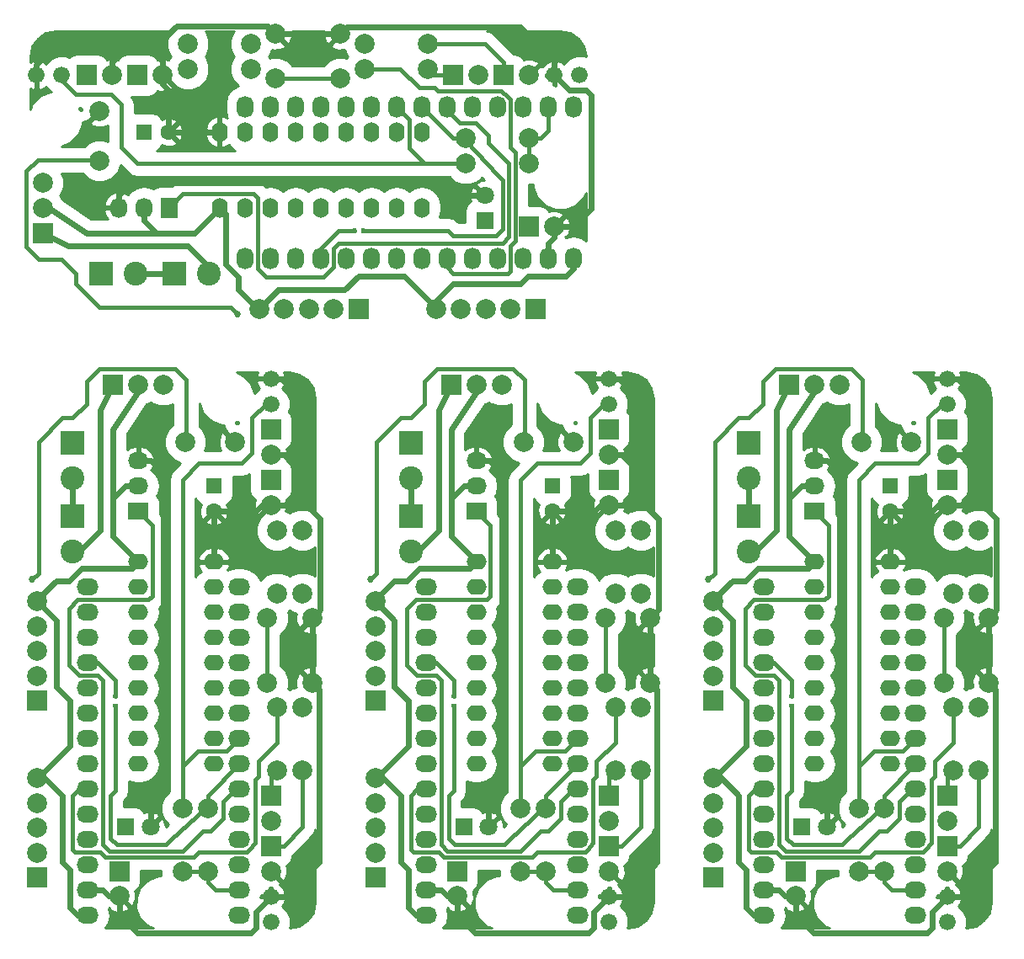
<source format=gtl>
%MOIN*%
%OFA0B0*%
%FSLAX46Y46*%
%IPPOS*%
%LPD*%
%ADD10C,0.0039370078740157488*%
%ADD11R,0.07874015748031496X0.07874015748031496*%
%ADD12C,0.07874015748031496*%
%ADD13R,0.08X0.068*%
%ADD14O,0.08X0.068*%
%ADD15O,0.086614173228346469X0.066929133858267723*%
%ADD16C,0.066*%
%ADD17R,0.070866141732283464X0.070866141732283464*%
%ADD18C,0.070866141732283464*%
%ADD19O,0.07874015748031496X0.062992125984251982*%
%ADD20C,0.062992125984251982*%
%ADD21R,0.062992125984251982X0.062992125984251982*%
%ADD22C,0.094488188976377951*%
%ADD23R,0.094488188976377951X0.094488188976377951*%
%ADD24R,0.023622047244094488X0.015748031496062995*%
%ADD25C,0.0787*%
%ADD26C,0.027*%
%ADD27C,0.016*%
%ADD28C,0.024000000000000004*%
%ADD29C,0.01*%
%ADD40C,0.0039370078740157488*%
%ADD41R,0.07874015748031496X0.07874015748031496*%
%ADD42C,0.07874015748031496*%
%ADD43R,0.068X0.08*%
%ADD44O,0.068X0.08*%
%ADD45O,0.066929133858267723X0.086614173228346469*%
%ADD46C,0.066*%
%ADD47R,0.070866141732283464X0.070866141732283464*%
%ADD48C,0.070866141732283464*%
%ADD49O,0.062992125984251982X0.07874015748031496*%
%ADD50C,0.062992125984251982*%
%ADD51R,0.062992125984251982X0.062992125984251982*%
%ADD52C,0.094488188976377951*%
%ADD53R,0.094488188976377951X0.094488188976377951*%
%ADD54R,0.015748031496062995X0.023622047244094488*%
%ADD55C,0.0787*%
%ADD56C,0.027*%
%ADD57C,0.016*%
%ADD58C,0.024000000000000004*%
%ADD59C,0.01*%
%ADD60C,0.0039370078740157488*%
%ADD61R,0.07874015748031496X0.07874015748031496*%
%ADD62C,0.07874015748031496*%
%ADD63R,0.08X0.068*%
%ADD64O,0.08X0.068*%
%ADD65O,0.086614173228346469X0.066929133858267723*%
%ADD66C,0.066*%
%ADD67R,0.070866141732283464X0.070866141732283464*%
%ADD68C,0.070866141732283464*%
%ADD69O,0.07874015748031496X0.062992125984251982*%
%ADD70C,0.062992125984251982*%
%ADD71R,0.062992125984251982X0.062992125984251982*%
%ADD72C,0.094488188976377951*%
%ADD73R,0.094488188976377951X0.094488188976377951*%
%ADD74R,0.023622047244094488X0.015748031496062995*%
%ADD75C,0.0787*%
%ADD76C,0.027*%
%ADD77C,0.016*%
%ADD78C,0.024000000000000004*%
%ADD79C,0.01*%
%ADD80C,0.0039370078740157488*%
%ADD81R,0.07874015748031496X0.07874015748031496*%
%ADD82C,0.07874015748031496*%
%ADD83R,0.08X0.068*%
%ADD84O,0.08X0.068*%
%ADD85O,0.086614173228346469X0.066929133858267723*%
%ADD86C,0.066*%
%ADD87R,0.070866141732283464X0.070866141732283464*%
%ADD88C,0.070866141732283464*%
%ADD89O,0.07874015748031496X0.062992125984251982*%
%ADD90C,0.062992125984251982*%
%ADD91R,0.062992125984251982X0.062992125984251982*%
%ADD92C,0.094488188976377951*%
%ADD93R,0.094488188976377951X0.094488188976377951*%
%ADD94R,0.023622047244094488X0.015748031496062995*%
%ADD95C,0.0787*%
%ADD96C,0.027*%
%ADD97C,0.016*%
%ADD98C,0.024000000000000004*%
%ADD99C,0.01*%
G01*
D10*
D11*
X-0004799999Y0004650000D02*
X0000100000Y0000250000D03*
D12*
X0000100000Y0000348425D03*
X0000100000Y0000446850D03*
X0000100000Y0000545275D03*
X0000100000Y0000643700D03*
D13*
X0000500000Y0001700000D03*
D14*
X0000500000Y0001800000D03*
X0000500000Y0001900000D03*
D15*
X0000300000Y0000100000D03*
X0000300000Y0000200000D03*
X0000300000Y0000300000D03*
X0000300000Y0000400000D03*
X0000300000Y0000500000D03*
X0000300000Y0000600000D03*
X0000300000Y0000700000D03*
X0000300000Y0000800000D03*
X0000300000Y0000900000D03*
X0000300000Y0001000000D03*
X0000300000Y0001100000D03*
X0000300000Y0001200000D03*
X0000300000Y0001300000D03*
X0000300000Y0001400000D03*
D12*
X0000686574Y0001975000D03*
X0000883425Y0001975000D03*
X0001025000Y0000275000D03*
D11*
X0001025000Y0000375000D03*
D16*
X0001025000Y0002125000D03*
X0001025000Y0002225000D03*
D17*
X0000450000Y0000450000D03*
D18*
X0000548425Y0000450000D03*
D11*
X0000425000Y0000275000D03*
D12*
X0000425000Y0000176574D03*
D19*
X0000800000Y0000700000D03*
X0000800000Y0000800000D03*
X0000800000Y0000900000D03*
X0000800000Y0001000000D03*
X0000800000Y0001100000D03*
X0000800000Y0001200000D03*
X0000800000Y0001300000D03*
X0000800000Y0001400000D03*
X0000800000Y0001500000D03*
X0000500000Y0001500000D03*
X0000500000Y0001400000D03*
X0000500000Y0001300000D03*
X0000500000Y0001200000D03*
X0000500000Y0001100000D03*
X0000500000Y0001000000D03*
X0000500000Y0000900000D03*
X0000500000Y0000800000D03*
X0000500000Y0000700000D03*
D20*
X0000800000Y0001701574D03*
D21*
X0000800000Y0001800000D03*
D11*
X0000400000Y0002200000D03*
D12*
X0000500000Y0002200000D03*
X0000600000Y0002200000D03*
D22*
X0000240000Y0001832204D03*
D23*
X0000240000Y0001970000D03*
D22*
X0000240000Y0001542204D03*
D23*
X0000240000Y0001680000D03*
D12*
X0001011417Y0001277952D03*
X0001188582Y0001277952D03*
X0001011417Y0001022047D03*
X0001188582Y0001022047D03*
D24*
X0000410000Y0000967716D03*
X0000410000Y0000932283D03*
D16*
X0001025000Y0000075000D03*
X0001025000Y0000175000D03*
D12*
X0001025000Y0000475000D03*
D11*
X0001025000Y0000575000D03*
D12*
X0001025000Y0001925000D03*
D11*
X0001025000Y0002025000D03*
D12*
X0001025000Y0001725000D03*
D11*
X0001025000Y0001825000D03*
D25*
X0000675000Y0000275000D03*
X0000675000Y0000525000D03*
X0000775000Y0000275000D03*
X0000775000Y0000525000D03*
X0001150000Y0001375000D03*
X0001150000Y0001625000D03*
X0001050000Y0001375000D03*
X0001050000Y0001625000D03*
X0001150000Y0000925000D03*
X0001150000Y0000675000D03*
X0001050000Y0000925000D03*
X0001050000Y0000675000D03*
D15*
X0000900000Y0000100000D03*
X0000900000Y0000200000D03*
X0000900000Y0000300000D03*
X0000900000Y0000400000D03*
X0000900000Y0000500000D03*
X0000900000Y0000600000D03*
X0000900000Y0000700000D03*
X0000900000Y0000800000D03*
X0000900000Y0000900000D03*
X0000900000Y0001000000D03*
X0000900000Y0001100000D03*
X0000900000Y0001200000D03*
X0000900000Y0001300000D03*
X0000900000Y0001400000D03*
D11*
X0000100000Y0000950000D03*
D12*
X0000100000Y0001048425D03*
X0000100000Y0001146850D03*
X0000100000Y0001245275D03*
X0000100000Y0001343700D03*
D26*
X0000080000Y0001430000D03*
D27*
X0000892500Y0002052500D02*
X0000890000Y0002050000D01*
D28*
X0001025000Y0001725000D02*
X0000990000Y0001725000D01*
X0000990000Y0001725000D02*
X0000966574Y0001701574D01*
X0000966574Y0001701574D02*
X0000800000Y0001701574D01*
X0001025000Y0000175000D02*
X0001080000Y0000175000D01*
X0001215000Y0000995629D02*
X0001188582Y0001022047D01*
X0001215000Y0000310000D02*
X0001215000Y0000995629D01*
X0001080000Y0000175000D02*
X0001215000Y0000310000D01*
X0001188582Y0001277952D02*
X0001188582Y0001022047D01*
X0001025000Y0001725000D02*
X0001165000Y0001725000D01*
X0001220000Y0001309370D02*
X0001188582Y0001277952D01*
X0001220000Y0001670000D02*
X0001220000Y0001309370D01*
X0001165000Y0001725000D02*
X0001220000Y0001670000D01*
X0001025000Y0001925000D02*
X0001075000Y0001925000D01*
X0001080000Y0001725000D02*
X0001025000Y0001725000D01*
X0001125000Y0001770000D02*
X0001080000Y0001725000D01*
X0001125000Y0001875000D02*
X0001125000Y0001770000D01*
X0001075000Y0001925000D02*
X0001125000Y0001875000D01*
X0000800000Y0001500000D02*
X0000800000Y0001701574D01*
X0001025000Y0001925000D02*
X0001095000Y0001925000D01*
X0001065000Y0002225000D02*
X0001025000Y0002225000D01*
X0001125000Y0002165000D02*
X0001065000Y0002225000D01*
X0001125000Y0001955000D02*
X0001125000Y0002165000D01*
X0001095000Y0001925000D02*
X0001125000Y0001955000D01*
X0000425000Y0000176574D02*
X0000425000Y0000100000D01*
X0000965000Y0000115000D02*
X0001025000Y0000175000D01*
X0000965000Y0000050000D02*
X0000965000Y0000115000D01*
X0000945000Y0000030000D02*
X0000965000Y0000050000D01*
X0000495000Y0000030000D02*
X0000945000Y0000030000D01*
X0000425000Y0000100000D02*
X0000495000Y0000030000D01*
X0000425000Y0000176574D02*
X0000383425Y0000176574D01*
X0000383425Y0000176574D02*
X0000360000Y0000200000D01*
X0000360000Y0000200000D02*
X0000300000Y0000200000D01*
X0000548425Y0000450000D02*
X0000548425Y0000548425D01*
X0000550000Y0001900000D02*
X0000500000Y0001900000D01*
X0000600000Y0001850000D02*
X0000550000Y0001900000D01*
X0000600000Y0000600000D02*
X0000600000Y0001850000D01*
X0000548425Y0000548425D02*
X0000600000Y0000600000D01*
D27*
X0001185629Y0001275000D02*
X0001188582Y0001277952D01*
X0001025000Y0002225000D02*
X0001015000Y0002225000D01*
X0001000000Y0002225000D02*
X0001025000Y0002225000D01*
X0000800000Y0000350000D02*
X0000740000Y0000350000D01*
X0000962500Y0000637500D02*
X0000975000Y0000650000D01*
X0000975000Y0000650000D02*
X0000975000Y0000710000D01*
X0000975000Y0000710000D02*
X0001050000Y0000785000D01*
X0001050000Y0000925000D02*
X0001050000Y0000785000D01*
X0000940000Y0000360000D02*
X0000930000Y0000350000D01*
X0000940000Y0000360000D02*
X0000962500Y0000387500D01*
X0000930000Y0000350000D02*
X0000800000Y0000350000D01*
X0000962500Y0000387500D02*
X0000962500Y0000637500D01*
X0000250000Y0000350000D02*
X0000240000Y0000360000D01*
X0000350000Y0000350000D02*
X0000250000Y0000350000D01*
X0000370000Y0000330000D02*
X0000350000Y0000350000D01*
X0000720000Y0000330000D02*
X0000370000Y0000330000D01*
X0000740000Y0000350000D02*
X0000720000Y0000330000D01*
X0000240000Y0000360000D02*
X0000240000Y0000575000D01*
X0000265000Y0000600000D02*
X0000240000Y0000575000D01*
X0000265000Y0000600000D02*
X0000300000Y0000600000D01*
X0001011417Y0001277952D02*
X0001011417Y0001022047D01*
D28*
X0000240000Y0001832204D02*
X0000240000Y0001680000D01*
X0000240000Y0001542204D02*
X0000267204Y0001542204D01*
X0000267204Y0001542204D02*
X0000350000Y0001625000D01*
X0000350000Y0001625000D02*
X0000350000Y0002100000D01*
X0000350000Y0002100000D02*
X0000400000Y0002200000D01*
D27*
X0000690000Y0002038425D02*
X0000686574Y0001975000D01*
X0000690000Y0002220000D02*
X0000690000Y0002038425D01*
X0000645000Y0002265000D02*
X0000690000Y0002220000D01*
X0000345000Y0002265000D02*
X0000645000Y0002265000D01*
X0000295000Y0002215000D02*
X0000345000Y0002265000D01*
X0000295000Y0002125000D02*
X0000295000Y0002215000D01*
X0000240000Y0002070000D02*
X0000295000Y0002125000D01*
X0000200000Y0002070000D02*
X0000240000Y0002070000D01*
X0000105000Y0001975000D02*
X0000200000Y0002070000D01*
X0000105000Y0001455000D02*
X0000105000Y0001975000D01*
X0000080000Y0001430000D02*
X0000105000Y0001455000D01*
X0000835000Y0000515000D02*
X0000835000Y0000485000D01*
X0000675000Y0000355000D02*
X0000385000Y0000355000D01*
X0000385000Y0000355000D02*
X0000360000Y0000380000D01*
X0000360000Y0000380000D02*
X0000360000Y0000395000D01*
X0000835000Y0000550000D02*
X0000835000Y0000515000D01*
X0000500000Y0001700000D02*
X0000555000Y0001645000D01*
X0000555000Y0001365000D02*
X0000555000Y0001645000D01*
X0000540000Y0001350000D02*
X0000555000Y0001365000D01*
X0000260000Y0001350000D02*
X0000540000Y0001350000D01*
X0000225000Y0001315000D02*
X0000260000Y0001350000D01*
X0000225000Y0001090000D02*
X0000225000Y0001315000D01*
X0000265000Y0001050000D02*
X0000225000Y0001090000D01*
X0000340000Y0001050000D02*
X0000265000Y0001050000D01*
X0000360000Y0001030000D02*
X0000340000Y0001050000D01*
X0000360000Y0000395000D02*
X0000360000Y0001030000D01*
X0000835000Y0000550000D02*
X0000885000Y0000600000D01*
X0000685000Y0000365000D02*
X0000675000Y0000355000D01*
X0000755000Y0000435000D02*
X0000685000Y0000365000D01*
X0000785000Y0000435000D02*
X0000755000Y0000435000D01*
X0000835000Y0000485000D02*
X0000785000Y0000435000D01*
X0000900000Y0000600000D02*
X0000885000Y0000600000D01*
X0001025000Y0000375000D02*
X0001075000Y0000375000D01*
X0001150000Y0000450000D02*
X0001150000Y0000675000D01*
X0001075000Y0000375000D02*
X0001150000Y0000450000D01*
X0001025000Y0000575000D02*
X0001025000Y0000650000D01*
X0001025000Y0000650000D02*
X0001050000Y0000675000D01*
X0000630000Y0000400000D02*
X0000610000Y0000380000D01*
X0000390000Y0000405000D02*
X0000390000Y0000575000D01*
X0000390000Y0000575000D02*
X0000410000Y0000595000D01*
X0000410000Y0000600000D02*
X0000410000Y0000595000D01*
X0000765000Y0000525000D02*
X0000630000Y0000400000D01*
X0000410000Y0000600000D02*
X0000410000Y0000932283D01*
X0000415000Y0000380000D02*
X0000390000Y0000405000D01*
X0000610000Y0000380000D02*
X0000415000Y0000380000D01*
X0000775000Y0000525000D02*
X0000775000Y0000575000D01*
X0000775000Y0000575000D02*
X0000900000Y0000700000D01*
X0000775000Y0000525000D02*
X0000775000Y0000540000D01*
X0000775000Y0000525000D02*
X0000765000Y0000525000D01*
X0000875000Y0001890000D02*
X0000910000Y0001890000D01*
X0000740000Y0001890000D02*
X0000675000Y0001825000D01*
X0000870000Y0001890000D02*
X0000740000Y0001890000D01*
X0000675000Y0000525000D02*
X0000675000Y0001825000D01*
X0000870000Y0001890000D02*
X0000875000Y0001890000D01*
X0000950000Y0002070000D02*
X0001005000Y0002125000D01*
X0000950000Y0001930000D02*
X0000950000Y0002070000D01*
X0000910000Y0001890000D02*
X0000950000Y0001930000D01*
X0001005000Y0002125000D02*
X0001025000Y0002125000D01*
X0000675000Y0000525000D02*
X0000675000Y0000690000D01*
X0000850000Y0000750000D02*
X0000900000Y0000800000D01*
X0000735000Y0000750000D02*
X0000850000Y0000750000D01*
X0000675000Y0000690000D02*
X0000735000Y0000750000D01*
X0000675000Y0000525000D02*
X0000675000Y0000550000D01*
D28*
X0000100000Y0000643700D02*
X0000103700Y0000643700D01*
X0000103700Y0000643700D02*
X0000230000Y0000770000D01*
X0000100000Y0001343700D02*
X0000175000Y0001268700D01*
X0000175000Y0001005000D02*
X0000175000Y0001268700D01*
X0000230000Y0000950000D02*
X0000175000Y0001005000D01*
X0000230000Y0000770000D02*
X0000230000Y0000950000D01*
X0000300000Y0000100000D02*
X0000260000Y0000100000D01*
X0000260000Y0000100000D02*
X0000230000Y0000130000D01*
X0000131299Y0000643700D02*
X0000200000Y0000575000D01*
X0000200000Y0000310000D02*
X0000200000Y0000575000D01*
X0000230000Y0000280000D02*
X0000200000Y0000310000D01*
X0000230000Y0000130000D02*
X0000230000Y0000280000D01*
X0000100000Y0000643700D02*
X0000131299Y0000643700D01*
X0000100000Y0000643700D02*
X0000106299Y0000643700D01*
X0000100000Y0001343700D02*
X0000100000Y0001350000D01*
X0000100000Y0001350000D02*
X0000175000Y0001425000D01*
X0000475000Y0001475000D02*
X0000500000Y0001500000D01*
X0000275000Y0001475000D02*
X0000475000Y0001475000D01*
X0000225000Y0001425000D02*
X0000275000Y0001475000D01*
X0000175000Y0001425000D02*
X0000225000Y0001425000D01*
X0000500000Y0001800000D02*
X0000450000Y0001800000D01*
X0000450000Y0001800000D02*
X0000400000Y0001750000D01*
X0000500000Y0002200000D02*
X0000500000Y0002175000D01*
X0000500000Y0002175000D02*
X0000400000Y0002025000D01*
X0000400000Y0002025000D02*
X0000400000Y0001750000D01*
X0000400000Y0001750000D02*
X0000400000Y0001600000D01*
X0000400000Y0001600000D02*
X0000500000Y0001500000D01*
D27*
X0000775000Y0000275000D02*
X0000775000Y0000230000D01*
X0000805000Y0000200000D02*
X0000900000Y0000200000D01*
X0000775000Y0000230000D02*
X0000805000Y0000200000D01*
X0000775000Y0000275000D02*
X0000675000Y0000275000D01*
X0000410000Y0000967716D02*
X0000410000Y0001030000D01*
X0000340000Y0001100000D02*
X0000300000Y0001100000D01*
X0000410000Y0001030000D02*
X0000340000Y0001100000D01*
D29*
G36*
X0000591265Y0000258420D02*
X0000591292Y0000258354D01*
X0000578543Y0000258365D01*
X0000538706Y0000241905D01*
X0000508201Y0000211453D01*
X0000491672Y0000171645D01*
X0000491634Y0000128543D01*
X0000508094Y0000088706D01*
X0000538546Y0000058201D01*
X0000559815Y0000049370D01*
X0000369542Y0000049370D01*
X0000383470Y0000070213D01*
X0000389394Y0000100000D01*
X0000383770Y0000128274D01*
X0000386695Y0000131199D01*
X0000390580Y0000120693D01*
X0000414585Y0000111775D01*
X0000440175Y0000112722D01*
X0000459419Y0000120693D01*
X0000463304Y0000131199D01*
X0000425000Y0000169503D01*
X0000424443Y0000168946D01*
X0000417372Y0000176017D01*
X0000417928Y0000176574D01*
X0000417372Y0000177131D01*
X0000424443Y0000184202D01*
X0000425000Y0000183645D01*
X0000425556Y0000184202D01*
X0000432627Y0000177131D01*
X0000432071Y0000176574D01*
X0000470375Y0000138270D01*
X0000480881Y0000142154D01*
X0000489799Y0000166159D01*
X0000488852Y0000191750D01*
X0000486593Y0000197204D01*
X0000495914Y0000203202D01*
X0000506045Y0000218029D01*
X0000509609Y0000235629D01*
X0000509609Y0000277629D01*
X0000591282Y0000277629D01*
X0000591265Y0000258420D01*
X0000591265Y0000258420D01*
G37*
X0000591265Y0000258420D02*
X0000591292Y0000258354D01*
X0000578543Y0000258365D01*
X0000538706Y0000241905D01*
X0000508201Y0000211453D01*
X0000491672Y0000171645D01*
X0000491634Y0000128543D01*
X0000508094Y0000088706D01*
X0000538546Y0000058201D01*
X0000559815Y0000049370D01*
X0000369542Y0000049370D01*
X0000383470Y0000070213D01*
X0000389394Y0000100000D01*
X0000383770Y0000128274D01*
X0000386695Y0000131199D01*
X0000390580Y0000120693D01*
X0000414585Y0000111775D01*
X0000440175Y0000112722D01*
X0000459419Y0000120693D01*
X0000463304Y0000131199D01*
X0000425000Y0000169503D01*
X0000424443Y0000168946D01*
X0000417372Y0000176017D01*
X0000417928Y0000176574D01*
X0000417372Y0000177131D01*
X0000424443Y0000184202D01*
X0000425000Y0000183645D01*
X0000425556Y0000184202D01*
X0000432627Y0000177131D01*
X0000432071Y0000176574D01*
X0000470375Y0000138270D01*
X0000480881Y0000142154D01*
X0000489799Y0000166159D01*
X0000488852Y0000191750D01*
X0000486593Y0000197204D01*
X0000495914Y0000203202D01*
X0000506045Y0000218029D01*
X0000509609Y0000235629D01*
X0000509609Y0000277629D01*
X0000591282Y0000277629D01*
X0000591265Y0000258420D01*
G36*
X0001200629Y0000154862D02*
X0001192076Y0000111860D01*
X0001170472Y0000079527D01*
X0001138139Y0000057923D01*
X0001098402Y0000050019D01*
X0001102356Y0000059542D01*
X0001102383Y0000090322D01*
X0001090629Y0000118769D01*
X0001070557Y0000138876D01*
X0001075609Y0000144410D01*
X0001082416Y0000160843D01*
X0001077649Y0000169999D01*
X0001037071Y0000169999D01*
X0001032627Y0000174443D01*
X0001025556Y0000167372D01*
X0001030000Y0000162928D01*
X0001030000Y0000152365D01*
X0001020000Y0000152374D01*
X0001020000Y0000162928D01*
X0001024443Y0000167372D01*
X0001017372Y0000174443D01*
X0001012928Y0000169999D01*
X0000983327Y0000169999D01*
X0000983470Y0000170213D01*
X0000985416Y0000180000D01*
X0001012928Y0000180000D01*
X0001017372Y0000175556D01*
X0001024443Y0000182627D01*
X0001020000Y0000187071D01*
X0001020000Y0000210400D01*
X0001030000Y0000210770D01*
X0001030000Y0000180000D01*
X0001077649Y0000180000D01*
X0001082416Y0000189156D01*
X0001072628Y0000210051D01*
X0001060247Y0000221357D01*
X0001063304Y0000229624D01*
X0001025000Y0000267928D01*
X0001024443Y0000267372D01*
X0001017372Y0000274443D01*
X0001017928Y0000275000D01*
X0001017372Y0000275556D01*
X0001024443Y0000282627D01*
X0001025000Y0000282071D01*
X0001025556Y0000282627D01*
X0001032627Y0000275556D01*
X0001032071Y0000275000D01*
X0001070375Y0000236695D01*
X0001080881Y0000240580D01*
X0001089799Y0000264585D01*
X0001088852Y0000290175D01*
X0001086078Y0000296872D01*
X0001095914Y0000303202D01*
X0001106045Y0000318029D01*
X0001109609Y0000335629D01*
X0001109609Y0000336350D01*
X0001112031Y0000337968D01*
X0001187031Y0000412968D01*
X0001196653Y0000427370D01*
X0001198383Y0000429958D01*
X0001200629Y0000441251D01*
X0001200629Y0000154862D01*
X0001200629Y0000154862D01*
G37*
X0001200629Y0000154862D02*
X0001192076Y0000111860D01*
X0001170472Y0000079527D01*
X0001138139Y0000057923D01*
X0001098402Y0000050019D01*
X0001102356Y0000059542D01*
X0001102383Y0000090322D01*
X0001090629Y0000118769D01*
X0001070557Y0000138876D01*
X0001075609Y0000144410D01*
X0001082416Y0000160843D01*
X0001077649Y0000169999D01*
X0001037071Y0000169999D01*
X0001032627Y0000174443D01*
X0001025556Y0000167372D01*
X0001030000Y0000162928D01*
X0001030000Y0000152365D01*
X0001020000Y0000152374D01*
X0001020000Y0000162928D01*
X0001024443Y0000167372D01*
X0001017372Y0000174443D01*
X0001012928Y0000169999D01*
X0000983327Y0000169999D01*
X0000983470Y0000170213D01*
X0000985416Y0000180000D01*
X0001012928Y0000180000D01*
X0001017372Y0000175556D01*
X0001024443Y0000182627D01*
X0001020000Y0000187071D01*
X0001020000Y0000210400D01*
X0001030000Y0000210770D01*
X0001030000Y0000180000D01*
X0001077649Y0000180000D01*
X0001082416Y0000189156D01*
X0001072628Y0000210051D01*
X0001060247Y0000221357D01*
X0001063304Y0000229624D01*
X0001025000Y0000267928D01*
X0001024443Y0000267372D01*
X0001017372Y0000274443D01*
X0001017928Y0000275000D01*
X0001017372Y0000275556D01*
X0001024443Y0000282627D01*
X0001025000Y0000282071D01*
X0001025556Y0000282627D01*
X0001032627Y0000275556D01*
X0001032071Y0000275000D01*
X0001070375Y0000236695D01*
X0001080881Y0000240580D01*
X0001089799Y0000264585D01*
X0001088852Y0000290175D01*
X0001086078Y0000296872D01*
X0001095914Y0000303202D01*
X0001106045Y0000318029D01*
X0001109609Y0000335629D01*
X0001109609Y0000336350D01*
X0001112031Y0000337968D01*
X0001187031Y0000412968D01*
X0001196653Y0000427370D01*
X0001198383Y0000429958D01*
X0001200629Y0000441251D01*
X0001200629Y0000154862D01*
G36*
X0000305000Y0000205000D02*
X0000305787Y0000205000D01*
X0000305787Y0000195000D01*
X0000305000Y0000195000D01*
X0000305000Y0000194212D01*
X0000295000Y0000194212D01*
X0000295000Y0000195000D01*
X0000294212Y0000195000D01*
X0000294212Y0000205000D01*
X0000295000Y0000205000D01*
X0000295000Y0000205787D01*
X0000305000Y0000205787D01*
X0000305000Y0000205000D01*
X0000305000Y0000205000D01*
G37*
X0000305000Y0000205000D02*
X0000305787Y0000205000D01*
X0000305787Y0000195000D01*
X0000305000Y0000195000D01*
X0000305000Y0000194212D01*
X0000295000Y0000194212D01*
X0000295000Y0000195000D01*
X0000294212Y0000195000D01*
X0000294212Y0000205000D01*
X0000295000Y0000205000D01*
X0000295000Y0000205787D01*
X0000305000Y0000205787D01*
X0000305000Y0000205000D01*
G36*
X0000552503Y0002129049D02*
X0000583270Y0002116274D01*
X0000616583Y0002116245D01*
X0000637629Y0002124941D01*
X0000637629Y0002044463D01*
X0000615624Y0002022496D01*
X0000602849Y0001991730D01*
X0000602820Y0001958416D01*
X0000615542Y0001927627D01*
X0000639077Y0001904049D01*
X0000667984Y0001892046D01*
X0000637968Y0001862031D01*
X0000626616Y0001845041D01*
X0000622629Y0001825000D01*
X0000622629Y0000591016D01*
X0000604067Y0000572485D01*
X0000591294Y0000541726D01*
X0000591265Y0000508420D01*
X0000603984Y0000477638D01*
X0000619731Y0000461863D01*
X0000608836Y0000451776D01*
X0000608300Y0000464545D01*
X0000601048Y0000482053D01*
X0000590951Y0000485454D01*
X0000555496Y0000450000D01*
X0000556053Y0000449443D01*
X0000548982Y0000442372D01*
X0000548425Y0000442928D01*
X0000547868Y0000442372D01*
X0000540797Y0000449443D01*
X0000541354Y0000450000D01*
X0000540797Y0000450556D01*
X0000547868Y0000457627D01*
X0000548425Y0000457071D01*
X0000583880Y0000492525D01*
X0000580478Y0000502623D01*
X0000557900Y0000510884D01*
X0000533879Y0000509875D01*
X0000524840Y0000506131D01*
X0000517861Y0000516977D01*
X0000503033Y0000527108D01*
X0000485433Y0000530672D01*
X0000442370Y0000530672D01*
X0000442370Y0000553307D01*
X0000447031Y0000557968D01*
X0000458383Y0000574958D01*
X0000458855Y0000577331D01*
X0000462370Y0000595000D01*
X0000462370Y0000629726D01*
X0000490485Y0000624133D01*
X0000509514Y0000624133D01*
X0000538547Y0000629908D01*
X0000563160Y0000646354D01*
X0000579605Y0000670967D01*
X0000585380Y0000700000D01*
X0000579605Y0000729032D01*
X0000565595Y0000750000D01*
X0000579605Y0000770967D01*
X0000585380Y0000800000D01*
X0000579605Y0000829032D01*
X0000565595Y0000850000D01*
X0000579605Y0000870967D01*
X0000585380Y0000900000D01*
X0000579605Y0000929032D01*
X0000565595Y0000950000D01*
X0000579605Y0000970967D01*
X0000585380Y0001000000D01*
X0000579605Y0001029032D01*
X0000565595Y0001050000D01*
X0000579605Y0001070967D01*
X0000585380Y0001100000D01*
X0000579605Y0001129032D01*
X0000565595Y0001150000D01*
X0000579605Y0001170967D01*
X0000585380Y0001200000D01*
X0000579605Y0001229032D01*
X0000565595Y0001250000D01*
X0000579605Y0001270967D01*
X0000585380Y0001300000D01*
X0000581843Y0001317781D01*
X0000592031Y0001327968D01*
X0000603383Y0001344958D01*
X0000604168Y0001348902D01*
X0000607370Y0001365000D01*
X0000607370Y0001645000D01*
X0000603383Y0001665041D01*
X0000602743Y0001666000D01*
X0000592031Y0001682031D01*
X0000585239Y0001688823D01*
X0000585239Y0001734000D01*
X0000582145Y0001750442D01*
X0000574707Y0001762001D01*
X0000580057Y0001770009D01*
X0000586023Y0001800000D01*
X0000580057Y0001829990D01*
X0000563068Y0001855416D01*
X0000551601Y0001863078D01*
X0000553178Y0001864486D01*
X0000563177Y0001885244D01*
X0000563281Y0001885865D01*
X0000558512Y0001895000D01*
X0000505000Y0001895000D01*
X0000505000Y0001894212D01*
X0000495000Y0001894212D01*
X0000495000Y0001895000D01*
X0000494212Y0001895000D01*
X0000494212Y0001905000D01*
X0000495000Y0001905000D01*
X0000495000Y0001952792D01*
X0000505000Y0001952792D01*
X0000505000Y0001905000D01*
X0000558512Y0001905000D01*
X0000563281Y0001914134D01*
X0000563177Y0001914755D01*
X0000553178Y0001935513D01*
X0000535996Y0001950864D01*
X0000514248Y0001958471D01*
X0000505000Y0001952792D01*
X0000495000Y0001952792D01*
X0000485751Y0001958471D01*
X0000464003Y0001950864D01*
X0000456370Y0001944044D01*
X0000456370Y0002007932D01*
X0000533138Y0002123085D01*
X0000547373Y0002128967D01*
X0000549983Y0002131573D01*
X0000552503Y0002129049D01*
X0000552503Y0002129049D01*
G37*
X0000552503Y0002129049D02*
X0000583270Y0002116274D01*
X0000616583Y0002116245D01*
X0000637629Y0002124941D01*
X0000637629Y0002044463D01*
X0000615624Y0002022496D01*
X0000602849Y0001991730D01*
X0000602820Y0001958416D01*
X0000615542Y0001927627D01*
X0000639077Y0001904049D01*
X0000667984Y0001892046D01*
X0000637968Y0001862031D01*
X0000626616Y0001845041D01*
X0000622629Y0001825000D01*
X0000622629Y0000591016D01*
X0000604067Y0000572485D01*
X0000591294Y0000541726D01*
X0000591265Y0000508420D01*
X0000603984Y0000477638D01*
X0000619731Y0000461863D01*
X0000608836Y0000451776D01*
X0000608300Y0000464545D01*
X0000601048Y0000482053D01*
X0000590951Y0000485454D01*
X0000555496Y0000450000D01*
X0000556053Y0000449443D01*
X0000548982Y0000442372D01*
X0000548425Y0000442928D01*
X0000547868Y0000442372D01*
X0000540797Y0000449443D01*
X0000541354Y0000450000D01*
X0000540797Y0000450556D01*
X0000547868Y0000457627D01*
X0000548425Y0000457071D01*
X0000583880Y0000492525D01*
X0000580478Y0000502623D01*
X0000557900Y0000510884D01*
X0000533879Y0000509875D01*
X0000524840Y0000506131D01*
X0000517861Y0000516977D01*
X0000503033Y0000527108D01*
X0000485433Y0000530672D01*
X0000442370Y0000530672D01*
X0000442370Y0000553307D01*
X0000447031Y0000557968D01*
X0000458383Y0000574958D01*
X0000458855Y0000577331D01*
X0000462370Y0000595000D01*
X0000462370Y0000629726D01*
X0000490485Y0000624133D01*
X0000509514Y0000624133D01*
X0000538547Y0000629908D01*
X0000563160Y0000646354D01*
X0000579605Y0000670967D01*
X0000585380Y0000700000D01*
X0000579605Y0000729032D01*
X0000565595Y0000750000D01*
X0000579605Y0000770967D01*
X0000585380Y0000800000D01*
X0000579605Y0000829032D01*
X0000565595Y0000850000D01*
X0000579605Y0000870967D01*
X0000585380Y0000900000D01*
X0000579605Y0000929032D01*
X0000565595Y0000950000D01*
X0000579605Y0000970967D01*
X0000585380Y0001000000D01*
X0000579605Y0001029032D01*
X0000565595Y0001050000D01*
X0000579605Y0001070967D01*
X0000585380Y0001100000D01*
X0000579605Y0001129032D01*
X0000565595Y0001150000D01*
X0000579605Y0001170967D01*
X0000585380Y0001200000D01*
X0000579605Y0001229032D01*
X0000565595Y0001250000D01*
X0000579605Y0001270967D01*
X0000585380Y0001300000D01*
X0000581843Y0001317781D01*
X0000592031Y0001327968D01*
X0000603383Y0001344958D01*
X0000604168Y0001348902D01*
X0000607370Y0001365000D01*
X0000607370Y0001645000D01*
X0000603383Y0001665041D01*
X0000602743Y0001666000D01*
X0000592031Y0001682031D01*
X0000585239Y0001688823D01*
X0000585239Y0001734000D01*
X0000582145Y0001750442D01*
X0000574707Y0001762001D01*
X0000580057Y0001770009D01*
X0000586023Y0001800000D01*
X0000580057Y0001829990D01*
X0000563068Y0001855416D01*
X0000551601Y0001863078D01*
X0000553178Y0001864486D01*
X0000563177Y0001885244D01*
X0000563281Y0001885865D01*
X0000558512Y0001895000D01*
X0000505000Y0001895000D01*
X0000505000Y0001894212D01*
X0000495000Y0001894212D01*
X0000495000Y0001895000D01*
X0000494212Y0001895000D01*
X0000494212Y0001905000D01*
X0000495000Y0001905000D01*
X0000495000Y0001952792D01*
X0000505000Y0001952792D01*
X0000505000Y0001905000D01*
X0000558512Y0001905000D01*
X0000563281Y0001914134D01*
X0000563177Y0001914755D01*
X0000553178Y0001935513D01*
X0000535996Y0001950864D01*
X0000514248Y0001958471D01*
X0000505000Y0001952792D01*
X0000495000Y0001952792D01*
X0000485751Y0001958471D01*
X0000464003Y0001950864D01*
X0000456370Y0001944044D01*
X0000456370Y0002007932D01*
X0000533138Y0002123085D01*
X0000547373Y0002128967D01*
X0000549983Y0002131573D01*
X0000552503Y0002129049D01*
G36*
X0001032627Y0000475556D02*
X0001032071Y0000475000D01*
X0001032627Y0000474443D01*
X0001025556Y0000467372D01*
X0001025000Y0000467928D01*
X0001024443Y0000467372D01*
X0001017372Y0000474443D01*
X0001017928Y0000475000D01*
X0001017372Y0000475556D01*
X0001024443Y0000482627D01*
X0001025000Y0000482071D01*
X0001025556Y0000482627D01*
X0001032627Y0000475556D01*
X0001032627Y0000475556D01*
G37*
X0001032627Y0000475556D02*
X0001032071Y0000475000D01*
X0001032627Y0000474443D01*
X0001025556Y0000467372D01*
X0001025000Y0000467928D01*
X0001024443Y0000467372D01*
X0001017372Y0000474443D01*
X0001017928Y0000475000D01*
X0001017372Y0000475556D01*
X0001024443Y0000482627D01*
X0001025000Y0000482071D01*
X0001025556Y0000482627D01*
X0001032627Y0000475556D01*
G36*
X0001102514Y0001304066D02*
X0001125993Y0001294317D01*
X0001123783Y0001288367D01*
X0001124730Y0001262777D01*
X0001132701Y0001243532D01*
X0001143207Y0001239648D01*
X0001181511Y0001277952D01*
X0001180954Y0001278509D01*
X0001188025Y0001285580D01*
X0001188582Y0001285023D01*
X0001189139Y0001285580D01*
X0001196210Y0001278509D01*
X0001195653Y0001277952D01*
X0001196210Y0001277395D01*
X0001189139Y0001270324D01*
X0001188582Y0001270881D01*
X0001150278Y0001232577D01*
X0001154162Y0001222071D01*
X0001178167Y0001213153D01*
X0001200629Y0001213984D01*
X0001200629Y0001086240D01*
X0001198997Y0001086846D01*
X0001173407Y0001085899D01*
X0001154162Y0001077928D01*
X0001150278Y0001067422D01*
X0001188582Y0001029118D01*
X0001189139Y0001029675D01*
X0001196210Y0001022604D01*
X0001195653Y0001022047D01*
X0001196210Y0001021490D01*
X0001189139Y0001014419D01*
X0001188582Y0001014976D01*
X0001188025Y0001014419D01*
X0001180954Y0001021490D01*
X0001181511Y0001022047D01*
X0001143207Y0001060351D01*
X0001132701Y0001056467D01*
X0001123783Y0001032462D01*
X0001124730Y0001006871D01*
X0001125341Y0001005396D01*
X0001102638Y0000996015D01*
X0001100016Y0000993398D01*
X0001097485Y0000995933D01*
X0001092163Y0000998142D01*
X0001095142Y0001005317D01*
X0001095172Y0001038631D01*
X0001082450Y0001069420D01*
X0001063787Y0001088115D01*
X0001063787Y0001211908D01*
X0001082367Y0001230455D01*
X0001095142Y0001261222D01*
X0001095172Y0001294536D01*
X0001092156Y0001301833D01*
X0001097361Y0001303984D01*
X0001099983Y0001306601D01*
X0001102514Y0001304066D01*
X0001102514Y0001304066D01*
G37*
X0001102514Y0001304066D02*
X0001125993Y0001294317D01*
X0001123783Y0001288367D01*
X0001124730Y0001262777D01*
X0001132701Y0001243532D01*
X0001143207Y0001239648D01*
X0001181511Y0001277952D01*
X0001180954Y0001278509D01*
X0001188025Y0001285580D01*
X0001188582Y0001285023D01*
X0001189139Y0001285580D01*
X0001196210Y0001278509D01*
X0001195653Y0001277952D01*
X0001196210Y0001277395D01*
X0001189139Y0001270324D01*
X0001188582Y0001270881D01*
X0001150278Y0001232577D01*
X0001154162Y0001222071D01*
X0001178167Y0001213153D01*
X0001200629Y0001213984D01*
X0001200629Y0001086240D01*
X0001198997Y0001086846D01*
X0001173407Y0001085899D01*
X0001154162Y0001077928D01*
X0001150278Y0001067422D01*
X0001188582Y0001029118D01*
X0001189139Y0001029675D01*
X0001196210Y0001022604D01*
X0001195653Y0001022047D01*
X0001196210Y0001021490D01*
X0001189139Y0001014419D01*
X0001188582Y0001014976D01*
X0001188025Y0001014419D01*
X0001180954Y0001021490D01*
X0001181511Y0001022047D01*
X0001143207Y0001060351D01*
X0001132701Y0001056467D01*
X0001123783Y0001032462D01*
X0001124730Y0001006871D01*
X0001125341Y0001005396D01*
X0001102638Y0000996015D01*
X0001100016Y0000993398D01*
X0001097485Y0000995933D01*
X0001092163Y0000998142D01*
X0001095142Y0001005317D01*
X0001095172Y0001038631D01*
X0001082450Y0001069420D01*
X0001063787Y0001088115D01*
X0001063787Y0001211908D01*
X0001082367Y0001230455D01*
X0001095142Y0001261222D01*
X0001095172Y0001294536D01*
X0001092156Y0001301833D01*
X0001097361Y0001303984D01*
X0001099983Y0001306601D01*
X0001102514Y0001304066D01*
G36*
X0000940390Y0001785629D02*
X0000943484Y0001769187D01*
X0000953202Y0001754085D01*
X0000964315Y0001746492D01*
X0000960200Y0001735414D01*
X0000961147Y0001709824D01*
X0000969118Y0001690580D01*
X0000979624Y0001686695D01*
X0001017928Y0001725000D01*
X0001017372Y0001725556D01*
X0001024443Y0001732627D01*
X0001025000Y0001732071D01*
X0001025556Y0001732627D01*
X0001032627Y0001725556D01*
X0001032071Y0001725000D01*
X0001032627Y0001724443D01*
X0001025556Y0001717372D01*
X0001025000Y0001717928D01*
X0001003402Y0001696331D01*
X0001002638Y0001696015D01*
X0000979067Y0001672485D01*
X0000966294Y0001641726D01*
X0000966265Y0001608420D01*
X0000978984Y0001577638D01*
X0001002514Y0001554066D01*
X0001033274Y0001541294D01*
X0001066579Y0001541265D01*
X0001097361Y0001553984D01*
X0001099983Y0001556601D01*
X0001102514Y0001554066D01*
X0001133274Y0001541294D01*
X0001166579Y0001541265D01*
X0001197361Y0001553984D01*
X0001200629Y0001557246D01*
X0001200629Y0001442783D01*
X0001197485Y0001445933D01*
X0001166726Y0001458705D01*
X0001133420Y0001458734D01*
X0001102638Y0001446015D01*
X0001100016Y0001443398D01*
X0001097485Y0001445933D01*
X0001066726Y0001458705D01*
X0001033420Y0001458734D01*
X0001002638Y0001446015D01*
X0000983952Y0001427362D01*
X0000983470Y0001429786D01*
X0000966597Y0001455037D01*
X0000941346Y0001471909D01*
X0000911560Y0001477834D01*
X0000888439Y0001477834D01*
X0000858653Y0001471909D01*
X0000854466Y0001469112D01*
X0000862261Y0001483987D01*
X0000862673Y0001486258D01*
X0000857870Y0001495000D01*
X0000805000Y0001495000D01*
X0000805000Y0001494212D01*
X0000795000Y0001494212D01*
X0000795000Y0001495000D01*
X0000742129Y0001495000D01*
X0000737326Y0001486258D01*
X0000737738Y0001483987D01*
X0000748006Y0001464392D01*
X0000750193Y0001462567D01*
X0000736840Y0001453645D01*
X0000727370Y0001439472D01*
X0000727370Y0001513741D01*
X0000737326Y0001513741D01*
X0000742129Y0001505000D01*
X0000795000Y0001505000D01*
X0000795000Y0001550372D01*
X0000805000Y0001550372D01*
X0000805000Y0001505000D01*
X0000857870Y0001505000D01*
X0000862673Y0001513741D01*
X0000862261Y0001516012D01*
X0000851993Y0001535607D01*
X0000835008Y0001549780D01*
X0000813893Y0001556375D01*
X0000805000Y0001550372D01*
X0000795000Y0001550372D01*
X0000786106Y0001556375D01*
X0000764991Y0001549780D01*
X0000748006Y0001535607D01*
X0000737738Y0001516012D01*
X0000737326Y0001513741D01*
X0000727370Y0001513741D01*
X0000727370Y0001661899D01*
X0000767396Y0001661899D01*
X0000770314Y0001652210D01*
X0000791465Y0001644607D01*
X0000813915Y0001645678D01*
X0000829685Y0001652210D01*
X0000832603Y0001661899D01*
X0000800000Y0001694503D01*
X0000767396Y0001661899D01*
X0000727370Y0001661899D01*
X0000727370Y0001750489D01*
X0000736076Y0001736959D01*
X0000749409Y0001727849D01*
X0000743032Y0001710109D01*
X0000744103Y0001687659D01*
X0000750635Y0001671889D01*
X0000760325Y0001668970D01*
X0000792928Y0001701574D01*
X0000792372Y0001702131D01*
X0000799443Y0001709202D01*
X0000800000Y0001708645D01*
X0000800556Y0001709202D01*
X0000807627Y0001702131D01*
X0000807071Y0001701574D01*
X0000839675Y0001668970D01*
X0000849364Y0001671889D01*
X0000856967Y0001693040D01*
X0000855896Y0001715490D01*
X0000850667Y0001728114D01*
X0000863040Y0001736076D01*
X0000873171Y0001750903D01*
X0000876735Y0001768503D01*
X0000876735Y0001831496D01*
X0000875581Y0001837629D01*
X0000910000Y0001837629D01*
X0000930041Y0001841616D01*
X0000940390Y0001848531D01*
X0000940390Y0001785629D01*
X0000940390Y0001785629D01*
G37*
X0000940390Y0001785629D02*
X0000943484Y0001769187D01*
X0000953202Y0001754085D01*
X0000964315Y0001746492D01*
X0000960200Y0001735414D01*
X0000961147Y0001709824D01*
X0000969118Y0001690580D01*
X0000979624Y0001686695D01*
X0001017928Y0001725000D01*
X0001017372Y0001725556D01*
X0001024443Y0001732627D01*
X0001025000Y0001732071D01*
X0001025556Y0001732627D01*
X0001032627Y0001725556D01*
X0001032071Y0001725000D01*
X0001032627Y0001724443D01*
X0001025556Y0001717372D01*
X0001025000Y0001717928D01*
X0001003402Y0001696331D01*
X0001002638Y0001696015D01*
X0000979067Y0001672485D01*
X0000966294Y0001641726D01*
X0000966265Y0001608420D01*
X0000978984Y0001577638D01*
X0001002514Y0001554066D01*
X0001033274Y0001541294D01*
X0001066579Y0001541265D01*
X0001097361Y0001553984D01*
X0001099983Y0001556601D01*
X0001102514Y0001554066D01*
X0001133274Y0001541294D01*
X0001166579Y0001541265D01*
X0001197361Y0001553984D01*
X0001200629Y0001557246D01*
X0001200629Y0001442783D01*
X0001197485Y0001445933D01*
X0001166726Y0001458705D01*
X0001133420Y0001458734D01*
X0001102638Y0001446015D01*
X0001100016Y0001443398D01*
X0001097485Y0001445933D01*
X0001066726Y0001458705D01*
X0001033420Y0001458734D01*
X0001002638Y0001446015D01*
X0000983952Y0001427362D01*
X0000983470Y0001429786D01*
X0000966597Y0001455037D01*
X0000941346Y0001471909D01*
X0000911560Y0001477834D01*
X0000888439Y0001477834D01*
X0000858653Y0001471909D01*
X0000854466Y0001469112D01*
X0000862261Y0001483987D01*
X0000862673Y0001486258D01*
X0000857870Y0001495000D01*
X0000805000Y0001495000D01*
X0000805000Y0001494212D01*
X0000795000Y0001494212D01*
X0000795000Y0001495000D01*
X0000742129Y0001495000D01*
X0000737326Y0001486258D01*
X0000737738Y0001483987D01*
X0000748006Y0001464392D01*
X0000750193Y0001462567D01*
X0000736840Y0001453645D01*
X0000727370Y0001439472D01*
X0000727370Y0001513741D01*
X0000737326Y0001513741D01*
X0000742129Y0001505000D01*
X0000795000Y0001505000D01*
X0000795000Y0001550372D01*
X0000805000Y0001550372D01*
X0000805000Y0001505000D01*
X0000857870Y0001505000D01*
X0000862673Y0001513741D01*
X0000862261Y0001516012D01*
X0000851993Y0001535607D01*
X0000835008Y0001549780D01*
X0000813893Y0001556375D01*
X0000805000Y0001550372D01*
X0000795000Y0001550372D01*
X0000786106Y0001556375D01*
X0000764991Y0001549780D01*
X0000748006Y0001535607D01*
X0000737738Y0001516012D01*
X0000737326Y0001513741D01*
X0000727370Y0001513741D01*
X0000727370Y0001661899D01*
X0000767396Y0001661899D01*
X0000770314Y0001652210D01*
X0000791465Y0001644607D01*
X0000813915Y0001645678D01*
X0000829685Y0001652210D01*
X0000832603Y0001661899D01*
X0000800000Y0001694503D01*
X0000767396Y0001661899D01*
X0000727370Y0001661899D01*
X0000727370Y0001750489D01*
X0000736076Y0001736959D01*
X0000749409Y0001727849D01*
X0000743032Y0001710109D01*
X0000744103Y0001687659D01*
X0000750635Y0001671889D01*
X0000760325Y0001668970D01*
X0000792928Y0001701574D01*
X0000792372Y0001702131D01*
X0000799443Y0001709202D01*
X0000800000Y0001708645D01*
X0000800556Y0001709202D01*
X0000807627Y0001702131D01*
X0000807071Y0001701574D01*
X0000839675Y0001668970D01*
X0000849364Y0001671889D01*
X0000856967Y0001693040D01*
X0000855896Y0001715490D01*
X0000850667Y0001728114D01*
X0000863040Y0001736076D01*
X0000873171Y0001750903D01*
X0000876735Y0001768503D01*
X0000876735Y0001831496D01*
X0000875581Y0001837629D01*
X0000910000Y0001837629D01*
X0000930041Y0001841616D01*
X0000940390Y0001848531D01*
X0000940390Y0001785629D01*
G36*
X0000967583Y0002239156D02*
X0000972350Y0002230000D01*
X0001012928Y0002230000D01*
X0001017372Y0002225556D01*
X0001024443Y0002232627D01*
X0001020000Y0002237071D01*
X0001020000Y0002250629D01*
X0001030000Y0002250629D01*
X0001030000Y0002237071D01*
X0001025556Y0002232627D01*
X0001032627Y0002225556D01*
X0001037071Y0002230000D01*
X0001077649Y0002230000D01*
X0001082416Y0002239156D01*
X0001077042Y0002250629D01*
X0001095137Y0002250629D01*
X0001138139Y0002242076D01*
X0001170472Y0002220472D01*
X0001192076Y0002188139D01*
X0001200629Y0002145137D01*
X0001200629Y0001692783D01*
X0001197485Y0001695933D01*
X0001166726Y0001708705D01*
X0001133420Y0001708734D01*
X0001102638Y0001696015D01*
X0001100016Y0001693398D01*
X0001097485Y0001695933D01*
X0001084823Y0001701190D01*
X0001089799Y0001714585D01*
X0001088852Y0001740175D01*
X0001086078Y0001746872D01*
X0001095914Y0001753202D01*
X0001106045Y0001768029D01*
X0001109609Y0001785629D01*
X0001109609Y0001864370D01*
X0001106515Y0001880812D01*
X0001096798Y0001895914D01*
X0001085684Y0001903507D01*
X0001089799Y0001914585D01*
X0001088852Y0001940175D01*
X0001086078Y0001946872D01*
X0001095914Y0001953202D01*
X0001106045Y0001968029D01*
X0001109609Y0001985629D01*
X0001109609Y0002064370D01*
X0001106515Y0002080812D01*
X0001096798Y0002095914D01*
X0001096719Y0002095967D01*
X0001102356Y0002109542D01*
X0001102383Y0002140322D01*
X0001090629Y0002168769D01*
X0001070557Y0002188876D01*
X0001075609Y0002194410D01*
X0001082416Y0002210843D01*
X0001077649Y0002220000D01*
X0001037071Y0002220000D01*
X0001032627Y0002224443D01*
X0001025556Y0002217372D01*
X0001030000Y0002212928D01*
X0001030000Y0002202365D01*
X0001020000Y0002202374D01*
X0001020000Y0002212928D01*
X0001024443Y0002217372D01*
X0001017372Y0002224443D01*
X0001012928Y0002220000D01*
X0000972350Y0002220000D01*
X0000967583Y0002210843D01*
X0000977371Y0002189948D01*
X0000979030Y0002188433D01*
X0000959447Y0002168883D01*
X0000958360Y0002166267D01*
X0000958365Y0002171456D01*
X0000941905Y0002211293D01*
X0000911453Y0002241798D01*
X0000890184Y0002250629D01*
X0000972335Y0002250629D01*
X0000967583Y0002239156D01*
X0000967583Y0002239156D01*
G37*
X0000967583Y0002239156D02*
X0000972350Y0002230000D01*
X0001012928Y0002230000D01*
X0001017372Y0002225556D01*
X0001024443Y0002232627D01*
X0001020000Y0002237071D01*
X0001020000Y0002250629D01*
X0001030000Y0002250629D01*
X0001030000Y0002237071D01*
X0001025556Y0002232627D01*
X0001032627Y0002225556D01*
X0001037071Y0002230000D01*
X0001077649Y0002230000D01*
X0001082416Y0002239156D01*
X0001077042Y0002250629D01*
X0001095137Y0002250629D01*
X0001138139Y0002242076D01*
X0001170472Y0002220472D01*
X0001192076Y0002188139D01*
X0001200629Y0002145137D01*
X0001200629Y0001692783D01*
X0001197485Y0001695933D01*
X0001166726Y0001708705D01*
X0001133420Y0001708734D01*
X0001102638Y0001696015D01*
X0001100016Y0001693398D01*
X0001097485Y0001695933D01*
X0001084823Y0001701190D01*
X0001089799Y0001714585D01*
X0001088852Y0001740175D01*
X0001086078Y0001746872D01*
X0001095914Y0001753202D01*
X0001106045Y0001768029D01*
X0001109609Y0001785629D01*
X0001109609Y0001864370D01*
X0001106515Y0001880812D01*
X0001096798Y0001895914D01*
X0001085684Y0001903507D01*
X0001089799Y0001914585D01*
X0001088852Y0001940175D01*
X0001086078Y0001946872D01*
X0001095914Y0001953202D01*
X0001106045Y0001968029D01*
X0001109609Y0001985629D01*
X0001109609Y0002064370D01*
X0001106515Y0002080812D01*
X0001096798Y0002095914D01*
X0001096719Y0002095967D01*
X0001102356Y0002109542D01*
X0001102383Y0002140322D01*
X0001090629Y0002168769D01*
X0001070557Y0002188876D01*
X0001075609Y0002194410D01*
X0001082416Y0002210843D01*
X0001077649Y0002220000D01*
X0001037071Y0002220000D01*
X0001032627Y0002224443D01*
X0001025556Y0002217372D01*
X0001030000Y0002212928D01*
X0001030000Y0002202365D01*
X0001020000Y0002202374D01*
X0001020000Y0002212928D01*
X0001024443Y0002217372D01*
X0001017372Y0002224443D01*
X0001012928Y0002220000D01*
X0000972350Y0002220000D01*
X0000967583Y0002210843D01*
X0000977371Y0002189948D01*
X0000979030Y0002188433D01*
X0000959447Y0002168883D01*
X0000958360Y0002166267D01*
X0000958365Y0002171456D01*
X0000941905Y0002211293D01*
X0000911453Y0002241798D01*
X0000890184Y0002250629D01*
X0000972335Y0002250629D01*
X0000967583Y0002239156D01*
G36*
X0001032627Y0001925556D02*
X0001032071Y0001925000D01*
X0001032627Y0001924443D01*
X0001025556Y0001917372D01*
X0001025000Y0001917928D01*
X0001024443Y0001917372D01*
X0001017372Y0001924443D01*
X0001017928Y0001925000D01*
X0001017372Y0001925556D01*
X0001024443Y0001932627D01*
X0001025000Y0001932071D01*
X0001025556Y0001932627D01*
X0001032627Y0001925556D01*
X0001032627Y0001925556D01*
G37*
X0001032627Y0001925556D02*
X0001032071Y0001925000D01*
X0001032627Y0001924443D01*
X0001025556Y0001917372D01*
X0001025000Y0001917928D01*
X0001024443Y0001917372D01*
X0001017372Y0001924443D01*
X0001017928Y0001925000D01*
X0001017372Y0001925556D01*
X0001024443Y0001932627D01*
X0001025000Y0001932071D01*
X0001025556Y0001932627D01*
X0001032627Y0001925556D01*
G36*
X0000758094Y0002088706D02*
X0000788546Y0002058201D01*
X0000828354Y0002041672D01*
X0000839288Y0002041662D01*
X0000841616Y0002029958D01*
X0000846153Y0002023168D01*
X0000845121Y0002020375D01*
X0000883425Y0001982071D01*
X0000883982Y0001982627D01*
X0000891053Y0001975556D01*
X0000890496Y0001975000D01*
X0000891053Y0001974443D01*
X0000883982Y0001967372D01*
X0000883425Y0001967928D01*
X0000882868Y0001967372D01*
X0000875797Y0001974443D01*
X0000876354Y0001975000D01*
X0000838049Y0002013304D01*
X0000827543Y0002009419D01*
X0000818625Y0001985414D01*
X0000819572Y0001959824D01*
X0000826802Y0001942370D01*
X0000763698Y0001942370D01*
X0000770300Y0001958269D01*
X0000770329Y0001991583D01*
X0000757607Y0002022372D01*
X0000742239Y0002037768D01*
X0000742370Y0002038425D01*
X0000742370Y0002126763D01*
X0000758094Y0002088706D01*
X0000758094Y0002088706D01*
G37*
X0000758094Y0002088706D02*
X0000788546Y0002058201D01*
X0000828354Y0002041672D01*
X0000839288Y0002041662D01*
X0000841616Y0002029958D01*
X0000846153Y0002023168D01*
X0000845121Y0002020375D01*
X0000883425Y0001982071D01*
X0000883982Y0001982627D01*
X0000891053Y0001975556D01*
X0000890496Y0001975000D01*
X0000891053Y0001974443D01*
X0000883982Y0001967372D01*
X0000883425Y0001967928D01*
X0000882868Y0001967372D01*
X0000875797Y0001974443D01*
X0000876354Y0001975000D01*
X0000838049Y0002013304D01*
X0000827543Y0002009419D01*
X0000818625Y0001985414D01*
X0000819572Y0001959824D01*
X0000826802Y0001942370D01*
X0000763698Y0001942370D01*
X0000770300Y0001958269D01*
X0000770329Y0001991583D01*
X0000757607Y0002022372D01*
X0000742239Y0002037768D01*
X0000742370Y0002038425D01*
X0000742370Y0002126763D01*
X0000758094Y0002088706D01*
G36*
X0000245000Y0001975000D02*
X0000245787Y0001975000D01*
X0000245787Y0001965000D01*
X0000245000Y0001965000D01*
X0000245000Y0001964212D01*
X0000235000Y0001964212D01*
X0000235000Y0001965000D01*
X0000234212Y0001965000D01*
X0000234212Y0001975000D01*
X0000235000Y0001975000D01*
X0000235000Y0001975787D01*
X0000245000Y0001975787D01*
X0000245000Y0001975000D01*
X0000245000Y0001975000D01*
G37*
X0000245000Y0001975000D02*
X0000245787Y0001975000D01*
X0000245787Y0001965000D01*
X0000245000Y0001965000D01*
X0000245000Y0001964212D01*
X0000235000Y0001964212D01*
X0000235000Y0001965000D01*
X0000234212Y0001965000D01*
X0000234212Y0001975000D01*
X0000235000Y0001975000D01*
X0000235000Y0001975787D01*
X0000245000Y0001975787D01*
X0000245000Y0001975000D01*
G04 next file*
G04 #@! TF.FileFunction,Copper,L1,Top,Signal*
G04 Gerber Fmt 4.6, Leading zero omitted, Abs format (unit mm)*
G04 Created by KiCad (PCBNEW 4.0.6) date 02/13/20 12:12:51*
G01*
G04 APERTURE LIST*
G04 APERTURE END LIST*
D40*
D41*
X-0002327165Y-0002398425D02*
X0002072834Y0002501574D03*
D42*
X0001974409Y0002501574D03*
X0001875984Y0002501574D03*
X0001777559Y0002501574D03*
X0001679133Y0002501574D03*
D43*
X0000622834Y0002901574D03*
D44*
X0000522834Y0002901574D03*
X0000422834Y0002901574D03*
D45*
X0002222834Y0002701574D03*
X0002122834Y0002701574D03*
X0002022834Y0002701574D03*
X0001922834Y0002701574D03*
X0001822834Y0002701574D03*
X0001722834Y0002701574D03*
X0001622834Y0002701574D03*
X0001522834Y0002701574D03*
X0001422834Y0002701574D03*
X0001322834Y0002701574D03*
X0001222834Y0002701574D03*
X0001122834Y0002701574D03*
X0001022834Y0002701574D03*
X0000922834Y0002701574D03*
D42*
X0000347834Y0003088149D03*
X0000347834Y0003285000D03*
X0002047834Y0003426574D03*
D41*
X0001947834Y0003426574D03*
D46*
X0000197834Y0003426574D03*
X0000097834Y0003426574D03*
D47*
X0001872834Y0002851574D03*
D48*
X0001872834Y0002950000D03*
D41*
X0002047834Y0002826574D03*
D42*
X0002146259Y0002826574D03*
D49*
X0001622834Y0003201574D03*
X0001522834Y0003201574D03*
X0001422834Y0003201574D03*
X0001322834Y0003201574D03*
X0001222834Y0003201574D03*
X0001122834Y0003201574D03*
X0001022834Y0003201574D03*
X0000922834Y0003201574D03*
X0000822834Y0003201574D03*
X0000822834Y0002901574D03*
X0000922834Y0002901574D03*
X0001022834Y0002901574D03*
X0001122834Y0002901574D03*
X0001222834Y0002901574D03*
X0001322834Y0002901574D03*
X0001422834Y0002901574D03*
X0001522834Y0002901574D03*
X0001622834Y0002901574D03*
D50*
X0000621259Y0003201574D03*
D51*
X0000522834Y0003201574D03*
D41*
X0000122834Y0002801574D03*
D42*
X0000122834Y0002901574D03*
X0000122834Y0003001574D03*
D52*
X0000490629Y0002641574D03*
D53*
X0000352834Y0002641574D03*
D52*
X0000780629Y0002641574D03*
D53*
X0000642834Y0002641574D03*
D42*
X0001044881Y0003412992D03*
X0001044881Y0003590157D03*
X0001300787Y0003412992D03*
X0001300787Y0003590157D03*
D54*
X0001355118Y0002811574D03*
X0001390551Y0002811574D03*
D46*
X0002247834Y0003426574D03*
X0002147834Y0003426574D03*
D42*
X0001847834Y0003426574D03*
D41*
X0001747834Y0003426574D03*
D42*
X0000397834Y0003426574D03*
D41*
X0000297834Y0003426574D03*
D42*
X0000597834Y0003426574D03*
D41*
X0000497834Y0003426574D03*
D55*
X0002047834Y0003076574D03*
X0001797834Y0003076574D03*
X0002047834Y0003176574D03*
X0001797834Y0003176574D03*
X0000947834Y0003551574D03*
X0000697834Y0003551574D03*
X0000947834Y0003451574D03*
X0000697834Y0003451574D03*
X0001397834Y0003551574D03*
X0001647834Y0003551574D03*
X0001397834Y0003451574D03*
X0001647834Y0003451574D03*
D45*
X0002222834Y0003301574D03*
X0002122834Y0003301574D03*
X0002022834Y0003301574D03*
X0001922834Y0003301574D03*
X0001822834Y0003301574D03*
X0001722834Y0003301574D03*
X0001622834Y0003301574D03*
X0001522834Y0003301574D03*
X0001422834Y0003301574D03*
X0001322834Y0003301574D03*
X0001222834Y0003301574D03*
X0001122834Y0003301574D03*
X0001022834Y0003301574D03*
X0000922834Y0003301574D03*
D41*
X0001372834Y0002501574D03*
D42*
X0001274409Y0002501574D03*
X0001175984Y0002501574D03*
X0001077559Y0002501574D03*
X0000979133Y0002501574D03*
D56*
X0000892834Y0002481574D03*
D57*
X0000270334Y0003294074D02*
X0000272834Y0003291574D01*
D58*
X0000597834Y0003426574D02*
X0000597834Y0003391574D01*
X0000597834Y0003391574D02*
X0000621259Y0003368149D01*
X0000621259Y0003368149D02*
X0000621259Y0003201574D01*
X0002147834Y0003426574D02*
X0002147834Y0003481574D01*
X0001327204Y0003616574D02*
X0001300787Y0003590157D01*
X0002012834Y0003616574D02*
X0001327204Y0003616574D01*
X0002147834Y0003481574D02*
X0002012834Y0003616574D01*
X0001044881Y0003590157D02*
X0001300787Y0003590157D01*
X0000597834Y0003426574D02*
X0000597834Y0003566574D01*
X0001013464Y0003621574D02*
X0001044881Y0003590157D01*
X0000652834Y0003621574D02*
X0001013464Y0003621574D01*
X0000597834Y0003566574D02*
X0000652834Y0003621574D01*
X0000397834Y0003426574D02*
X0000397834Y0003476574D01*
X0000597834Y0003481574D02*
X0000597834Y0003426574D01*
X0000552834Y0003526574D02*
X0000597834Y0003481574D01*
X0000447834Y0003526574D02*
X0000552834Y0003526574D01*
X0000397834Y0003476574D02*
X0000447834Y0003526574D01*
X0000822834Y0003201574D02*
X0000621259Y0003201574D01*
X0000397834Y0003426574D02*
X0000397834Y0003496574D01*
X0000097834Y0003466574D02*
X0000097834Y0003426574D01*
X0000157834Y0003526574D02*
X0000097834Y0003466574D01*
X0000367834Y0003526574D02*
X0000157834Y0003526574D01*
X0000397834Y0003496574D02*
X0000367834Y0003526574D01*
X0002146259Y0002826574D02*
X0002222834Y0002826574D01*
X0002207834Y0003366574D02*
X0002147834Y0003426574D01*
X0002272834Y0003366574D02*
X0002207834Y0003366574D01*
X0002292834Y0003346574D02*
X0002272834Y0003366574D01*
X0002292834Y0002896574D02*
X0002292834Y0003346574D01*
X0002222834Y0002826574D02*
X0002292834Y0002896574D01*
X0002146259Y0002826574D02*
X0002146259Y0002785000D01*
X0002146259Y0002785000D02*
X0002122834Y0002761574D01*
X0002122834Y0002761574D02*
X0002122834Y0002701574D01*
X0001872834Y0002950000D02*
X0001774409Y0002950000D01*
X0000422834Y0002951574D02*
X0000422834Y0002901574D01*
X0000472834Y0003001574D02*
X0000422834Y0002951574D01*
X0001722834Y0003001574D02*
X0000472834Y0003001574D01*
X0001774409Y0002950000D02*
X0001722834Y0003001574D01*
D57*
X0001047834Y0003587204D02*
X0001044881Y0003590157D01*
X0000097834Y0003426574D02*
X0000097834Y0003416574D01*
X0000097834Y0003401574D02*
X0000097834Y0003426574D01*
X0001972834Y0003201574D02*
X0001972834Y0003141574D01*
X0001685334Y0003364074D02*
X0001672834Y0003376574D01*
X0001672834Y0003376574D02*
X0001612834Y0003376574D01*
X0001612834Y0003376574D02*
X0001537834Y0003451574D01*
X0001397834Y0003451574D02*
X0001537834Y0003451574D01*
X0001962834Y0003341574D02*
X0001972834Y0003331574D01*
X0001962834Y0003341574D02*
X0001935334Y0003364074D01*
X0001972834Y0003331574D02*
X0001972834Y0003201574D01*
X0001935334Y0003364074D02*
X0001685334Y0003364074D01*
X0001972834Y0002651574D02*
X0001962834Y0002641574D01*
X0001972834Y0002751574D02*
X0001972834Y0002651574D01*
X0001992834Y0002771574D02*
X0001972834Y0002751574D01*
X0001992834Y0003121574D02*
X0001992834Y0002771574D01*
X0001972834Y0003141574D02*
X0001992834Y0003121574D01*
X0001962834Y0002641574D02*
X0001747834Y0002641574D01*
X0001722834Y0002666574D02*
X0001747834Y0002641574D01*
X0001722834Y0002666574D02*
X0001722834Y0002701574D01*
X0001044881Y0003412992D02*
X0001300787Y0003412992D01*
D58*
X0000490629Y0002641574D02*
X0000642834Y0002641574D01*
X0000780629Y0002641574D02*
X0000780629Y0002668779D01*
X0000780629Y0002668779D02*
X0000697834Y0002751574D01*
X0000697834Y0002751574D02*
X0000222834Y0002751574D01*
X0000222834Y0002751574D02*
X0000122834Y0002801574D01*
D57*
X0000284409Y0003091574D02*
X0000347834Y0003088149D01*
X0000102834Y0003091574D02*
X0000284409Y0003091574D01*
X0000057834Y0003046574D02*
X0000102834Y0003091574D01*
X0000057834Y0002746574D02*
X0000057834Y0003046574D01*
X0000107834Y0002696574D02*
X0000057834Y0002746574D01*
X0000197834Y0002696574D02*
X0000107834Y0002696574D01*
X0000252834Y0002641574D02*
X0000197834Y0002696574D01*
X0000252834Y0002601574D02*
X0000252834Y0002641574D01*
X0000347834Y0002506574D02*
X0000252834Y0002601574D01*
X0000867834Y0002506574D02*
X0000347834Y0002506574D01*
X0000892834Y0002481574D02*
X0000867834Y0002506574D01*
X0001807834Y0003236574D02*
X0001837834Y0003236574D01*
X0001967834Y0003076574D02*
X0001967834Y0002786574D01*
X0001967834Y0002786574D02*
X0001942834Y0002761574D01*
X0001942834Y0002761574D02*
X0001927834Y0002761574D01*
X0001772834Y0003236574D02*
X0001807834Y0003236574D01*
X0000622834Y0002901574D02*
X0000677834Y0002956574D01*
X0000957834Y0002956574D02*
X0000677834Y0002956574D01*
X0000972834Y0002941574D02*
X0000957834Y0002956574D01*
X0000972834Y0002661574D02*
X0000972834Y0002941574D01*
X0001007834Y0002626574D02*
X0000972834Y0002661574D01*
X0001232834Y0002626574D02*
X0001007834Y0002626574D01*
X0001272834Y0002666574D02*
X0001232834Y0002626574D01*
X0001272834Y0002741574D02*
X0001272834Y0002666574D01*
X0001292834Y0002761574D02*
X0001272834Y0002741574D01*
X0001927834Y0002761574D02*
X0001292834Y0002761574D01*
X0001772834Y0003236574D02*
X0001722834Y0003286574D01*
X0001957834Y0003086574D02*
X0001967834Y0003076574D01*
X0001887834Y0003156574D02*
X0001957834Y0003086574D01*
X0001887834Y0003186574D02*
X0001887834Y0003156574D01*
X0001837834Y0003236574D02*
X0001887834Y0003186574D01*
X0001722834Y0003301574D02*
X0001722834Y0003286574D01*
X0001947834Y0003426574D02*
X0001947834Y0003476574D01*
X0001872834Y0003551574D02*
X0001647834Y0003551574D01*
X0001947834Y0003476574D02*
X0001872834Y0003551574D01*
X0001747834Y0003426574D02*
X0001672834Y0003426574D01*
X0001672834Y0003426574D02*
X0001647834Y0003451574D01*
X0001922834Y0003031574D02*
X0001942834Y0003011574D01*
X0001917834Y0002791574D02*
X0001747834Y0002791574D01*
X0001747834Y0002791574D02*
X0001727834Y0002811574D01*
X0001722834Y0002811574D02*
X0001727834Y0002811574D01*
X0001797834Y0003166574D02*
X0001922834Y0003031574D01*
X0001722834Y0002811574D02*
X0001390551Y0002811574D01*
X0001942834Y0002816574D02*
X0001917834Y0002791574D01*
X0001942834Y0003011574D02*
X0001942834Y0002816574D01*
X0001797834Y0003176574D02*
X0001747834Y0003176574D01*
X0001747834Y0003176574D02*
X0001622834Y0003301574D01*
X0001797834Y0003176574D02*
X0001782834Y0003176574D01*
X0001797834Y0003176574D02*
X0001797834Y0003166574D01*
X0000432834Y0003276574D02*
X0000432834Y0003311574D01*
X0000432834Y0003141574D02*
X0000497834Y0003076574D01*
X0000432834Y0003271574D02*
X0000432834Y0003141574D01*
X0001797834Y0003076574D02*
X0000497834Y0003076574D01*
X0000432834Y0003271574D02*
X0000432834Y0003276574D01*
X0000252834Y0003351574D02*
X0000197834Y0003406574D01*
X0000392834Y0003351574D02*
X0000252834Y0003351574D01*
X0000432834Y0003311574D02*
X0000392834Y0003351574D01*
X0000197834Y0003406574D02*
X0000197834Y0003426574D01*
X0001797834Y0003076574D02*
X0001632834Y0003076574D01*
X0001572834Y0003251574D02*
X0001522834Y0003301574D01*
X0001572834Y0003136574D02*
X0001572834Y0003251574D01*
X0001632834Y0003076574D02*
X0001572834Y0003136574D01*
X0001797834Y0003076574D02*
X0001772834Y0003076574D01*
D58*
X0001679133Y0002501574D02*
X0001679133Y0002505275D01*
X0001679133Y0002505275D02*
X0001552834Y0002631574D01*
X0000979133Y0002501574D02*
X0001054133Y0002576574D01*
X0001317834Y0002576574D02*
X0001054133Y0002576574D01*
X0001372834Y0002631574D02*
X0001317834Y0002576574D01*
X0001552834Y0002631574D02*
X0001372834Y0002631574D01*
X0002222834Y0002701574D02*
X0002222834Y0002661574D01*
X0002222834Y0002661574D02*
X0002192834Y0002631574D01*
X0001679133Y0002532874D02*
X0001747834Y0002601574D01*
X0002012834Y0002601574D02*
X0001747834Y0002601574D01*
X0002042834Y0002631574D02*
X0002012834Y0002601574D01*
X0002192834Y0002631574D02*
X0002042834Y0002631574D01*
X0001679133Y0002501574D02*
X0001679133Y0002532874D01*
X0001679133Y0002501574D02*
X0001679133Y0002507874D01*
X0000979133Y0002501574D02*
X0000972834Y0002501574D01*
X0000972834Y0002501574D02*
X0000897834Y0002576574D01*
X0000847834Y0002876574D02*
X0000822834Y0002901574D01*
X0000847834Y0002676574D02*
X0000847834Y0002876574D01*
X0000897834Y0002626574D02*
X0000847834Y0002676574D01*
X0000897834Y0002576574D02*
X0000897834Y0002626574D01*
X0000522834Y0002901574D02*
X0000522834Y0002851574D01*
X0000522834Y0002851574D02*
X0000572834Y0002801574D01*
X0000122834Y0002901574D02*
X0000147834Y0002901574D01*
X0000147834Y0002901574D02*
X0000297834Y0002801574D01*
X0000297834Y0002801574D02*
X0000572834Y0002801574D01*
X0000572834Y0002801574D02*
X0000722834Y0002801574D01*
X0000722834Y0002801574D02*
X0000822834Y0002901574D01*
D57*
X0002047834Y0003176574D02*
X0002092834Y0003176574D01*
X0002122834Y0003206574D02*
X0002122834Y0003301574D01*
X0002092834Y0003176574D02*
X0002122834Y0003206574D01*
X0002047834Y0003176574D02*
X0002047834Y0003076574D01*
X0001355118Y0002811574D02*
X0001292834Y0002811574D01*
X0001222834Y0002741574D02*
X0001222834Y0002701574D01*
X0001292834Y0002811574D02*
X0001222834Y0002741574D01*
D59*
G36*
X0002064414Y0002992840D02*
X0002064480Y0002992867D01*
X0002064469Y0002980117D01*
X0002080929Y0002940281D01*
X0002111381Y0002909776D01*
X0002151188Y0002893247D01*
X0002194291Y0002893209D01*
X0002234127Y0002909669D01*
X0002264632Y0002940121D01*
X0002273464Y0002961390D01*
X0002273464Y0002771117D01*
X0002252620Y0002785044D01*
X0002222834Y0002790969D01*
X0002194560Y0002785345D01*
X0002191635Y0002788270D01*
X0002202141Y0002792155D01*
X0002211059Y0002816159D01*
X0002210112Y0002841750D01*
X0002202141Y0002860994D01*
X0002191635Y0002864879D01*
X0002153330Y0002826574D01*
X0002153887Y0002826018D01*
X0002146816Y0002818947D01*
X0002146259Y0002819503D01*
X0002145703Y0002818947D01*
X0002138631Y0002826018D01*
X0002139188Y0002826574D01*
X0002138631Y0002827131D01*
X0002145703Y0002834202D01*
X0002146259Y0002833645D01*
X0002184564Y0002871950D01*
X0002180679Y0002882456D01*
X0002156674Y0002891374D01*
X0002131084Y0002890427D01*
X0002125630Y0002888168D01*
X0002119632Y0002897488D01*
X0002104805Y0002907620D01*
X0002087204Y0002911184D01*
X0002045204Y0002911184D01*
X0002045204Y0002992857D01*
X0002064414Y0002992840D01*
X0002064414Y0002992840D01*
G37*
X0002064414Y0002992840D02*
X0002064480Y0002992867D01*
X0002064469Y0002980117D01*
X0002080929Y0002940281D01*
X0002111381Y0002909776D01*
X0002151188Y0002893247D01*
X0002194291Y0002893209D01*
X0002234127Y0002909669D01*
X0002264632Y0002940121D01*
X0002273464Y0002961390D01*
X0002273464Y0002771117D01*
X0002252620Y0002785044D01*
X0002222834Y0002790969D01*
X0002194560Y0002785345D01*
X0002191635Y0002788270D01*
X0002202141Y0002792155D01*
X0002211059Y0002816159D01*
X0002210112Y0002841750D01*
X0002202141Y0002860994D01*
X0002191635Y0002864879D01*
X0002153330Y0002826574D01*
X0002153887Y0002826018D01*
X0002146816Y0002818947D01*
X0002146259Y0002819503D01*
X0002145703Y0002818947D01*
X0002138631Y0002826018D01*
X0002139188Y0002826574D01*
X0002138631Y0002827131D01*
X0002145703Y0002834202D01*
X0002146259Y0002833645D01*
X0002184564Y0002871950D01*
X0002180679Y0002882456D01*
X0002156674Y0002891374D01*
X0002131084Y0002890427D01*
X0002125630Y0002888168D01*
X0002119632Y0002897488D01*
X0002104805Y0002907620D01*
X0002087204Y0002911184D01*
X0002045204Y0002911184D01*
X0002045204Y0002992857D01*
X0002064414Y0002992840D01*
G36*
X0002167972Y0003602204D02*
X0002210973Y0003593651D01*
X0002243306Y0003572047D01*
X0002264910Y0003539714D01*
X0002272815Y0003499977D01*
X0002263291Y0003503931D01*
X0002232512Y0003503958D01*
X0002204065Y0003492204D01*
X0002183957Y0003472132D01*
X0002178424Y0003477184D01*
X0002161990Y0003483991D01*
X0002152834Y0003479224D01*
X0002152834Y0003438646D01*
X0002148391Y0003434202D01*
X0002155462Y0003427131D01*
X0002159905Y0003431574D01*
X0002170468Y0003431574D01*
X0002170460Y0003421574D01*
X0002159905Y0003421574D01*
X0002155462Y0003426018D01*
X0002148391Y0003418946D01*
X0002152834Y0003414503D01*
X0002152834Y0003384901D01*
X0002152620Y0003385044D01*
X0002142834Y0003386991D01*
X0002142834Y0003414503D01*
X0002147277Y0003418946D01*
X0002140206Y0003426018D01*
X0002135763Y0003421574D01*
X0002112433Y0003421574D01*
X0002112063Y0003431574D01*
X0002142834Y0003431574D01*
X0002142834Y0003479224D01*
X0002133678Y0003483991D01*
X0002112783Y0003474203D01*
X0002101477Y0003461822D01*
X0002093209Y0003464879D01*
X0002054905Y0003426574D01*
X0002055462Y0003426018D01*
X0002048391Y0003418947D01*
X0002047834Y0003419503D01*
X0002047277Y0003418947D01*
X0002040206Y0003426018D01*
X0002040763Y0003426574D01*
X0002040206Y0003427131D01*
X0002047277Y0003434202D01*
X0002047834Y0003433645D01*
X0002086138Y0003471950D01*
X0002082254Y0003482456D01*
X0002058249Y0003491374D01*
X0002032659Y0003490427D01*
X0002025961Y0003487653D01*
X0002019632Y0003497488D01*
X0002004805Y0003507620D01*
X0001987204Y0003511184D01*
X0001986484Y0003511184D01*
X0001984865Y0003513606D01*
X0001909865Y0003588606D01*
X0001895464Y0003598228D01*
X0001892875Y0003599958D01*
X0001881583Y0003602204D01*
X0002167972Y0003602204D01*
X0002167972Y0003602204D01*
G37*
X0002167972Y0003602204D02*
X0002210973Y0003593651D01*
X0002243306Y0003572047D01*
X0002264910Y0003539714D01*
X0002272815Y0003499977D01*
X0002263291Y0003503931D01*
X0002232512Y0003503958D01*
X0002204065Y0003492204D01*
X0002183957Y0003472132D01*
X0002178424Y0003477184D01*
X0002161990Y0003483991D01*
X0002152834Y0003479224D01*
X0002152834Y0003438646D01*
X0002148391Y0003434202D01*
X0002155462Y0003427131D01*
X0002159905Y0003431574D01*
X0002170468Y0003431574D01*
X0002170460Y0003421574D01*
X0002159905Y0003421574D01*
X0002155462Y0003426018D01*
X0002148391Y0003418946D01*
X0002152834Y0003414503D01*
X0002152834Y0003384901D01*
X0002152620Y0003385044D01*
X0002142834Y0003386991D01*
X0002142834Y0003414503D01*
X0002147277Y0003418946D01*
X0002140206Y0003426018D01*
X0002135763Y0003421574D01*
X0002112433Y0003421574D01*
X0002112063Y0003431574D01*
X0002142834Y0003431574D01*
X0002142834Y0003479224D01*
X0002133678Y0003483991D01*
X0002112783Y0003474203D01*
X0002101477Y0003461822D01*
X0002093209Y0003464879D01*
X0002054905Y0003426574D01*
X0002055462Y0003426018D01*
X0002048391Y0003418947D01*
X0002047834Y0003419503D01*
X0002047277Y0003418947D01*
X0002040206Y0003426018D01*
X0002040763Y0003426574D01*
X0002040206Y0003427131D01*
X0002047277Y0003434202D01*
X0002047834Y0003433645D01*
X0002086138Y0003471950D01*
X0002082254Y0003482456D01*
X0002058249Y0003491374D01*
X0002032659Y0003490427D01*
X0002025961Y0003487653D01*
X0002019632Y0003497488D01*
X0002004805Y0003507620D01*
X0001987204Y0003511184D01*
X0001986484Y0003511184D01*
X0001984865Y0003513606D01*
X0001909865Y0003588606D01*
X0001895464Y0003598228D01*
X0001892875Y0003599958D01*
X0001881583Y0003602204D01*
X0002167972Y0003602204D01*
G36*
X0002117834Y0002706574D02*
X0002117834Y0002707362D01*
X0002127834Y0002707362D01*
X0002127834Y0002706574D01*
X0002128622Y0002706574D01*
X0002128622Y0002696574D01*
X0002127834Y0002696574D01*
X0002127834Y0002695787D01*
X0002117834Y0002695787D01*
X0002117834Y0002696574D01*
X0002117047Y0002696574D01*
X0002117047Y0002706574D01*
X0002117834Y0002706574D01*
X0002117834Y0002706574D01*
G37*
X0002117834Y0002706574D02*
X0002117834Y0002707362D01*
X0002127834Y0002707362D01*
X0002127834Y0002706574D01*
X0002128622Y0002706574D01*
X0002128622Y0002696574D01*
X0002127834Y0002696574D01*
X0002127834Y0002695787D01*
X0002117834Y0002695787D01*
X0002117834Y0002696574D01*
X0002117047Y0002696574D01*
X0002117047Y0002706574D01*
X0002117834Y0002706574D01*
G36*
X0000193784Y0002954077D02*
X0000206560Y0002984844D01*
X0000206589Y0003018158D01*
X0000197893Y0003039204D01*
X0000278370Y0003039204D01*
X0000300337Y0003017199D01*
X0000331104Y0003004424D01*
X0000364418Y0003004395D01*
X0000395207Y0003017116D01*
X0000418784Y0003040652D01*
X0000430787Y0003069559D01*
X0000460803Y0003039543D01*
X0000477793Y0003028191D01*
X0000497834Y0003024204D01*
X0001731818Y0003024204D01*
X0001750349Y0003005641D01*
X0001781108Y0002992869D01*
X0001814414Y0002992840D01*
X0001845196Y0003005559D01*
X0001860970Y0003021305D01*
X0001871057Y0003010411D01*
X0001858288Y0003009875D01*
X0001840781Y0003002623D01*
X0001837379Y0002992525D01*
X0001872834Y0002957071D01*
X0001873391Y0002957627D01*
X0001880462Y0002950556D01*
X0001879905Y0002950000D01*
X0001880462Y0002949443D01*
X0001873391Y0002942372D01*
X0001872834Y0002942928D01*
X0001872277Y0002942372D01*
X0001865206Y0002949443D01*
X0001865763Y0002950000D01*
X0001830308Y0002985454D01*
X0001820210Y0002982053D01*
X0001811950Y0002959475D01*
X0001812959Y0002935454D01*
X0001816703Y0002926414D01*
X0001805857Y0002919435D01*
X0001795726Y0002904608D01*
X0001792162Y0002887007D01*
X0001792162Y0002843944D01*
X0001769527Y0002843944D01*
X0001764865Y0002848606D01*
X0001747875Y0002859958D01*
X0001745503Y0002860430D01*
X0001727834Y0002863944D01*
X0001693108Y0002863944D01*
X0001698700Y0002892060D01*
X0001698700Y0002911089D01*
X0001692925Y0002940122D01*
X0001676480Y0002964734D01*
X0001651867Y0002981180D01*
X0001622834Y0002986955D01*
X0001593801Y0002981180D01*
X0001572834Y0002967170D01*
X0001551867Y0002981180D01*
X0001522834Y0002986955D01*
X0001493801Y0002981180D01*
X0001472834Y0002967170D01*
X0001451867Y0002981180D01*
X0001422834Y0002986955D01*
X0001393801Y0002981180D01*
X0001372834Y0002967170D01*
X0001351867Y0002981180D01*
X0001322834Y0002986955D01*
X0001293801Y0002981180D01*
X0001272834Y0002967170D01*
X0001251867Y0002981180D01*
X0001222834Y0002986955D01*
X0001193801Y0002981180D01*
X0001172834Y0002967170D01*
X0001151867Y0002981180D01*
X0001122834Y0002986955D01*
X0001093801Y0002981180D01*
X0001072834Y0002967170D01*
X0001051867Y0002981180D01*
X0001022834Y0002986955D01*
X0001005053Y0002983418D01*
X0000994865Y0002993606D01*
X0000977875Y0003004958D01*
X0000973931Y0003005742D01*
X0000957834Y0003008944D01*
X0000677834Y0003008944D01*
X0000657793Y0003004958D01*
X0000656834Y0003004317D01*
X0000640803Y0002993606D01*
X0000634011Y0002986814D01*
X0000588834Y0002986814D01*
X0000572392Y0002983720D01*
X0000560832Y0002976282D01*
X0000552825Y0002981632D01*
X0000522834Y0002987597D01*
X0000492843Y0002981632D01*
X0000467418Y0002964643D01*
X0000459756Y0002953176D01*
X0000458347Y0002954753D01*
X0000437590Y0002964752D01*
X0000436969Y0002964856D01*
X0000427834Y0002960087D01*
X0000427834Y0002906574D01*
X0000428622Y0002906574D01*
X0000428622Y0002896574D01*
X0000427834Y0002896574D01*
X0000427834Y0002895787D01*
X0000417834Y0002895787D01*
X0000417834Y0002896574D01*
X0000370042Y0002896574D01*
X0000370042Y0002906574D01*
X0000417834Y0002906574D01*
X0000417834Y0002960087D01*
X0000408699Y0002964856D01*
X0000408079Y0002964752D01*
X0000387321Y0002954753D01*
X0000371970Y0002937571D01*
X0000364362Y0002915823D01*
X0000370042Y0002906574D01*
X0000370042Y0002896574D01*
X0000364362Y0002887326D01*
X0000371970Y0002865577D01*
X0000378790Y0002857944D01*
X0000314902Y0002857944D01*
X0000199748Y0002934713D01*
X0000193867Y0002948947D01*
X0000191261Y0002951558D01*
X0000193784Y0002954077D01*
X0000193784Y0002954077D01*
G37*
X0000193784Y0002954077D02*
X0000206560Y0002984844D01*
X0000206589Y0003018158D01*
X0000197893Y0003039204D01*
X0000278370Y0003039204D01*
X0000300337Y0003017199D01*
X0000331104Y0003004424D01*
X0000364418Y0003004395D01*
X0000395207Y0003017116D01*
X0000418784Y0003040652D01*
X0000430787Y0003069559D01*
X0000460803Y0003039543D01*
X0000477793Y0003028191D01*
X0000497834Y0003024204D01*
X0001731818Y0003024204D01*
X0001750349Y0003005641D01*
X0001781108Y0002992869D01*
X0001814414Y0002992840D01*
X0001845196Y0003005559D01*
X0001860970Y0003021305D01*
X0001871057Y0003010411D01*
X0001858288Y0003009875D01*
X0001840781Y0003002623D01*
X0001837379Y0002992525D01*
X0001872834Y0002957071D01*
X0001873391Y0002957627D01*
X0001880462Y0002950556D01*
X0001879905Y0002950000D01*
X0001880462Y0002949443D01*
X0001873391Y0002942372D01*
X0001872834Y0002942928D01*
X0001872277Y0002942372D01*
X0001865206Y0002949443D01*
X0001865763Y0002950000D01*
X0001830308Y0002985454D01*
X0001820210Y0002982053D01*
X0001811950Y0002959475D01*
X0001812959Y0002935454D01*
X0001816703Y0002926414D01*
X0001805857Y0002919435D01*
X0001795726Y0002904608D01*
X0001792162Y0002887007D01*
X0001792162Y0002843944D01*
X0001769527Y0002843944D01*
X0001764865Y0002848606D01*
X0001747875Y0002859958D01*
X0001745503Y0002860430D01*
X0001727834Y0002863944D01*
X0001693108Y0002863944D01*
X0001698700Y0002892060D01*
X0001698700Y0002911089D01*
X0001692925Y0002940122D01*
X0001676480Y0002964734D01*
X0001651867Y0002981180D01*
X0001622834Y0002986955D01*
X0001593801Y0002981180D01*
X0001572834Y0002967170D01*
X0001551867Y0002981180D01*
X0001522834Y0002986955D01*
X0001493801Y0002981180D01*
X0001472834Y0002967170D01*
X0001451867Y0002981180D01*
X0001422834Y0002986955D01*
X0001393801Y0002981180D01*
X0001372834Y0002967170D01*
X0001351867Y0002981180D01*
X0001322834Y0002986955D01*
X0001293801Y0002981180D01*
X0001272834Y0002967170D01*
X0001251867Y0002981180D01*
X0001222834Y0002986955D01*
X0001193801Y0002981180D01*
X0001172834Y0002967170D01*
X0001151867Y0002981180D01*
X0001122834Y0002986955D01*
X0001093801Y0002981180D01*
X0001072834Y0002967170D01*
X0001051867Y0002981180D01*
X0001022834Y0002986955D01*
X0001005053Y0002983418D01*
X0000994865Y0002993606D01*
X0000977875Y0003004958D01*
X0000973931Y0003005742D01*
X0000957834Y0003008944D01*
X0000677834Y0003008944D01*
X0000657793Y0003004958D01*
X0000656834Y0003004317D01*
X0000640803Y0002993606D01*
X0000634011Y0002986814D01*
X0000588834Y0002986814D01*
X0000572392Y0002983720D01*
X0000560832Y0002976282D01*
X0000552825Y0002981632D01*
X0000522834Y0002987597D01*
X0000492843Y0002981632D01*
X0000467418Y0002964643D01*
X0000459756Y0002953176D01*
X0000458347Y0002954753D01*
X0000437590Y0002964752D01*
X0000436969Y0002964856D01*
X0000427834Y0002960087D01*
X0000427834Y0002906574D01*
X0000428622Y0002906574D01*
X0000428622Y0002896574D01*
X0000427834Y0002896574D01*
X0000427834Y0002895787D01*
X0000417834Y0002895787D01*
X0000417834Y0002896574D01*
X0000370042Y0002896574D01*
X0000370042Y0002906574D01*
X0000417834Y0002906574D01*
X0000417834Y0002960087D01*
X0000408699Y0002964856D01*
X0000408079Y0002964752D01*
X0000387321Y0002954753D01*
X0000371970Y0002937571D01*
X0000364362Y0002915823D01*
X0000370042Y0002906574D01*
X0000370042Y0002896574D01*
X0000364362Y0002887326D01*
X0000371970Y0002865577D01*
X0000378790Y0002857944D01*
X0000314902Y0002857944D01*
X0000199748Y0002934713D01*
X0000193867Y0002948947D01*
X0000191261Y0002951558D01*
X0000193784Y0002954077D01*
G36*
X0001847277Y0003434202D02*
X0001847834Y0003433645D01*
X0001848391Y0003434202D01*
X0001855462Y0003427131D01*
X0001854905Y0003426574D01*
X0001855462Y0003426018D01*
X0001848391Y0003418947D01*
X0001847834Y0003419503D01*
X0001847277Y0003418947D01*
X0001840206Y0003426018D01*
X0001840763Y0003426574D01*
X0001840206Y0003427131D01*
X0001847277Y0003434202D01*
X0001847277Y0003434202D01*
G37*
X0001847277Y0003434202D02*
X0001847834Y0003433645D01*
X0001848391Y0003434202D01*
X0001855462Y0003427131D01*
X0001854905Y0003426574D01*
X0001855462Y0003426018D01*
X0001848391Y0003418947D01*
X0001847834Y0003419503D01*
X0001847277Y0003418947D01*
X0001840206Y0003426018D01*
X0001840763Y0003426574D01*
X0001840206Y0003427131D01*
X0001847277Y0003434202D01*
G36*
X0001018767Y0003504089D02*
X0001028517Y0003527568D01*
X0001034466Y0003525357D01*
X0001060057Y0003526304D01*
X0001079301Y0003534276D01*
X0001083186Y0003544782D01*
X0001044881Y0003583086D01*
X0001044325Y0003582529D01*
X0001037254Y0003589600D01*
X0001037810Y0003590157D01*
X0001037254Y0003590714D01*
X0001044325Y0003597785D01*
X0001044881Y0003597228D01*
X0001045438Y0003597785D01*
X0001052509Y0003590714D01*
X0001051952Y0003590157D01*
X0001090257Y0003551853D01*
X0001100763Y0003555737D01*
X0001109681Y0003579742D01*
X0001108850Y0003602204D01*
X0001236594Y0003602204D01*
X0001235987Y0003600572D01*
X0001236934Y0003574981D01*
X0001244905Y0003555737D01*
X0001255412Y0003551853D01*
X0001293716Y0003590157D01*
X0001293159Y0003590714D01*
X0001300230Y0003597785D01*
X0001300787Y0003597228D01*
X0001301344Y0003597785D01*
X0001308415Y0003590714D01*
X0001307858Y0003590157D01*
X0001308415Y0003589600D01*
X0001301344Y0003582529D01*
X0001300787Y0003583086D01*
X0001262483Y0003544782D01*
X0001266367Y0003534276D01*
X0001290372Y0003525357D01*
X0001315962Y0003526304D01*
X0001317438Y0003526915D01*
X0001326818Y0003504213D01*
X0001329436Y0003501590D01*
X0001326901Y0003499060D01*
X0001324691Y0003493738D01*
X0001317517Y0003496717D01*
X0001284203Y0003496746D01*
X0001253414Y0003484025D01*
X0001234718Y0003465362D01*
X0001110926Y0003465362D01*
X0001092378Y0003483942D01*
X0001061611Y0003496717D01*
X0001028297Y0003496746D01*
X0001021000Y0003493731D01*
X0001018850Y0003498936D01*
X0001016232Y0003501558D01*
X0001018767Y0003504089D01*
X0001018767Y0003504089D01*
G37*
X0001018767Y0003504089D02*
X0001028517Y0003527568D01*
X0001034466Y0003525357D01*
X0001060057Y0003526304D01*
X0001079301Y0003534276D01*
X0001083186Y0003544782D01*
X0001044881Y0003583086D01*
X0001044325Y0003582529D01*
X0001037254Y0003589600D01*
X0001037810Y0003590157D01*
X0001037254Y0003590714D01*
X0001044325Y0003597785D01*
X0001044881Y0003597228D01*
X0001045438Y0003597785D01*
X0001052509Y0003590714D01*
X0001051952Y0003590157D01*
X0001090257Y0003551853D01*
X0001100763Y0003555737D01*
X0001109681Y0003579742D01*
X0001108850Y0003602204D01*
X0001236594Y0003602204D01*
X0001235987Y0003600572D01*
X0001236934Y0003574981D01*
X0001244905Y0003555737D01*
X0001255412Y0003551853D01*
X0001293716Y0003590157D01*
X0001293159Y0003590714D01*
X0001300230Y0003597785D01*
X0001300787Y0003597228D01*
X0001301344Y0003597785D01*
X0001308415Y0003590714D01*
X0001307858Y0003590157D01*
X0001308415Y0003589600D01*
X0001301344Y0003582529D01*
X0001300787Y0003583086D01*
X0001262483Y0003544782D01*
X0001266367Y0003534276D01*
X0001290372Y0003525357D01*
X0001315962Y0003526304D01*
X0001317438Y0003526915D01*
X0001326818Y0003504213D01*
X0001329436Y0003501590D01*
X0001326901Y0003499060D01*
X0001324691Y0003493738D01*
X0001317517Y0003496717D01*
X0001284203Y0003496746D01*
X0001253414Y0003484025D01*
X0001234718Y0003465362D01*
X0001110926Y0003465362D01*
X0001092378Y0003483942D01*
X0001061611Y0003496717D01*
X0001028297Y0003496746D01*
X0001021000Y0003493731D01*
X0001018850Y0003498936D01*
X0001016232Y0003501558D01*
X0001018767Y0003504089D01*
G36*
X0000537204Y0003341965D02*
X0000553647Y0003345059D01*
X0000568748Y0003354776D01*
X0000576342Y0003365890D01*
X0000587419Y0003361775D01*
X0000613010Y0003362722D01*
X0000632254Y0003370693D01*
X0000636138Y0003381199D01*
X0000597834Y0003419503D01*
X0000597277Y0003418947D01*
X0000590206Y0003426018D01*
X0000590763Y0003426574D01*
X0000590206Y0003427131D01*
X0000597277Y0003434202D01*
X0000597834Y0003433645D01*
X0000598391Y0003434202D01*
X0000605462Y0003427131D01*
X0000604905Y0003426574D01*
X0000626502Y0003404977D01*
X0000626818Y0003404213D01*
X0000650349Y0003380641D01*
X0000681108Y0003367869D01*
X0000714414Y0003367840D01*
X0000745196Y0003380559D01*
X0000768767Y0003404089D01*
X0000781540Y0003434848D01*
X0000781569Y0003468154D01*
X0000768850Y0003498936D01*
X0000766232Y0003501558D01*
X0000768767Y0003504089D01*
X0000781540Y0003534848D01*
X0000781569Y0003568154D01*
X0000768850Y0003598936D01*
X0000765587Y0003602204D01*
X0000880051Y0003602204D01*
X0000876901Y0003599060D01*
X0000864129Y0003568300D01*
X0000864100Y0003534994D01*
X0000876818Y0003504213D01*
X0000879436Y0003501590D01*
X0000876901Y0003499060D01*
X0000864129Y0003468300D01*
X0000864100Y0003434994D01*
X0000876818Y0003404213D01*
X0000895472Y0003385527D01*
X0000893048Y0003385044D01*
X0000867797Y0003368172D01*
X0000850924Y0003342921D01*
X0000844999Y0003313135D01*
X0000844999Y0003290014D01*
X0000850924Y0003260228D01*
X0000853722Y0003256041D01*
X0000838847Y0003263836D01*
X0000836576Y0003264248D01*
X0000827834Y0003259445D01*
X0000827834Y0003206574D01*
X0000828622Y0003206574D01*
X0000828622Y0003196574D01*
X0000827834Y0003196574D01*
X0000827834Y0003143704D01*
X0000836576Y0003138901D01*
X0000838847Y0003139313D01*
X0000858441Y0003149581D01*
X0000860266Y0003151768D01*
X0000869189Y0003138414D01*
X0000883361Y0003128944D01*
X0000809092Y0003128944D01*
X0000809092Y0003138901D01*
X0000817834Y0003143704D01*
X0000817834Y0003196574D01*
X0000772461Y0003196574D01*
X0000772461Y0003206574D01*
X0000817834Y0003206574D01*
X0000817834Y0003259445D01*
X0000809092Y0003264248D01*
X0000806821Y0003263836D01*
X0000787227Y0003253568D01*
X0000773053Y0003236583D01*
X0000766459Y0003215467D01*
X0000772461Y0003206574D01*
X0000772461Y0003196574D01*
X0000766459Y0003187681D01*
X0000773053Y0003166565D01*
X0000787227Y0003149581D01*
X0000806821Y0003139313D01*
X0000809092Y0003138901D01*
X0000809092Y0003128944D01*
X0000660934Y0003128944D01*
X0000660934Y0003168970D01*
X0000670624Y0003171889D01*
X0000678226Y0003193040D01*
X0000677156Y0003215490D01*
X0000670624Y0003231260D01*
X0000660934Y0003234178D01*
X0000628330Y0003201574D01*
X0000660934Y0003168970D01*
X0000660934Y0003128944D01*
X0000572345Y0003128944D01*
X0000585874Y0003137650D01*
X0000594985Y0003150984D01*
X0000612725Y0003144607D01*
X0000635175Y0003145678D01*
X0000650945Y0003152210D01*
X0000653863Y0003161899D01*
X0000621259Y0003194503D01*
X0000620703Y0003193946D01*
X0000613631Y0003201018D01*
X0000614188Y0003201574D01*
X0000613631Y0003202131D01*
X0000620703Y0003209202D01*
X0000621259Y0003208645D01*
X0000653863Y0003241249D01*
X0000650945Y0003250939D01*
X0000629794Y0003258541D01*
X0000607344Y0003257471D01*
X0000594720Y0003252242D01*
X0000586758Y0003264614D01*
X0000571931Y0003274746D01*
X0000554330Y0003278310D01*
X0000491338Y0003278310D01*
X0000485204Y0003277156D01*
X0000485204Y0003311574D01*
X0000481218Y0003331616D01*
X0000474302Y0003341965D01*
X0000537204Y0003341965D01*
X0000537204Y0003341965D01*
G37*
X0000537204Y0003341965D02*
X0000553647Y0003345059D01*
X0000568748Y0003354776D01*
X0000576342Y0003365890D01*
X0000587419Y0003361775D01*
X0000613010Y0003362722D01*
X0000632254Y0003370693D01*
X0000636138Y0003381199D01*
X0000597834Y0003419503D01*
X0000597277Y0003418947D01*
X0000590206Y0003426018D01*
X0000590763Y0003426574D01*
X0000590206Y0003427131D01*
X0000597277Y0003434202D01*
X0000597834Y0003433645D01*
X0000598391Y0003434202D01*
X0000605462Y0003427131D01*
X0000604905Y0003426574D01*
X0000626502Y0003404977D01*
X0000626818Y0003404213D01*
X0000650349Y0003380641D01*
X0000681108Y0003367869D01*
X0000714414Y0003367840D01*
X0000745196Y0003380559D01*
X0000768767Y0003404089D01*
X0000781540Y0003434848D01*
X0000781569Y0003468154D01*
X0000768850Y0003498936D01*
X0000766232Y0003501558D01*
X0000768767Y0003504089D01*
X0000781540Y0003534848D01*
X0000781569Y0003568154D01*
X0000768850Y0003598936D01*
X0000765587Y0003602204D01*
X0000880051Y0003602204D01*
X0000876901Y0003599060D01*
X0000864129Y0003568300D01*
X0000864100Y0003534994D01*
X0000876818Y0003504213D01*
X0000879436Y0003501590D01*
X0000876901Y0003499060D01*
X0000864129Y0003468300D01*
X0000864100Y0003434994D01*
X0000876818Y0003404213D01*
X0000895472Y0003385527D01*
X0000893048Y0003385044D01*
X0000867797Y0003368172D01*
X0000850924Y0003342921D01*
X0000844999Y0003313135D01*
X0000844999Y0003290014D01*
X0000850924Y0003260228D01*
X0000853722Y0003256041D01*
X0000838847Y0003263836D01*
X0000836576Y0003264248D01*
X0000827834Y0003259445D01*
X0000827834Y0003206574D01*
X0000828622Y0003206574D01*
X0000828622Y0003196574D01*
X0000827834Y0003196574D01*
X0000827834Y0003143704D01*
X0000836576Y0003138901D01*
X0000838847Y0003139313D01*
X0000858441Y0003149581D01*
X0000860266Y0003151768D01*
X0000869189Y0003138414D01*
X0000883361Y0003128944D01*
X0000809092Y0003128944D01*
X0000809092Y0003138901D01*
X0000817834Y0003143704D01*
X0000817834Y0003196574D01*
X0000772461Y0003196574D01*
X0000772461Y0003206574D01*
X0000817834Y0003206574D01*
X0000817834Y0003259445D01*
X0000809092Y0003264248D01*
X0000806821Y0003263836D01*
X0000787227Y0003253568D01*
X0000773053Y0003236583D01*
X0000766459Y0003215467D01*
X0000772461Y0003206574D01*
X0000772461Y0003196574D01*
X0000766459Y0003187681D01*
X0000773053Y0003166565D01*
X0000787227Y0003149581D01*
X0000806821Y0003139313D01*
X0000809092Y0003138901D01*
X0000809092Y0003128944D01*
X0000660934Y0003128944D01*
X0000660934Y0003168970D01*
X0000670624Y0003171889D01*
X0000678226Y0003193040D01*
X0000677156Y0003215490D01*
X0000670624Y0003231260D01*
X0000660934Y0003234178D01*
X0000628330Y0003201574D01*
X0000660934Y0003168970D01*
X0000660934Y0003128944D01*
X0000572345Y0003128944D01*
X0000585874Y0003137650D01*
X0000594985Y0003150984D01*
X0000612725Y0003144607D01*
X0000635175Y0003145678D01*
X0000650945Y0003152210D01*
X0000653863Y0003161899D01*
X0000621259Y0003194503D01*
X0000620703Y0003193946D01*
X0000613631Y0003201018D01*
X0000614188Y0003201574D01*
X0000613631Y0003202131D01*
X0000620703Y0003209202D01*
X0000621259Y0003208645D01*
X0000653863Y0003241249D01*
X0000650945Y0003250939D01*
X0000629794Y0003258541D01*
X0000607344Y0003257471D01*
X0000594720Y0003252242D01*
X0000586758Y0003264614D01*
X0000571931Y0003274746D01*
X0000554330Y0003278310D01*
X0000491338Y0003278310D01*
X0000485204Y0003277156D01*
X0000485204Y0003311574D01*
X0000481218Y0003331616D01*
X0000474302Y0003341965D01*
X0000537204Y0003341965D01*
G36*
X0000083678Y0003369157D02*
X0000092834Y0003373925D01*
X0000092834Y0003414503D01*
X0000097277Y0003418946D01*
X0000090206Y0003426018D01*
X0000085763Y0003421574D01*
X0000072204Y0003421574D01*
X0000072204Y0003431574D01*
X0000085763Y0003431574D01*
X0000090206Y0003427131D01*
X0000097277Y0003434202D01*
X0000092834Y0003438646D01*
X0000092834Y0003479224D01*
X0000083678Y0003483991D01*
X0000072204Y0003478617D01*
X0000072204Y0003496712D01*
X0000080758Y0003539714D01*
X0000102362Y0003572047D01*
X0000134695Y0003593651D01*
X0000177697Y0003602204D01*
X0000630051Y0003602204D01*
X0000626901Y0003599060D01*
X0000614129Y0003568300D01*
X0000614100Y0003534994D01*
X0000626818Y0003504213D01*
X0000629436Y0003501590D01*
X0000626901Y0003499060D01*
X0000621643Y0003486398D01*
X0000608249Y0003491374D01*
X0000582659Y0003490427D01*
X0000575961Y0003487653D01*
X0000569632Y0003497488D01*
X0000554805Y0003507620D01*
X0000537204Y0003511184D01*
X0000458464Y0003511184D01*
X0000442021Y0003508090D01*
X0000426920Y0003498372D01*
X0000419326Y0003487259D01*
X0000408249Y0003491374D01*
X0000382659Y0003490427D01*
X0000375961Y0003487653D01*
X0000369632Y0003497488D01*
X0000354805Y0003507620D01*
X0000337204Y0003511184D01*
X0000258464Y0003511184D01*
X0000242021Y0003508090D01*
X0000226920Y0003498372D01*
X0000226867Y0003498294D01*
X0000213291Y0003503931D01*
X0000182512Y0003503958D01*
X0000154065Y0003492204D01*
X0000133957Y0003472132D01*
X0000128424Y0003477184D01*
X0000111990Y0003483991D01*
X0000102834Y0003479224D01*
X0000102834Y0003438646D01*
X0000098391Y0003434202D01*
X0000105462Y0003427131D01*
X0000109905Y0003431574D01*
X0000120468Y0003431574D01*
X0000120460Y0003421574D01*
X0000109905Y0003421574D01*
X0000105462Y0003426018D01*
X0000098391Y0003418946D01*
X0000102834Y0003414503D01*
X0000102834Y0003373925D01*
X0000111990Y0003369157D01*
X0000132885Y0003378945D01*
X0000134401Y0003380605D01*
X0000153950Y0003361021D01*
X0000156567Y0003359935D01*
X0000151377Y0003359940D01*
X0000111541Y0003343480D01*
X0000081036Y0003313028D01*
X0000072204Y0003291758D01*
X0000072204Y0003373910D01*
X0000083678Y0003369157D01*
X0000083678Y0003369157D01*
G37*
X0000083678Y0003369157D02*
X0000092834Y0003373925D01*
X0000092834Y0003414503D01*
X0000097277Y0003418946D01*
X0000090206Y0003426018D01*
X0000085763Y0003421574D01*
X0000072204Y0003421574D01*
X0000072204Y0003431574D01*
X0000085763Y0003431574D01*
X0000090206Y0003427131D01*
X0000097277Y0003434202D01*
X0000092834Y0003438646D01*
X0000092834Y0003479224D01*
X0000083678Y0003483991D01*
X0000072204Y0003478617D01*
X0000072204Y0003496712D01*
X0000080758Y0003539714D01*
X0000102362Y0003572047D01*
X0000134695Y0003593651D01*
X0000177697Y0003602204D01*
X0000630051Y0003602204D01*
X0000626901Y0003599060D01*
X0000614129Y0003568300D01*
X0000614100Y0003534994D01*
X0000626818Y0003504213D01*
X0000629436Y0003501590D01*
X0000626901Y0003499060D01*
X0000621643Y0003486398D01*
X0000608249Y0003491374D01*
X0000582659Y0003490427D01*
X0000575961Y0003487653D01*
X0000569632Y0003497488D01*
X0000554805Y0003507620D01*
X0000537204Y0003511184D01*
X0000458464Y0003511184D01*
X0000442021Y0003508090D01*
X0000426920Y0003498372D01*
X0000419326Y0003487259D01*
X0000408249Y0003491374D01*
X0000382659Y0003490427D01*
X0000375961Y0003487653D01*
X0000369632Y0003497488D01*
X0000354805Y0003507620D01*
X0000337204Y0003511184D01*
X0000258464Y0003511184D01*
X0000242021Y0003508090D01*
X0000226920Y0003498372D01*
X0000226867Y0003498294D01*
X0000213291Y0003503931D01*
X0000182512Y0003503958D01*
X0000154065Y0003492204D01*
X0000133957Y0003472132D01*
X0000128424Y0003477184D01*
X0000111990Y0003483991D01*
X0000102834Y0003479224D01*
X0000102834Y0003438646D01*
X0000098391Y0003434202D01*
X0000105462Y0003427131D01*
X0000109905Y0003431574D01*
X0000120468Y0003431574D01*
X0000120460Y0003421574D01*
X0000109905Y0003421574D01*
X0000105462Y0003426018D01*
X0000098391Y0003418946D01*
X0000102834Y0003414503D01*
X0000102834Y0003373925D01*
X0000111990Y0003369157D01*
X0000132885Y0003378945D01*
X0000134401Y0003380605D01*
X0000153950Y0003361021D01*
X0000156567Y0003359935D01*
X0000151377Y0003359940D01*
X0000111541Y0003343480D01*
X0000081036Y0003313028D01*
X0000072204Y0003291758D01*
X0000072204Y0003373910D01*
X0000083678Y0003369157D01*
G36*
X0000397277Y0003434202D02*
X0000397834Y0003433645D01*
X0000398391Y0003434202D01*
X0000405462Y0003427131D01*
X0000404905Y0003426574D01*
X0000405462Y0003426018D01*
X0000398391Y0003418947D01*
X0000397834Y0003419503D01*
X0000397277Y0003418947D01*
X0000390206Y0003426018D01*
X0000390763Y0003426574D01*
X0000390206Y0003427131D01*
X0000397277Y0003434202D01*
X0000397277Y0003434202D01*
G37*
X0000397277Y0003434202D02*
X0000397834Y0003433645D01*
X0000398391Y0003434202D01*
X0000405462Y0003427131D01*
X0000404905Y0003426574D01*
X0000405462Y0003426018D01*
X0000398391Y0003418947D01*
X0000397834Y0003419503D01*
X0000397277Y0003418947D01*
X0000390206Y0003426018D01*
X0000390763Y0003426574D01*
X0000390206Y0003427131D01*
X0000397277Y0003434202D01*
G36*
X0000234127Y0003159669D02*
X0000264632Y0003190121D01*
X0000281162Y0003229928D01*
X0000281171Y0003240863D01*
X0000292875Y0003243191D01*
X0000299666Y0003247728D01*
X0000302459Y0003246695D01*
X0000340763Y0003285000D01*
X0000340206Y0003285556D01*
X0000347277Y0003292627D01*
X0000347834Y0003292071D01*
X0000348391Y0003292627D01*
X0000355462Y0003285556D01*
X0000354905Y0003285000D01*
X0000355462Y0003284443D01*
X0000348391Y0003277372D01*
X0000347834Y0003277928D01*
X0000309530Y0003239624D01*
X0000313414Y0003229118D01*
X0000337419Y0003220200D01*
X0000363010Y0003221147D01*
X0000380464Y0003228377D01*
X0000380464Y0003165273D01*
X0000364564Y0003171875D01*
X0000331250Y0003171904D01*
X0000300461Y0003159182D01*
X0000285066Y0003143814D01*
X0000284409Y0003143944D01*
X0000196071Y0003143944D01*
X0000234127Y0003159669D01*
X0000234127Y0003159669D01*
G37*
X0000234127Y0003159669D02*
X0000264632Y0003190121D01*
X0000281162Y0003229928D01*
X0000281171Y0003240863D01*
X0000292875Y0003243191D01*
X0000299666Y0003247728D01*
X0000302459Y0003246695D01*
X0000340763Y0003285000D01*
X0000340206Y0003285556D01*
X0000347277Y0003292627D01*
X0000347834Y0003292071D01*
X0000348391Y0003292627D01*
X0000355462Y0003285556D01*
X0000354905Y0003285000D01*
X0000355462Y0003284443D01*
X0000348391Y0003277372D01*
X0000347834Y0003277928D01*
X0000309530Y0003239624D01*
X0000313414Y0003229118D01*
X0000337419Y0003220200D01*
X0000363010Y0003221147D01*
X0000380464Y0003228377D01*
X0000380464Y0003165273D01*
X0000364564Y0003171875D01*
X0000331250Y0003171904D01*
X0000300461Y0003159182D01*
X0000285066Y0003143814D01*
X0000284409Y0003143944D01*
X0000196071Y0003143944D01*
X0000234127Y0003159669D01*
G36*
X0000347834Y0002646574D02*
X0000347834Y0002647362D01*
X0000357834Y0002647362D01*
X0000357834Y0002646574D01*
X0000358622Y0002646574D01*
X0000358622Y0002636574D01*
X0000357834Y0002636574D01*
X0000357834Y0002635787D01*
X0000347834Y0002635787D01*
X0000347834Y0002636574D01*
X0000347047Y0002636574D01*
X0000347047Y0002646574D01*
X0000347834Y0002646574D01*
X0000347834Y0002646574D01*
G37*
X0000347834Y0002646574D02*
X0000347834Y0002647362D01*
X0000357834Y0002647362D01*
X0000357834Y0002646574D01*
X0000358622Y0002646574D01*
X0000358622Y0002636574D01*
X0000357834Y0002636574D01*
X0000357834Y0002635787D01*
X0000347834Y0002635787D01*
X0000347834Y0002636574D01*
X0000347047Y0002636574D01*
X0000347047Y0002646574D01*
X0000347834Y0002646574D01*
G04 next file*
G04 #@! TF.FileFunction,Copper,L1,Top,Signal*
G04 Gerber Fmt 4.6, Leading zero omitted, Abs format (unit mm)*
G04 Created by KiCad (PCBNEW 4.0.6) date 02/13/20 12:12:51*
G01*
G04 APERTURE LIST*
G04 APERTURE END LIST*
D60*
D61*
X-0003461417Y0004650000D02*
X0001438582Y0000250000D03*
D62*
X0001438582Y0000348425D03*
X0001438582Y0000446850D03*
X0001438582Y0000545275D03*
X0001438582Y0000643700D03*
D63*
X0001838582Y0001700000D03*
D64*
X0001838582Y0001800000D03*
X0001838582Y0001900000D03*
D65*
X0001638582Y0000100000D03*
X0001638582Y0000200000D03*
X0001638582Y0000300000D03*
X0001638582Y0000400000D03*
X0001638582Y0000500000D03*
X0001638582Y0000600000D03*
X0001638582Y0000700000D03*
X0001638582Y0000800000D03*
X0001638582Y0000900000D03*
X0001638582Y0001000000D03*
X0001638582Y0001100000D03*
X0001638582Y0001200000D03*
X0001638582Y0001300000D03*
X0001638582Y0001400000D03*
D62*
X0002025157Y0001975000D03*
X0002222007Y0001975000D03*
X0002363582Y0000275000D03*
D61*
X0002363582Y0000375000D03*
D66*
X0002363582Y0002125000D03*
X0002363582Y0002225000D03*
D67*
X0001788582Y0000450000D03*
D68*
X0001887007Y0000450000D03*
D61*
X0001763582Y0000275000D03*
D62*
X0001763582Y0000176574D03*
D69*
X0002138582Y0000700000D03*
X0002138582Y0000800000D03*
X0002138582Y0000900000D03*
X0002138582Y0001000000D03*
X0002138582Y0001100000D03*
X0002138582Y0001200000D03*
X0002138582Y0001300000D03*
X0002138582Y0001400000D03*
X0002138582Y0001500000D03*
X0001838582Y0001500000D03*
X0001838582Y0001400000D03*
X0001838582Y0001300000D03*
X0001838582Y0001200000D03*
X0001838582Y0001100000D03*
X0001838582Y0001000000D03*
X0001838582Y0000900000D03*
X0001838582Y0000800000D03*
X0001838582Y0000700000D03*
D70*
X0002138582Y0001701574D03*
D71*
X0002138582Y0001800000D03*
D61*
X0001738582Y0002200000D03*
D62*
X0001838582Y0002200000D03*
X0001938582Y0002200000D03*
D72*
X0001578582Y0001832204D03*
D73*
X0001578582Y0001970000D03*
D72*
X0001578582Y0001542204D03*
D73*
X0001578582Y0001680000D03*
D62*
X0002350000Y0001277952D03*
X0002527165Y0001277952D03*
X0002350000Y0001022047D03*
X0002527165Y0001022047D03*
D74*
X0001748582Y0000967716D03*
X0001748582Y0000932283D03*
D66*
X0002363582Y0000075000D03*
X0002363582Y0000175000D03*
D62*
X0002363582Y0000475000D03*
D61*
X0002363582Y0000575000D03*
D62*
X0002363582Y0001925000D03*
D61*
X0002363582Y0002025000D03*
D62*
X0002363582Y0001725000D03*
D61*
X0002363582Y0001825000D03*
D75*
X0002013582Y0000275000D03*
X0002013582Y0000525000D03*
X0002113582Y0000275000D03*
X0002113582Y0000525000D03*
X0002488582Y0001375000D03*
X0002488582Y0001625000D03*
X0002388582Y0001375000D03*
X0002388582Y0001625000D03*
X0002488582Y0000925000D03*
X0002488582Y0000675000D03*
X0002388582Y0000925000D03*
X0002388582Y0000675000D03*
D65*
X0002238582Y0000100000D03*
X0002238582Y0000200000D03*
X0002238582Y0000300000D03*
X0002238582Y0000400000D03*
X0002238582Y0000500000D03*
X0002238582Y0000600000D03*
X0002238582Y0000700000D03*
X0002238582Y0000800000D03*
X0002238582Y0000900000D03*
X0002238582Y0001000000D03*
X0002238582Y0001100000D03*
X0002238582Y0001200000D03*
X0002238582Y0001300000D03*
X0002238582Y0001400000D03*
D61*
X0001438582Y0000950000D03*
D62*
X0001438582Y0001048425D03*
X0001438582Y0001146850D03*
X0001438582Y0001245275D03*
X0001438582Y0001343700D03*
D76*
X0001418582Y0001430000D03*
D77*
X0002231082Y0002052500D02*
X0002228582Y0002050000D01*
D78*
X0002363582Y0001725000D02*
X0002328582Y0001725000D01*
X0002328582Y0001725000D02*
X0002305157Y0001701574D01*
X0002305157Y0001701574D02*
X0002138582Y0001701574D01*
X0002363582Y0000175000D02*
X0002418582Y0000175000D01*
X0002553582Y0000995629D02*
X0002527165Y0001022047D01*
X0002553582Y0000310000D02*
X0002553582Y0000995629D01*
X0002418582Y0000175000D02*
X0002553582Y0000310000D01*
X0002527165Y0001277952D02*
X0002527165Y0001022047D01*
X0002363582Y0001725000D02*
X0002503582Y0001725000D01*
X0002558582Y0001309370D02*
X0002527165Y0001277952D01*
X0002558582Y0001670000D02*
X0002558582Y0001309370D01*
X0002503582Y0001725000D02*
X0002558582Y0001670000D01*
X0002363582Y0001925000D02*
X0002413582Y0001925000D01*
X0002418582Y0001725000D02*
X0002363582Y0001725000D01*
X0002463582Y0001770000D02*
X0002418582Y0001725000D01*
X0002463582Y0001875000D02*
X0002463582Y0001770000D01*
X0002413582Y0001925000D02*
X0002463582Y0001875000D01*
X0002138582Y0001500000D02*
X0002138582Y0001701574D01*
X0002363582Y0001925000D02*
X0002433582Y0001925000D01*
X0002403582Y0002225000D02*
X0002363582Y0002225000D01*
X0002463582Y0002165000D02*
X0002403582Y0002225000D01*
X0002463582Y0001955000D02*
X0002463582Y0002165000D01*
X0002433582Y0001925000D02*
X0002463582Y0001955000D01*
X0001763582Y0000176574D02*
X0001763582Y0000100000D01*
X0002303582Y0000115000D02*
X0002363582Y0000175000D01*
X0002303582Y0000050000D02*
X0002303582Y0000115000D01*
X0002283582Y0000030000D02*
X0002303582Y0000050000D01*
X0001833582Y0000030000D02*
X0002283582Y0000030000D01*
X0001763582Y0000100000D02*
X0001833582Y0000030000D01*
X0001763582Y0000176574D02*
X0001722007Y0000176574D01*
X0001722007Y0000176574D02*
X0001698582Y0000200000D01*
X0001698582Y0000200000D02*
X0001638582Y0000200000D01*
X0001887007Y0000450000D02*
X0001887007Y0000548425D01*
X0001888582Y0001900000D02*
X0001838582Y0001900000D01*
X0001938582Y0001850000D02*
X0001888582Y0001900000D01*
X0001938582Y0000600000D02*
X0001938582Y0001850000D01*
X0001887007Y0000548425D02*
X0001938582Y0000600000D01*
D77*
X0002524212Y0001275000D02*
X0002527165Y0001277952D01*
X0002363582Y0002225000D02*
X0002353582Y0002225000D01*
X0002338582Y0002225000D02*
X0002363582Y0002225000D01*
X0002138582Y0000350000D02*
X0002078582Y0000350000D01*
X0002301082Y0000637500D02*
X0002313582Y0000650000D01*
X0002313582Y0000650000D02*
X0002313582Y0000710000D01*
X0002313582Y0000710000D02*
X0002388582Y0000785000D01*
X0002388582Y0000925000D02*
X0002388582Y0000785000D01*
X0002278582Y0000360000D02*
X0002268582Y0000350000D01*
X0002278582Y0000360000D02*
X0002301082Y0000387500D01*
X0002268582Y0000350000D02*
X0002138582Y0000350000D01*
X0002301082Y0000387500D02*
X0002301082Y0000637500D01*
X0001588582Y0000350000D02*
X0001578582Y0000360000D01*
X0001688582Y0000350000D02*
X0001588582Y0000350000D01*
X0001708582Y0000330000D02*
X0001688582Y0000350000D01*
X0002058582Y0000330000D02*
X0001708582Y0000330000D01*
X0002078582Y0000350000D02*
X0002058582Y0000330000D01*
X0001578582Y0000360000D02*
X0001578582Y0000575000D01*
X0001603582Y0000600000D02*
X0001578582Y0000575000D01*
X0001603582Y0000600000D02*
X0001638582Y0000600000D01*
X0002350000Y0001277952D02*
X0002350000Y0001022047D01*
D78*
X0001578582Y0001832204D02*
X0001578582Y0001680000D01*
X0001578582Y0001542204D02*
X0001605787Y0001542204D01*
X0001605787Y0001542204D02*
X0001688582Y0001625000D01*
X0001688582Y0001625000D02*
X0001688582Y0002100000D01*
X0001688582Y0002100000D02*
X0001738582Y0002200000D01*
D77*
X0002028582Y0002038425D02*
X0002025157Y0001975000D01*
X0002028582Y0002220000D02*
X0002028582Y0002038425D01*
X0001983582Y0002265000D02*
X0002028582Y0002220000D01*
X0001683582Y0002265000D02*
X0001983582Y0002265000D01*
X0001633582Y0002215000D02*
X0001683582Y0002265000D01*
X0001633582Y0002125000D02*
X0001633582Y0002215000D01*
X0001578582Y0002070000D02*
X0001633582Y0002125000D01*
X0001538582Y0002070000D02*
X0001578582Y0002070000D01*
X0001443582Y0001975000D02*
X0001538582Y0002070000D01*
X0001443582Y0001455000D02*
X0001443582Y0001975000D01*
X0001418582Y0001430000D02*
X0001443582Y0001455000D01*
X0002173582Y0000515000D02*
X0002173582Y0000485000D01*
X0002013582Y0000355000D02*
X0001723582Y0000355000D01*
X0001723582Y0000355000D02*
X0001698582Y0000380000D01*
X0001698582Y0000380000D02*
X0001698582Y0000395000D01*
X0002173582Y0000550000D02*
X0002173582Y0000515000D01*
X0001838582Y0001700000D02*
X0001893582Y0001645000D01*
X0001893582Y0001365000D02*
X0001893582Y0001645000D01*
X0001878582Y0001350000D02*
X0001893582Y0001365000D01*
X0001598582Y0001350000D02*
X0001878582Y0001350000D01*
X0001563582Y0001315000D02*
X0001598582Y0001350000D01*
X0001563582Y0001090000D02*
X0001563582Y0001315000D01*
X0001603582Y0001050000D02*
X0001563582Y0001090000D01*
X0001678582Y0001050000D02*
X0001603582Y0001050000D01*
X0001698582Y0001030000D02*
X0001678582Y0001050000D01*
X0001698582Y0000395000D02*
X0001698582Y0001030000D01*
X0002173582Y0000550000D02*
X0002223582Y0000600000D01*
X0002023582Y0000365000D02*
X0002013582Y0000355000D01*
X0002093582Y0000435000D02*
X0002023582Y0000365000D01*
X0002123582Y0000435000D02*
X0002093582Y0000435000D01*
X0002173582Y0000485000D02*
X0002123582Y0000435000D01*
X0002238582Y0000600000D02*
X0002223582Y0000600000D01*
X0002363582Y0000375000D02*
X0002413582Y0000375000D01*
X0002488582Y0000450000D02*
X0002488582Y0000675000D01*
X0002413582Y0000375000D02*
X0002488582Y0000450000D01*
X0002363582Y0000575000D02*
X0002363582Y0000650000D01*
X0002363582Y0000650000D02*
X0002388582Y0000675000D01*
X0001968582Y0000400000D02*
X0001948582Y0000380000D01*
X0001728582Y0000405000D02*
X0001728582Y0000575000D01*
X0001728582Y0000575000D02*
X0001748582Y0000595000D01*
X0001748582Y0000600000D02*
X0001748582Y0000595000D01*
X0002103582Y0000525000D02*
X0001968582Y0000400000D01*
X0001748582Y0000600000D02*
X0001748582Y0000932283D01*
X0001753582Y0000380000D02*
X0001728582Y0000405000D01*
X0001948582Y0000380000D02*
X0001753582Y0000380000D01*
X0002113582Y0000525000D02*
X0002113582Y0000575000D01*
X0002113582Y0000575000D02*
X0002238582Y0000700000D01*
X0002113582Y0000525000D02*
X0002113582Y0000540000D01*
X0002113582Y0000525000D02*
X0002103582Y0000525000D01*
X0002213582Y0001890000D02*
X0002248582Y0001890000D01*
X0002078582Y0001890000D02*
X0002013582Y0001825000D01*
X0002208582Y0001890000D02*
X0002078582Y0001890000D01*
X0002013582Y0000525000D02*
X0002013582Y0001825000D01*
X0002208582Y0001890000D02*
X0002213582Y0001890000D01*
X0002288582Y0002070000D02*
X0002343582Y0002125000D01*
X0002288582Y0001930000D02*
X0002288582Y0002070000D01*
X0002248582Y0001890000D02*
X0002288582Y0001930000D01*
X0002343582Y0002125000D02*
X0002363582Y0002125000D01*
X0002013582Y0000525000D02*
X0002013582Y0000690000D01*
X0002188582Y0000750000D02*
X0002238582Y0000800000D01*
X0002073582Y0000750000D02*
X0002188582Y0000750000D01*
X0002013582Y0000690000D02*
X0002073582Y0000750000D01*
X0002013582Y0000525000D02*
X0002013582Y0000550000D01*
D78*
X0001438582Y0000643700D02*
X0001442283Y0000643700D01*
X0001442283Y0000643700D02*
X0001568582Y0000770000D01*
X0001438582Y0001343700D02*
X0001513582Y0001268700D01*
X0001513582Y0001005000D02*
X0001513582Y0001268700D01*
X0001568582Y0000950000D02*
X0001513582Y0001005000D01*
X0001568582Y0000770000D02*
X0001568582Y0000950000D01*
X0001638582Y0000100000D02*
X0001598582Y0000100000D01*
X0001598582Y0000100000D02*
X0001568582Y0000130000D01*
X0001469881Y0000643700D02*
X0001538582Y0000575000D01*
X0001538582Y0000310000D02*
X0001538582Y0000575000D01*
X0001568582Y0000280000D02*
X0001538582Y0000310000D01*
X0001568582Y0000130000D02*
X0001568582Y0000280000D01*
X0001438582Y0000643700D02*
X0001469881Y0000643700D01*
X0001438582Y0000643700D02*
X0001444881Y0000643700D01*
X0001438582Y0001343700D02*
X0001438582Y0001350000D01*
X0001438582Y0001350000D02*
X0001513582Y0001425000D01*
X0001813582Y0001475000D02*
X0001838582Y0001500000D01*
X0001613582Y0001475000D02*
X0001813582Y0001475000D01*
X0001563582Y0001425000D02*
X0001613582Y0001475000D01*
X0001513582Y0001425000D02*
X0001563582Y0001425000D01*
X0001838582Y0001800000D02*
X0001788582Y0001800000D01*
X0001788582Y0001800000D02*
X0001738582Y0001750000D01*
X0001838582Y0002200000D02*
X0001838582Y0002175000D01*
X0001838582Y0002175000D02*
X0001738582Y0002025000D01*
X0001738582Y0002025000D02*
X0001738582Y0001750000D01*
X0001738582Y0001750000D02*
X0001738582Y0001600000D01*
X0001738582Y0001600000D02*
X0001838582Y0001500000D01*
D77*
X0002113582Y0000275000D02*
X0002113582Y0000230000D01*
X0002143582Y0000200000D02*
X0002238582Y0000200000D01*
X0002113582Y0000230000D02*
X0002143582Y0000200000D01*
X0002113582Y0000275000D02*
X0002013582Y0000275000D01*
X0001748582Y0000967716D02*
X0001748582Y0001030000D01*
X0001678582Y0001100000D02*
X0001638582Y0001100000D01*
X0001748582Y0001030000D02*
X0001678582Y0001100000D01*
D79*
G36*
X0001929848Y0000258420D02*
X0001929875Y0000258354D01*
X0001917125Y0000258365D01*
X0001877289Y0000241905D01*
X0001846784Y0000211453D01*
X0001830255Y0000171645D01*
X0001830217Y0000128543D01*
X0001846677Y0000088706D01*
X0001877129Y0000058201D01*
X0001898398Y0000049370D01*
X0001708125Y0000049370D01*
X0001722052Y0000070213D01*
X0001727977Y0000100000D01*
X0001722353Y0000128274D01*
X0001725278Y0000131199D01*
X0001729162Y0000120693D01*
X0001753167Y0000111775D01*
X0001778758Y0000112722D01*
X0001798002Y0000120693D01*
X0001801886Y0000131199D01*
X0001763582Y0000169503D01*
X0001763025Y0000168946D01*
X0001755954Y0000176017D01*
X0001756511Y0000176574D01*
X0001755954Y0000177131D01*
X0001763025Y0000184202D01*
X0001763582Y0000183645D01*
X0001764139Y0000184202D01*
X0001771210Y0000177131D01*
X0001770653Y0000176574D01*
X0001808957Y0000138270D01*
X0001819464Y0000142154D01*
X0001828382Y0000166159D01*
X0001827435Y0000191750D01*
X0001825176Y0000197204D01*
X0001834496Y0000203202D01*
X0001844627Y0000218029D01*
X0001848192Y0000235629D01*
X0001848192Y0000277629D01*
X0001929864Y0000277629D01*
X0001929848Y0000258420D01*
X0001929848Y0000258420D01*
G37*
X0001929848Y0000258420D02*
X0001929875Y0000258354D01*
X0001917125Y0000258365D01*
X0001877289Y0000241905D01*
X0001846784Y0000211453D01*
X0001830255Y0000171645D01*
X0001830217Y0000128543D01*
X0001846677Y0000088706D01*
X0001877129Y0000058201D01*
X0001898398Y0000049370D01*
X0001708125Y0000049370D01*
X0001722052Y0000070213D01*
X0001727977Y0000100000D01*
X0001722353Y0000128274D01*
X0001725278Y0000131199D01*
X0001729162Y0000120693D01*
X0001753167Y0000111775D01*
X0001778758Y0000112722D01*
X0001798002Y0000120693D01*
X0001801886Y0000131199D01*
X0001763582Y0000169503D01*
X0001763025Y0000168946D01*
X0001755954Y0000176017D01*
X0001756511Y0000176574D01*
X0001755954Y0000177131D01*
X0001763025Y0000184202D01*
X0001763582Y0000183645D01*
X0001764139Y0000184202D01*
X0001771210Y0000177131D01*
X0001770653Y0000176574D01*
X0001808957Y0000138270D01*
X0001819464Y0000142154D01*
X0001828382Y0000166159D01*
X0001827435Y0000191750D01*
X0001825176Y0000197204D01*
X0001834496Y0000203202D01*
X0001844627Y0000218029D01*
X0001848192Y0000235629D01*
X0001848192Y0000277629D01*
X0001929864Y0000277629D01*
X0001929848Y0000258420D01*
G36*
X0002539212Y0000154862D02*
X0002530659Y0000111860D01*
X0002509054Y0000079527D01*
X0002476722Y0000057923D01*
X0002436985Y0000050019D01*
X0002440939Y0000059542D01*
X0002440966Y0000090322D01*
X0002429212Y0000118769D01*
X0002409139Y0000138876D01*
X0002414192Y0000144410D01*
X0002420999Y0000160843D01*
X0002416232Y0000169999D01*
X0002375653Y0000169999D01*
X0002371210Y0000174443D01*
X0002364139Y0000167372D01*
X0002368582Y0000162928D01*
X0002368582Y0000152365D01*
X0002358582Y0000152374D01*
X0002358582Y0000162928D01*
X0002363025Y0000167372D01*
X0002355954Y0000174443D01*
X0002351511Y0000169999D01*
X0002321909Y0000169999D01*
X0002322052Y0000170213D01*
X0002323999Y0000180000D01*
X0002351511Y0000180000D01*
X0002355954Y0000175556D01*
X0002363025Y0000182627D01*
X0002358582Y0000187071D01*
X0002358582Y0000210400D01*
X0002368582Y0000210770D01*
X0002368582Y0000180000D01*
X0002416232Y0000180000D01*
X0002420999Y0000189156D01*
X0002411211Y0000210051D01*
X0002398830Y0000221357D01*
X0002401886Y0000229624D01*
X0002363582Y0000267928D01*
X0002363025Y0000267372D01*
X0002355954Y0000274443D01*
X0002356511Y0000275000D01*
X0002355954Y0000275556D01*
X0002363025Y0000282627D01*
X0002363582Y0000282071D01*
X0002364139Y0000282627D01*
X0002371210Y0000275556D01*
X0002370653Y0000275000D01*
X0002408957Y0000236695D01*
X0002419464Y0000240580D01*
X0002428382Y0000264585D01*
X0002427435Y0000290175D01*
X0002424661Y0000296872D01*
X0002434496Y0000303202D01*
X0002444627Y0000318029D01*
X0002448192Y0000335629D01*
X0002448192Y0000336350D01*
X0002450613Y0000337968D01*
X0002525613Y0000412968D01*
X0002535236Y0000427370D01*
X0002536966Y0000429958D01*
X0002539212Y0000441251D01*
X0002539212Y0000154862D01*
X0002539212Y0000154862D01*
G37*
X0002539212Y0000154862D02*
X0002530659Y0000111860D01*
X0002509054Y0000079527D01*
X0002476722Y0000057923D01*
X0002436985Y0000050019D01*
X0002440939Y0000059542D01*
X0002440966Y0000090322D01*
X0002429212Y0000118769D01*
X0002409139Y0000138876D01*
X0002414192Y0000144410D01*
X0002420999Y0000160843D01*
X0002416232Y0000169999D01*
X0002375653Y0000169999D01*
X0002371210Y0000174443D01*
X0002364139Y0000167372D01*
X0002368582Y0000162928D01*
X0002368582Y0000152365D01*
X0002358582Y0000152374D01*
X0002358582Y0000162928D01*
X0002363025Y0000167372D01*
X0002355954Y0000174443D01*
X0002351511Y0000169999D01*
X0002321909Y0000169999D01*
X0002322052Y0000170213D01*
X0002323999Y0000180000D01*
X0002351511Y0000180000D01*
X0002355954Y0000175556D01*
X0002363025Y0000182627D01*
X0002358582Y0000187071D01*
X0002358582Y0000210400D01*
X0002368582Y0000210770D01*
X0002368582Y0000180000D01*
X0002416232Y0000180000D01*
X0002420999Y0000189156D01*
X0002411211Y0000210051D01*
X0002398830Y0000221357D01*
X0002401886Y0000229624D01*
X0002363582Y0000267928D01*
X0002363025Y0000267372D01*
X0002355954Y0000274443D01*
X0002356511Y0000275000D01*
X0002355954Y0000275556D01*
X0002363025Y0000282627D01*
X0002363582Y0000282071D01*
X0002364139Y0000282627D01*
X0002371210Y0000275556D01*
X0002370653Y0000275000D01*
X0002408957Y0000236695D01*
X0002419464Y0000240580D01*
X0002428382Y0000264585D01*
X0002427435Y0000290175D01*
X0002424661Y0000296872D01*
X0002434496Y0000303202D01*
X0002444627Y0000318029D01*
X0002448192Y0000335629D01*
X0002448192Y0000336350D01*
X0002450613Y0000337968D01*
X0002525613Y0000412968D01*
X0002535236Y0000427370D01*
X0002536966Y0000429958D01*
X0002539212Y0000441251D01*
X0002539212Y0000154862D01*
G36*
X0001643582Y0000205000D02*
X0001644370Y0000205000D01*
X0001644370Y0000195000D01*
X0001643582Y0000195000D01*
X0001643582Y0000194212D01*
X0001633582Y0000194212D01*
X0001633582Y0000195000D01*
X0001632795Y0000195000D01*
X0001632795Y0000205000D01*
X0001633582Y0000205000D01*
X0001633582Y0000205787D01*
X0001643582Y0000205787D01*
X0001643582Y0000205000D01*
X0001643582Y0000205000D01*
G37*
X0001643582Y0000205000D02*
X0001644370Y0000205000D01*
X0001644370Y0000195000D01*
X0001643582Y0000195000D01*
X0001643582Y0000194212D01*
X0001633582Y0000194212D01*
X0001633582Y0000195000D01*
X0001632795Y0000195000D01*
X0001632795Y0000205000D01*
X0001633582Y0000205000D01*
X0001633582Y0000205787D01*
X0001643582Y0000205787D01*
X0001643582Y0000205000D01*
G36*
X0001891085Y0002129049D02*
X0001921852Y0002116274D01*
X0001955166Y0002116245D01*
X0001976212Y0002124941D01*
X0001976212Y0002044463D01*
X0001954207Y0002022496D01*
X0001941431Y0001991730D01*
X0001941402Y0001958416D01*
X0001954124Y0001927627D01*
X0001977660Y0001904049D01*
X0002006567Y0001892046D01*
X0001976551Y0001862031D01*
X0001965199Y0001845041D01*
X0001961212Y0001825000D01*
X0001961212Y0000591016D01*
X0001942649Y0000572485D01*
X0001929877Y0000541726D01*
X0001929848Y0000508420D01*
X0001942566Y0000477638D01*
X0001958313Y0000461863D01*
X0001947419Y0000451776D01*
X0001946883Y0000464545D01*
X0001939631Y0000482053D01*
X0001929533Y0000485454D01*
X0001894078Y0000450000D01*
X0001894635Y0000449443D01*
X0001887564Y0000442372D01*
X0001887007Y0000442928D01*
X0001886451Y0000442372D01*
X0001879380Y0000449443D01*
X0001879936Y0000450000D01*
X0001879380Y0000450556D01*
X0001886451Y0000457627D01*
X0001887007Y0000457071D01*
X0001922462Y0000492525D01*
X0001919060Y0000502623D01*
X0001896482Y0000510884D01*
X0001872462Y0000509875D01*
X0001863422Y0000506131D01*
X0001856443Y0000516977D01*
X0001841616Y0000527108D01*
X0001824015Y0000530672D01*
X0001780952Y0000530672D01*
X0001780952Y0000553307D01*
X0001785613Y0000557968D01*
X0001796966Y0000574958D01*
X0001797438Y0000577331D01*
X0001800952Y0000595000D01*
X0001800952Y0000629726D01*
X0001829068Y0000624133D01*
X0001848097Y0000624133D01*
X0001877130Y0000629908D01*
X0001901742Y0000646354D01*
X0001918188Y0000670967D01*
X0001923963Y0000700000D01*
X0001918188Y0000729032D01*
X0001904178Y0000750000D01*
X0001918188Y0000770967D01*
X0001923963Y0000800000D01*
X0001918188Y0000829032D01*
X0001904178Y0000850000D01*
X0001918188Y0000870967D01*
X0001923963Y0000900000D01*
X0001918188Y0000929032D01*
X0001904178Y0000950000D01*
X0001918188Y0000970967D01*
X0001923963Y0001000000D01*
X0001918188Y0001029032D01*
X0001904178Y0001050000D01*
X0001918188Y0001070967D01*
X0001923963Y0001100000D01*
X0001918188Y0001129032D01*
X0001904178Y0001150000D01*
X0001918188Y0001170967D01*
X0001923963Y0001200000D01*
X0001918188Y0001229032D01*
X0001904178Y0001250000D01*
X0001918188Y0001270967D01*
X0001923963Y0001300000D01*
X0001920426Y0001317781D01*
X0001930613Y0001327968D01*
X0001941966Y0001344958D01*
X0001942750Y0001348902D01*
X0001945952Y0001365000D01*
X0001945952Y0001645000D01*
X0001941966Y0001665041D01*
X0001941325Y0001666000D01*
X0001930613Y0001682031D01*
X0001923822Y0001688823D01*
X0001923822Y0001734000D01*
X0001920728Y0001750442D01*
X0001913289Y0001762001D01*
X0001918640Y0001770009D01*
X0001924605Y0001800000D01*
X0001918640Y0001829990D01*
X0001901651Y0001855416D01*
X0001890184Y0001863078D01*
X0001891761Y0001864486D01*
X0001901760Y0001885244D01*
X0001901864Y0001885865D01*
X0001897095Y0001895000D01*
X0001843582Y0001895000D01*
X0001843582Y0001894212D01*
X0001833582Y0001894212D01*
X0001833582Y0001895000D01*
X0001832795Y0001895000D01*
X0001832795Y0001905000D01*
X0001833582Y0001905000D01*
X0001833582Y0001952792D01*
X0001843582Y0001952792D01*
X0001843582Y0001905000D01*
X0001897095Y0001905000D01*
X0001901864Y0001914134D01*
X0001901760Y0001914755D01*
X0001891761Y0001935513D01*
X0001874579Y0001950864D01*
X0001852831Y0001958471D01*
X0001843582Y0001952792D01*
X0001833582Y0001952792D01*
X0001824334Y0001958471D01*
X0001802585Y0001950864D01*
X0001794952Y0001944044D01*
X0001794952Y0002007932D01*
X0001871721Y0002123085D01*
X0001885955Y0002128967D01*
X0001888566Y0002131573D01*
X0001891085Y0002129049D01*
X0001891085Y0002129049D01*
G37*
X0001891085Y0002129049D02*
X0001921852Y0002116274D01*
X0001955166Y0002116245D01*
X0001976212Y0002124941D01*
X0001976212Y0002044463D01*
X0001954207Y0002022496D01*
X0001941431Y0001991730D01*
X0001941402Y0001958416D01*
X0001954124Y0001927627D01*
X0001977660Y0001904049D01*
X0002006567Y0001892046D01*
X0001976551Y0001862031D01*
X0001965199Y0001845041D01*
X0001961212Y0001825000D01*
X0001961212Y0000591016D01*
X0001942649Y0000572485D01*
X0001929877Y0000541726D01*
X0001929848Y0000508420D01*
X0001942566Y0000477638D01*
X0001958313Y0000461863D01*
X0001947419Y0000451776D01*
X0001946883Y0000464545D01*
X0001939631Y0000482053D01*
X0001929533Y0000485454D01*
X0001894078Y0000450000D01*
X0001894635Y0000449443D01*
X0001887564Y0000442372D01*
X0001887007Y0000442928D01*
X0001886451Y0000442372D01*
X0001879380Y0000449443D01*
X0001879936Y0000450000D01*
X0001879380Y0000450556D01*
X0001886451Y0000457627D01*
X0001887007Y0000457071D01*
X0001922462Y0000492525D01*
X0001919060Y0000502623D01*
X0001896482Y0000510884D01*
X0001872462Y0000509875D01*
X0001863422Y0000506131D01*
X0001856443Y0000516977D01*
X0001841616Y0000527108D01*
X0001824015Y0000530672D01*
X0001780952Y0000530672D01*
X0001780952Y0000553307D01*
X0001785613Y0000557968D01*
X0001796966Y0000574958D01*
X0001797438Y0000577331D01*
X0001800952Y0000595000D01*
X0001800952Y0000629726D01*
X0001829068Y0000624133D01*
X0001848097Y0000624133D01*
X0001877130Y0000629908D01*
X0001901742Y0000646354D01*
X0001918188Y0000670967D01*
X0001923963Y0000700000D01*
X0001918188Y0000729032D01*
X0001904178Y0000750000D01*
X0001918188Y0000770967D01*
X0001923963Y0000800000D01*
X0001918188Y0000829032D01*
X0001904178Y0000850000D01*
X0001918188Y0000870967D01*
X0001923963Y0000900000D01*
X0001918188Y0000929032D01*
X0001904178Y0000950000D01*
X0001918188Y0000970967D01*
X0001923963Y0001000000D01*
X0001918188Y0001029032D01*
X0001904178Y0001050000D01*
X0001918188Y0001070967D01*
X0001923963Y0001100000D01*
X0001918188Y0001129032D01*
X0001904178Y0001150000D01*
X0001918188Y0001170967D01*
X0001923963Y0001200000D01*
X0001918188Y0001229032D01*
X0001904178Y0001250000D01*
X0001918188Y0001270967D01*
X0001923963Y0001300000D01*
X0001920426Y0001317781D01*
X0001930613Y0001327968D01*
X0001941966Y0001344958D01*
X0001942750Y0001348902D01*
X0001945952Y0001365000D01*
X0001945952Y0001645000D01*
X0001941966Y0001665041D01*
X0001941325Y0001666000D01*
X0001930613Y0001682031D01*
X0001923822Y0001688823D01*
X0001923822Y0001734000D01*
X0001920728Y0001750442D01*
X0001913289Y0001762001D01*
X0001918640Y0001770009D01*
X0001924605Y0001800000D01*
X0001918640Y0001829990D01*
X0001901651Y0001855416D01*
X0001890184Y0001863078D01*
X0001891761Y0001864486D01*
X0001901760Y0001885244D01*
X0001901864Y0001885865D01*
X0001897095Y0001895000D01*
X0001843582Y0001895000D01*
X0001843582Y0001894212D01*
X0001833582Y0001894212D01*
X0001833582Y0001895000D01*
X0001832795Y0001895000D01*
X0001832795Y0001905000D01*
X0001833582Y0001905000D01*
X0001833582Y0001952792D01*
X0001843582Y0001952792D01*
X0001843582Y0001905000D01*
X0001897095Y0001905000D01*
X0001901864Y0001914134D01*
X0001901760Y0001914755D01*
X0001891761Y0001935513D01*
X0001874579Y0001950864D01*
X0001852831Y0001958471D01*
X0001843582Y0001952792D01*
X0001833582Y0001952792D01*
X0001824334Y0001958471D01*
X0001802585Y0001950864D01*
X0001794952Y0001944044D01*
X0001794952Y0002007932D01*
X0001871721Y0002123085D01*
X0001885955Y0002128967D01*
X0001888566Y0002131573D01*
X0001891085Y0002129049D01*
G36*
X0002371210Y0000475556D02*
X0002370653Y0000475000D01*
X0002371210Y0000474443D01*
X0002364139Y0000467372D01*
X0002363582Y0000467928D01*
X0002363025Y0000467372D01*
X0002355954Y0000474443D01*
X0002356511Y0000475000D01*
X0002355954Y0000475556D01*
X0002363025Y0000482627D01*
X0002363582Y0000482071D01*
X0002364139Y0000482627D01*
X0002371210Y0000475556D01*
X0002371210Y0000475556D01*
G37*
X0002371210Y0000475556D02*
X0002370653Y0000475000D01*
X0002371210Y0000474443D01*
X0002364139Y0000467372D01*
X0002363582Y0000467928D01*
X0002363025Y0000467372D01*
X0002355954Y0000474443D01*
X0002356511Y0000475000D01*
X0002355954Y0000475556D01*
X0002363025Y0000482627D01*
X0002363582Y0000482071D01*
X0002364139Y0000482627D01*
X0002371210Y0000475556D01*
G36*
X0002441097Y0001304066D02*
X0002464576Y0001294317D01*
X0002462365Y0001288367D01*
X0002463312Y0001262777D01*
X0002471284Y0001243532D01*
X0002481790Y0001239648D01*
X0002520094Y0001277952D01*
X0002519537Y0001278509D01*
X0002526608Y0001285580D01*
X0002527165Y0001285023D01*
X0002527722Y0001285580D01*
X0002534793Y0001278509D01*
X0002534236Y0001277952D01*
X0002534793Y0001277395D01*
X0002527722Y0001270324D01*
X0002527165Y0001270881D01*
X0002488861Y0001232577D01*
X0002492745Y0001222071D01*
X0002516750Y0001213153D01*
X0002539212Y0001213984D01*
X0002539212Y0001086240D01*
X0002537580Y0001086846D01*
X0002511989Y0001085899D01*
X0002492745Y0001077928D01*
X0002488861Y0001067422D01*
X0002527165Y0001029118D01*
X0002527722Y0001029675D01*
X0002534793Y0001022604D01*
X0002534236Y0001022047D01*
X0002534793Y0001021490D01*
X0002527722Y0001014419D01*
X0002527165Y0001014976D01*
X0002526608Y0001014419D01*
X0002519537Y0001021490D01*
X0002520094Y0001022047D01*
X0002481790Y0001060351D01*
X0002471284Y0001056467D01*
X0002462365Y0001032462D01*
X0002463312Y0001006871D01*
X0002463923Y0001005396D01*
X0002441221Y0000996015D01*
X0002438598Y0000993398D01*
X0002436068Y0000995933D01*
X0002430746Y0000998142D01*
X0002433725Y0001005317D01*
X0002433754Y0001038631D01*
X0002421032Y0001069420D01*
X0002402370Y0001088115D01*
X0002402370Y0001211908D01*
X0002420950Y0001230455D01*
X0002433725Y0001261222D01*
X0002433754Y0001294536D01*
X0002430739Y0001301833D01*
X0002435944Y0001303984D01*
X0002438566Y0001306601D01*
X0002441097Y0001304066D01*
X0002441097Y0001304066D01*
G37*
X0002441097Y0001304066D02*
X0002464576Y0001294317D01*
X0002462365Y0001288367D01*
X0002463312Y0001262777D01*
X0002471284Y0001243532D01*
X0002481790Y0001239648D01*
X0002520094Y0001277952D01*
X0002519537Y0001278509D01*
X0002526608Y0001285580D01*
X0002527165Y0001285023D01*
X0002527722Y0001285580D01*
X0002534793Y0001278509D01*
X0002534236Y0001277952D01*
X0002534793Y0001277395D01*
X0002527722Y0001270324D01*
X0002527165Y0001270881D01*
X0002488861Y0001232577D01*
X0002492745Y0001222071D01*
X0002516750Y0001213153D01*
X0002539212Y0001213984D01*
X0002539212Y0001086240D01*
X0002537580Y0001086846D01*
X0002511989Y0001085899D01*
X0002492745Y0001077928D01*
X0002488861Y0001067422D01*
X0002527165Y0001029118D01*
X0002527722Y0001029675D01*
X0002534793Y0001022604D01*
X0002534236Y0001022047D01*
X0002534793Y0001021490D01*
X0002527722Y0001014419D01*
X0002527165Y0001014976D01*
X0002526608Y0001014419D01*
X0002519537Y0001021490D01*
X0002520094Y0001022047D01*
X0002481790Y0001060351D01*
X0002471284Y0001056467D01*
X0002462365Y0001032462D01*
X0002463312Y0001006871D01*
X0002463923Y0001005396D01*
X0002441221Y0000996015D01*
X0002438598Y0000993398D01*
X0002436068Y0000995933D01*
X0002430746Y0000998142D01*
X0002433725Y0001005317D01*
X0002433754Y0001038631D01*
X0002421032Y0001069420D01*
X0002402370Y0001088115D01*
X0002402370Y0001211908D01*
X0002420950Y0001230455D01*
X0002433725Y0001261222D01*
X0002433754Y0001294536D01*
X0002430739Y0001301833D01*
X0002435944Y0001303984D01*
X0002438566Y0001306601D01*
X0002441097Y0001304066D01*
G36*
X0002278973Y0001785629D02*
X0002282067Y0001769187D01*
X0002291784Y0001754085D01*
X0002302898Y0001746492D01*
X0002298783Y0001735414D01*
X0002299730Y0001709824D01*
X0002307701Y0001690580D01*
X0002318207Y0001686695D01*
X0002356511Y0001725000D01*
X0002355954Y0001725556D01*
X0002363025Y0001732627D01*
X0002363582Y0001732071D01*
X0002364139Y0001732627D01*
X0002371210Y0001725556D01*
X0002370653Y0001725000D01*
X0002371210Y0001724443D01*
X0002364139Y0001717372D01*
X0002363582Y0001717928D01*
X0002341985Y0001696331D01*
X0002341221Y0001696015D01*
X0002317649Y0001672485D01*
X0002304877Y0001641726D01*
X0002304848Y0001608420D01*
X0002317566Y0001577638D01*
X0002341097Y0001554066D01*
X0002371856Y0001541294D01*
X0002405162Y0001541265D01*
X0002435944Y0001553984D01*
X0002438566Y0001556601D01*
X0002441097Y0001554066D01*
X0002471856Y0001541294D01*
X0002505162Y0001541265D01*
X0002535944Y0001553984D01*
X0002539212Y0001557246D01*
X0002539212Y0001442783D01*
X0002536068Y0001445933D01*
X0002505308Y0001458705D01*
X0002472002Y0001458734D01*
X0002441221Y0001446015D01*
X0002438598Y0001443398D01*
X0002436068Y0001445933D01*
X0002405308Y0001458705D01*
X0002372002Y0001458734D01*
X0002341221Y0001446015D01*
X0002322534Y0001427362D01*
X0002322052Y0001429786D01*
X0002305180Y0001455037D01*
X0002279928Y0001471909D01*
X0002250142Y0001477834D01*
X0002227022Y0001477834D01*
X0002197236Y0001471909D01*
X0002193049Y0001469112D01*
X0002200844Y0001483987D01*
X0002201256Y0001486258D01*
X0002196453Y0001495000D01*
X0002143582Y0001495000D01*
X0002143582Y0001494212D01*
X0002133582Y0001494212D01*
X0002133582Y0001495000D01*
X0002080712Y0001495000D01*
X0002075909Y0001486258D01*
X0002076321Y0001483987D01*
X0002086589Y0001464392D01*
X0002088775Y0001462567D01*
X0002075422Y0001453645D01*
X0002065952Y0001439472D01*
X0002065952Y0001513741D01*
X0002075909Y0001513741D01*
X0002080712Y0001505000D01*
X0002133582Y0001505000D01*
X0002133582Y0001550372D01*
X0002143582Y0001550372D01*
X0002143582Y0001505000D01*
X0002196453Y0001505000D01*
X0002201256Y0001513741D01*
X0002200844Y0001516012D01*
X0002190576Y0001535607D01*
X0002173591Y0001549780D01*
X0002152475Y0001556375D01*
X0002143582Y0001550372D01*
X0002133582Y0001550372D01*
X0002124689Y0001556375D01*
X0002103573Y0001549780D01*
X0002086589Y0001535607D01*
X0002076321Y0001516012D01*
X0002075909Y0001513741D01*
X0002065952Y0001513741D01*
X0002065952Y0001661899D01*
X0002105978Y0001661899D01*
X0002108897Y0001652210D01*
X0002130048Y0001644607D01*
X0002152498Y0001645678D01*
X0002168267Y0001652210D01*
X0002171186Y0001661899D01*
X0002138582Y0001694503D01*
X0002105978Y0001661899D01*
X0002065952Y0001661899D01*
X0002065952Y0001750489D01*
X0002074658Y0001736959D01*
X0002087992Y0001727849D01*
X0002081615Y0001710109D01*
X0002082685Y0001687659D01*
X0002089217Y0001671889D01*
X0002098907Y0001668970D01*
X0002131511Y0001701574D01*
X0002130954Y0001702131D01*
X0002138025Y0001709202D01*
X0002138582Y0001708645D01*
X0002139139Y0001709202D01*
X0002146210Y0001702131D01*
X0002145653Y0001701574D01*
X0002178257Y0001668970D01*
X0002187947Y0001671889D01*
X0002195549Y0001693040D01*
X0002194479Y0001715490D01*
X0002189250Y0001728114D01*
X0002201622Y0001736076D01*
X0002211753Y0001750903D01*
X0002215318Y0001768503D01*
X0002215318Y0001831496D01*
X0002214163Y0001837629D01*
X0002248582Y0001837629D01*
X0002268623Y0001841616D01*
X0002278973Y0001848531D01*
X0002278973Y0001785629D01*
X0002278973Y0001785629D01*
G37*
X0002278973Y0001785629D02*
X0002282067Y0001769187D01*
X0002291784Y0001754085D01*
X0002302898Y0001746492D01*
X0002298783Y0001735414D01*
X0002299730Y0001709824D01*
X0002307701Y0001690580D01*
X0002318207Y0001686695D01*
X0002356511Y0001725000D01*
X0002355954Y0001725556D01*
X0002363025Y0001732627D01*
X0002363582Y0001732071D01*
X0002364139Y0001732627D01*
X0002371210Y0001725556D01*
X0002370653Y0001725000D01*
X0002371210Y0001724443D01*
X0002364139Y0001717372D01*
X0002363582Y0001717928D01*
X0002341985Y0001696331D01*
X0002341221Y0001696015D01*
X0002317649Y0001672485D01*
X0002304877Y0001641726D01*
X0002304848Y0001608420D01*
X0002317566Y0001577638D01*
X0002341097Y0001554066D01*
X0002371856Y0001541294D01*
X0002405162Y0001541265D01*
X0002435944Y0001553984D01*
X0002438566Y0001556601D01*
X0002441097Y0001554066D01*
X0002471856Y0001541294D01*
X0002505162Y0001541265D01*
X0002535944Y0001553984D01*
X0002539212Y0001557246D01*
X0002539212Y0001442783D01*
X0002536068Y0001445933D01*
X0002505308Y0001458705D01*
X0002472002Y0001458734D01*
X0002441221Y0001446015D01*
X0002438598Y0001443398D01*
X0002436068Y0001445933D01*
X0002405308Y0001458705D01*
X0002372002Y0001458734D01*
X0002341221Y0001446015D01*
X0002322534Y0001427362D01*
X0002322052Y0001429786D01*
X0002305180Y0001455037D01*
X0002279928Y0001471909D01*
X0002250142Y0001477834D01*
X0002227022Y0001477834D01*
X0002197236Y0001471909D01*
X0002193049Y0001469112D01*
X0002200844Y0001483987D01*
X0002201256Y0001486258D01*
X0002196453Y0001495000D01*
X0002143582Y0001495000D01*
X0002143582Y0001494212D01*
X0002133582Y0001494212D01*
X0002133582Y0001495000D01*
X0002080712Y0001495000D01*
X0002075909Y0001486258D01*
X0002076321Y0001483987D01*
X0002086589Y0001464392D01*
X0002088775Y0001462567D01*
X0002075422Y0001453645D01*
X0002065952Y0001439472D01*
X0002065952Y0001513741D01*
X0002075909Y0001513741D01*
X0002080712Y0001505000D01*
X0002133582Y0001505000D01*
X0002133582Y0001550372D01*
X0002143582Y0001550372D01*
X0002143582Y0001505000D01*
X0002196453Y0001505000D01*
X0002201256Y0001513741D01*
X0002200844Y0001516012D01*
X0002190576Y0001535607D01*
X0002173591Y0001549780D01*
X0002152475Y0001556375D01*
X0002143582Y0001550372D01*
X0002133582Y0001550372D01*
X0002124689Y0001556375D01*
X0002103573Y0001549780D01*
X0002086589Y0001535607D01*
X0002076321Y0001516012D01*
X0002075909Y0001513741D01*
X0002065952Y0001513741D01*
X0002065952Y0001661899D01*
X0002105978Y0001661899D01*
X0002108897Y0001652210D01*
X0002130048Y0001644607D01*
X0002152498Y0001645678D01*
X0002168267Y0001652210D01*
X0002171186Y0001661899D01*
X0002138582Y0001694503D01*
X0002105978Y0001661899D01*
X0002065952Y0001661899D01*
X0002065952Y0001750489D01*
X0002074658Y0001736959D01*
X0002087992Y0001727849D01*
X0002081615Y0001710109D01*
X0002082685Y0001687659D01*
X0002089217Y0001671889D01*
X0002098907Y0001668970D01*
X0002131511Y0001701574D01*
X0002130954Y0001702131D01*
X0002138025Y0001709202D01*
X0002138582Y0001708645D01*
X0002139139Y0001709202D01*
X0002146210Y0001702131D01*
X0002145653Y0001701574D01*
X0002178257Y0001668970D01*
X0002187947Y0001671889D01*
X0002195549Y0001693040D01*
X0002194479Y0001715490D01*
X0002189250Y0001728114D01*
X0002201622Y0001736076D01*
X0002211753Y0001750903D01*
X0002215318Y0001768503D01*
X0002215318Y0001831496D01*
X0002214163Y0001837629D01*
X0002248582Y0001837629D01*
X0002268623Y0001841616D01*
X0002278973Y0001848531D01*
X0002278973Y0001785629D01*
G36*
X0002306165Y0002239156D02*
X0002310933Y0002230000D01*
X0002351511Y0002230000D01*
X0002355954Y0002225556D01*
X0002363025Y0002232627D01*
X0002358582Y0002237071D01*
X0002358582Y0002250629D01*
X0002368582Y0002250629D01*
X0002368582Y0002237071D01*
X0002364139Y0002232627D01*
X0002371210Y0002225556D01*
X0002375653Y0002230000D01*
X0002416232Y0002230000D01*
X0002420999Y0002239156D01*
X0002415624Y0002250629D01*
X0002433720Y0002250629D01*
X0002476722Y0002242076D01*
X0002509054Y0002220472D01*
X0002530659Y0002188139D01*
X0002539212Y0002145137D01*
X0002539212Y0001692783D01*
X0002536068Y0001695933D01*
X0002505308Y0001708705D01*
X0002472002Y0001708734D01*
X0002441221Y0001696015D01*
X0002438598Y0001693398D01*
X0002436068Y0001695933D01*
X0002423406Y0001701190D01*
X0002428382Y0001714585D01*
X0002427435Y0001740175D01*
X0002424661Y0001746872D01*
X0002434496Y0001753202D01*
X0002444627Y0001768029D01*
X0002448192Y0001785629D01*
X0002448192Y0001864370D01*
X0002445098Y0001880812D01*
X0002435380Y0001895914D01*
X0002424266Y0001903507D01*
X0002428382Y0001914585D01*
X0002427435Y0001940175D01*
X0002424661Y0001946872D01*
X0002434496Y0001953202D01*
X0002444627Y0001968029D01*
X0002448192Y0001985629D01*
X0002448192Y0002064370D01*
X0002445098Y0002080812D01*
X0002435380Y0002095914D01*
X0002435302Y0002095967D01*
X0002440939Y0002109542D01*
X0002440966Y0002140322D01*
X0002429212Y0002168769D01*
X0002409139Y0002188876D01*
X0002414192Y0002194410D01*
X0002420999Y0002210843D01*
X0002416232Y0002220000D01*
X0002375653Y0002220000D01*
X0002371210Y0002224443D01*
X0002364139Y0002217372D01*
X0002368582Y0002212928D01*
X0002368582Y0002202365D01*
X0002358582Y0002202374D01*
X0002358582Y0002212928D01*
X0002363025Y0002217372D01*
X0002355954Y0002224443D01*
X0002351511Y0002220000D01*
X0002310933Y0002220000D01*
X0002306165Y0002210843D01*
X0002315953Y0002189948D01*
X0002317613Y0002188433D01*
X0002298029Y0002168883D01*
X0002296943Y0002166267D01*
X0002296947Y0002171456D01*
X0002280487Y0002211293D01*
X0002250036Y0002241798D01*
X0002228766Y0002250629D01*
X0002310918Y0002250629D01*
X0002306165Y0002239156D01*
X0002306165Y0002239156D01*
G37*
X0002306165Y0002239156D02*
X0002310933Y0002230000D01*
X0002351511Y0002230000D01*
X0002355954Y0002225556D01*
X0002363025Y0002232627D01*
X0002358582Y0002237071D01*
X0002358582Y0002250629D01*
X0002368582Y0002250629D01*
X0002368582Y0002237071D01*
X0002364139Y0002232627D01*
X0002371210Y0002225556D01*
X0002375653Y0002230000D01*
X0002416232Y0002230000D01*
X0002420999Y0002239156D01*
X0002415624Y0002250629D01*
X0002433720Y0002250629D01*
X0002476722Y0002242076D01*
X0002509054Y0002220472D01*
X0002530659Y0002188139D01*
X0002539212Y0002145137D01*
X0002539212Y0001692783D01*
X0002536068Y0001695933D01*
X0002505308Y0001708705D01*
X0002472002Y0001708734D01*
X0002441221Y0001696015D01*
X0002438598Y0001693398D01*
X0002436068Y0001695933D01*
X0002423406Y0001701190D01*
X0002428382Y0001714585D01*
X0002427435Y0001740175D01*
X0002424661Y0001746872D01*
X0002434496Y0001753202D01*
X0002444627Y0001768029D01*
X0002448192Y0001785629D01*
X0002448192Y0001864370D01*
X0002445098Y0001880812D01*
X0002435380Y0001895914D01*
X0002424266Y0001903507D01*
X0002428382Y0001914585D01*
X0002427435Y0001940175D01*
X0002424661Y0001946872D01*
X0002434496Y0001953202D01*
X0002444627Y0001968029D01*
X0002448192Y0001985629D01*
X0002448192Y0002064370D01*
X0002445098Y0002080812D01*
X0002435380Y0002095914D01*
X0002435302Y0002095967D01*
X0002440939Y0002109542D01*
X0002440966Y0002140322D01*
X0002429212Y0002168769D01*
X0002409139Y0002188876D01*
X0002414192Y0002194410D01*
X0002420999Y0002210843D01*
X0002416232Y0002220000D01*
X0002375653Y0002220000D01*
X0002371210Y0002224443D01*
X0002364139Y0002217372D01*
X0002368582Y0002212928D01*
X0002368582Y0002202365D01*
X0002358582Y0002202374D01*
X0002358582Y0002212928D01*
X0002363025Y0002217372D01*
X0002355954Y0002224443D01*
X0002351511Y0002220000D01*
X0002310933Y0002220000D01*
X0002306165Y0002210843D01*
X0002315953Y0002189948D01*
X0002317613Y0002188433D01*
X0002298029Y0002168883D01*
X0002296943Y0002166267D01*
X0002296947Y0002171456D01*
X0002280487Y0002211293D01*
X0002250036Y0002241798D01*
X0002228766Y0002250629D01*
X0002310918Y0002250629D01*
X0002306165Y0002239156D01*
G36*
X0002371210Y0001925556D02*
X0002370653Y0001925000D01*
X0002371210Y0001924443D01*
X0002364139Y0001917372D01*
X0002363582Y0001917928D01*
X0002363025Y0001917372D01*
X0002355954Y0001924443D01*
X0002356511Y0001925000D01*
X0002355954Y0001925556D01*
X0002363025Y0001932627D01*
X0002363582Y0001932071D01*
X0002364139Y0001932627D01*
X0002371210Y0001925556D01*
X0002371210Y0001925556D01*
G37*
X0002371210Y0001925556D02*
X0002370653Y0001925000D01*
X0002371210Y0001924443D01*
X0002364139Y0001917372D01*
X0002363582Y0001917928D01*
X0002363025Y0001917372D01*
X0002355954Y0001924443D01*
X0002356511Y0001925000D01*
X0002355954Y0001925556D01*
X0002363025Y0001932627D01*
X0002363582Y0001932071D01*
X0002364139Y0001932627D01*
X0002371210Y0001925556D01*
G36*
X0002096677Y0002088706D02*
X0002127129Y0002058201D01*
X0002166936Y0002041672D01*
X0002177871Y0002041662D01*
X0002180199Y0002029958D01*
X0002184736Y0002023168D01*
X0002183703Y0002020375D01*
X0002222007Y0001982071D01*
X0002222564Y0001982627D01*
X0002229635Y0001975556D01*
X0002229078Y0001975000D01*
X0002229635Y0001974443D01*
X0002222564Y0001967372D01*
X0002222007Y0001967928D01*
X0002221451Y0001967372D01*
X0002214380Y0001974443D01*
X0002214936Y0001975000D01*
X0002176632Y0002013304D01*
X0002166126Y0002009419D01*
X0002157208Y0001985414D01*
X0002158155Y0001959824D01*
X0002165385Y0001942370D01*
X0002102280Y0001942370D01*
X0002108883Y0001958269D01*
X0002108912Y0001991583D01*
X0002096190Y0002022372D01*
X0002080822Y0002037768D01*
X0002080952Y0002038425D01*
X0002080952Y0002126763D01*
X0002096677Y0002088706D01*
X0002096677Y0002088706D01*
G37*
X0002096677Y0002088706D02*
X0002127129Y0002058201D01*
X0002166936Y0002041672D01*
X0002177871Y0002041662D01*
X0002180199Y0002029958D01*
X0002184736Y0002023168D01*
X0002183703Y0002020375D01*
X0002222007Y0001982071D01*
X0002222564Y0001982627D01*
X0002229635Y0001975556D01*
X0002229078Y0001975000D01*
X0002229635Y0001974443D01*
X0002222564Y0001967372D01*
X0002222007Y0001967928D01*
X0002221451Y0001967372D01*
X0002214380Y0001974443D01*
X0002214936Y0001975000D01*
X0002176632Y0002013304D01*
X0002166126Y0002009419D01*
X0002157208Y0001985414D01*
X0002158155Y0001959824D01*
X0002165385Y0001942370D01*
X0002102280Y0001942370D01*
X0002108883Y0001958269D01*
X0002108912Y0001991583D01*
X0002096190Y0002022372D01*
X0002080822Y0002037768D01*
X0002080952Y0002038425D01*
X0002080952Y0002126763D01*
X0002096677Y0002088706D01*
G36*
X0001583582Y0001975000D02*
X0001584370Y0001975000D01*
X0001584370Y0001965000D01*
X0001583582Y0001965000D01*
X0001583582Y0001964212D01*
X0001573582Y0001964212D01*
X0001573582Y0001965000D01*
X0001572795Y0001965000D01*
X0001572795Y0001975000D01*
X0001573582Y0001975000D01*
X0001573582Y0001975787D01*
X0001583582Y0001975787D01*
X0001583582Y0001975000D01*
X0001583582Y0001975000D01*
G37*
X0001583582Y0001975000D02*
X0001584370Y0001975000D01*
X0001584370Y0001965000D01*
X0001583582Y0001965000D01*
X0001583582Y0001964212D01*
X0001573582Y0001964212D01*
X0001573582Y0001965000D01*
X0001572795Y0001965000D01*
X0001572795Y0001975000D01*
X0001573582Y0001975000D01*
X0001573582Y0001975787D01*
X0001583582Y0001975787D01*
X0001583582Y0001975000D01*
G04 next file*
G04 #@! TF.FileFunction,Copper,L1,Top,Signal*
G04 Gerber Fmt 4.6, Leading zero omitted, Abs format (unit mm)*
G04 Created by KiCad (PCBNEW 4.0.6) date 02/13/20 12:12:51*
G01*
G04 APERTURE LIST*
G04 APERTURE END LIST*
D80*
D81*
X-0002122834Y0004650000D02*
X0002777165Y0000250000D03*
D82*
X0002777165Y0000348425D03*
X0002777165Y0000446850D03*
X0002777165Y0000545275D03*
X0002777165Y0000643700D03*
D83*
X0003177165Y0001700000D03*
D84*
X0003177165Y0001800000D03*
X0003177165Y0001900000D03*
D85*
X0002977165Y0000100000D03*
X0002977165Y0000200000D03*
X0002977165Y0000300000D03*
X0002977165Y0000400000D03*
X0002977165Y0000500000D03*
X0002977165Y0000600000D03*
X0002977165Y0000700000D03*
X0002977165Y0000800000D03*
X0002977165Y0000900000D03*
X0002977165Y0001000000D03*
X0002977165Y0001100000D03*
X0002977165Y0001200000D03*
X0002977165Y0001300000D03*
X0002977165Y0001400000D03*
D82*
X0003363740Y0001975000D03*
X0003560590Y0001975000D03*
X0003702165Y0000275000D03*
D81*
X0003702165Y0000375000D03*
D86*
X0003702165Y0002125000D03*
X0003702165Y0002225000D03*
D87*
X0003127165Y0000450000D03*
D88*
X0003225590Y0000450000D03*
D81*
X0003102165Y0000275000D03*
D82*
X0003102165Y0000176574D03*
D89*
X0003477165Y0000700000D03*
X0003477165Y0000800000D03*
X0003477165Y0000900000D03*
X0003477165Y0001000000D03*
X0003477165Y0001100000D03*
X0003477165Y0001200000D03*
X0003477165Y0001300000D03*
X0003477165Y0001400000D03*
X0003477165Y0001500000D03*
X0003177165Y0001500000D03*
X0003177165Y0001400000D03*
X0003177165Y0001300000D03*
X0003177165Y0001200000D03*
X0003177165Y0001100000D03*
X0003177165Y0001000000D03*
X0003177165Y0000900000D03*
X0003177165Y0000800000D03*
X0003177165Y0000700000D03*
D90*
X0003477165Y0001701574D03*
D91*
X0003477165Y0001800000D03*
D81*
X0003077165Y0002200000D03*
D82*
X0003177165Y0002200000D03*
X0003277165Y0002200000D03*
D92*
X0002917165Y0001832204D03*
D93*
X0002917165Y0001970000D03*
D92*
X0002917165Y0001542204D03*
D93*
X0002917165Y0001680000D03*
D82*
X0003688582Y0001277952D03*
X0003865748Y0001277952D03*
X0003688582Y0001022047D03*
X0003865748Y0001022047D03*
D94*
X0003087165Y0000967716D03*
X0003087165Y0000932283D03*
D86*
X0003702165Y0000075000D03*
X0003702165Y0000175000D03*
D82*
X0003702165Y0000475000D03*
D81*
X0003702165Y0000575000D03*
D82*
X0003702165Y0001925000D03*
D81*
X0003702165Y0002025000D03*
D82*
X0003702165Y0001725000D03*
D81*
X0003702165Y0001825000D03*
D95*
X0003352165Y0000275000D03*
X0003352165Y0000525000D03*
X0003452165Y0000275000D03*
X0003452165Y0000525000D03*
X0003827165Y0001375000D03*
X0003827165Y0001625000D03*
X0003727165Y0001375000D03*
X0003727165Y0001625000D03*
X0003827165Y0000925000D03*
X0003827165Y0000675000D03*
X0003727165Y0000925000D03*
X0003727165Y0000675000D03*
D85*
X0003577165Y0000100000D03*
X0003577165Y0000200000D03*
X0003577165Y0000300000D03*
X0003577165Y0000400000D03*
X0003577165Y0000500000D03*
X0003577165Y0000600000D03*
X0003577165Y0000700000D03*
X0003577165Y0000800000D03*
X0003577165Y0000900000D03*
X0003577165Y0001000000D03*
X0003577165Y0001100000D03*
X0003577165Y0001200000D03*
X0003577165Y0001300000D03*
X0003577165Y0001400000D03*
D81*
X0002777165Y0000950000D03*
D82*
X0002777165Y0001048425D03*
X0002777165Y0001146850D03*
X0002777165Y0001245275D03*
X0002777165Y0001343700D03*
D96*
X0002757165Y0001430000D03*
D97*
X0003569665Y0002052500D02*
X0003567165Y0002050000D01*
D98*
X0003702165Y0001725000D02*
X0003667165Y0001725000D01*
X0003667165Y0001725000D02*
X0003643740Y0001701574D01*
X0003643740Y0001701574D02*
X0003477165Y0001701574D01*
X0003702165Y0000175000D02*
X0003757165Y0000175000D01*
X0003892165Y0000995629D02*
X0003865748Y0001022047D01*
X0003892165Y0000310000D02*
X0003892165Y0000995629D01*
X0003757165Y0000175000D02*
X0003892165Y0000310000D01*
X0003865748Y0001277952D02*
X0003865748Y0001022047D01*
X0003702165Y0001725000D02*
X0003842165Y0001725000D01*
X0003897165Y0001309370D02*
X0003865748Y0001277952D01*
X0003897165Y0001670000D02*
X0003897165Y0001309370D01*
X0003842165Y0001725000D02*
X0003897165Y0001670000D01*
X0003702165Y0001925000D02*
X0003752165Y0001925000D01*
X0003757165Y0001725000D02*
X0003702165Y0001725000D01*
X0003802165Y0001770000D02*
X0003757165Y0001725000D01*
X0003802165Y0001875000D02*
X0003802165Y0001770000D01*
X0003752165Y0001925000D02*
X0003802165Y0001875000D01*
X0003477165Y0001500000D02*
X0003477165Y0001701574D01*
X0003702165Y0001925000D02*
X0003772165Y0001925000D01*
X0003742165Y0002225000D02*
X0003702165Y0002225000D01*
X0003802165Y0002165000D02*
X0003742165Y0002225000D01*
X0003802165Y0001955000D02*
X0003802165Y0002165000D01*
X0003772165Y0001925000D02*
X0003802165Y0001955000D01*
X0003102165Y0000176574D02*
X0003102165Y0000100000D01*
X0003642165Y0000115000D02*
X0003702165Y0000175000D01*
X0003642165Y0000050000D02*
X0003642165Y0000115000D01*
X0003622165Y0000030000D02*
X0003642165Y0000050000D01*
X0003172165Y0000030000D02*
X0003622165Y0000030000D01*
X0003102165Y0000100000D02*
X0003172165Y0000030000D01*
X0003102165Y0000176574D02*
X0003060590Y0000176574D01*
X0003060590Y0000176574D02*
X0003037165Y0000200000D01*
X0003037165Y0000200000D02*
X0002977165Y0000200000D01*
X0003225590Y0000450000D02*
X0003225590Y0000548425D01*
X0003227165Y0001900000D02*
X0003177165Y0001900000D01*
X0003277165Y0001850000D02*
X0003227165Y0001900000D01*
X0003277165Y0000600000D02*
X0003277165Y0001850000D01*
X0003225590Y0000548425D02*
X0003277165Y0000600000D01*
D97*
X0003862795Y0001275000D02*
X0003865748Y0001277952D01*
X0003702165Y0002225000D02*
X0003692165Y0002225000D01*
X0003677165Y0002225000D02*
X0003702165Y0002225000D01*
X0003477165Y0000350000D02*
X0003417165Y0000350000D01*
X0003639665Y0000637500D02*
X0003652165Y0000650000D01*
X0003652165Y0000650000D02*
X0003652165Y0000710000D01*
X0003652165Y0000710000D02*
X0003727165Y0000785000D01*
X0003727165Y0000925000D02*
X0003727165Y0000785000D01*
X0003617165Y0000360000D02*
X0003607165Y0000350000D01*
X0003617165Y0000360000D02*
X0003639665Y0000387500D01*
X0003607165Y0000350000D02*
X0003477165Y0000350000D01*
X0003639665Y0000387500D02*
X0003639665Y0000637500D01*
X0002927165Y0000350000D02*
X0002917165Y0000360000D01*
X0003027165Y0000350000D02*
X0002927165Y0000350000D01*
X0003047165Y0000330000D02*
X0003027165Y0000350000D01*
X0003397165Y0000330000D02*
X0003047165Y0000330000D01*
X0003417165Y0000350000D02*
X0003397165Y0000330000D01*
X0002917165Y0000360000D02*
X0002917165Y0000575000D01*
X0002942165Y0000600000D02*
X0002917165Y0000575000D01*
X0002942165Y0000600000D02*
X0002977165Y0000600000D01*
X0003688582Y0001277952D02*
X0003688582Y0001022047D01*
D98*
X0002917165Y0001832204D02*
X0002917165Y0001680000D01*
X0002917165Y0001542204D02*
X0002944370Y0001542204D01*
X0002944370Y0001542204D02*
X0003027165Y0001625000D01*
X0003027165Y0001625000D02*
X0003027165Y0002100000D01*
X0003027165Y0002100000D02*
X0003077165Y0002200000D01*
D97*
X0003367165Y0002038425D02*
X0003363740Y0001975000D01*
X0003367165Y0002220000D02*
X0003367165Y0002038425D01*
X0003322165Y0002265000D02*
X0003367165Y0002220000D01*
X0003022165Y0002265000D02*
X0003322165Y0002265000D01*
X0002972165Y0002215000D02*
X0003022165Y0002265000D01*
X0002972165Y0002125000D02*
X0002972165Y0002215000D01*
X0002917165Y0002070000D02*
X0002972165Y0002125000D01*
X0002877165Y0002070000D02*
X0002917165Y0002070000D01*
X0002782165Y0001975000D02*
X0002877165Y0002070000D01*
X0002782165Y0001455000D02*
X0002782165Y0001975000D01*
X0002757165Y0001430000D02*
X0002782165Y0001455000D01*
X0003512165Y0000515000D02*
X0003512165Y0000485000D01*
X0003352165Y0000355000D02*
X0003062165Y0000355000D01*
X0003062165Y0000355000D02*
X0003037165Y0000380000D01*
X0003037165Y0000380000D02*
X0003037165Y0000395000D01*
X0003512165Y0000550000D02*
X0003512165Y0000515000D01*
X0003177165Y0001700000D02*
X0003232165Y0001645000D01*
X0003232165Y0001365000D02*
X0003232165Y0001645000D01*
X0003217165Y0001350000D02*
X0003232165Y0001365000D01*
X0002937165Y0001350000D02*
X0003217165Y0001350000D01*
X0002902165Y0001315000D02*
X0002937165Y0001350000D01*
X0002902165Y0001090000D02*
X0002902165Y0001315000D01*
X0002942165Y0001050000D02*
X0002902165Y0001090000D01*
X0003017165Y0001050000D02*
X0002942165Y0001050000D01*
X0003037165Y0001030000D02*
X0003017165Y0001050000D01*
X0003037165Y0000395000D02*
X0003037165Y0001030000D01*
X0003512165Y0000550000D02*
X0003562165Y0000600000D01*
X0003362165Y0000365000D02*
X0003352165Y0000355000D01*
X0003432165Y0000435000D02*
X0003362165Y0000365000D01*
X0003462165Y0000435000D02*
X0003432165Y0000435000D01*
X0003512165Y0000485000D02*
X0003462165Y0000435000D01*
X0003577165Y0000600000D02*
X0003562165Y0000600000D01*
X0003702165Y0000375000D02*
X0003752165Y0000375000D01*
X0003827165Y0000450000D02*
X0003827165Y0000675000D01*
X0003752165Y0000375000D02*
X0003827165Y0000450000D01*
X0003702165Y0000575000D02*
X0003702165Y0000650000D01*
X0003702165Y0000650000D02*
X0003727165Y0000675000D01*
X0003307165Y0000400000D02*
X0003287165Y0000380000D01*
X0003067165Y0000405000D02*
X0003067165Y0000575000D01*
X0003067165Y0000575000D02*
X0003087165Y0000595000D01*
X0003087165Y0000600000D02*
X0003087165Y0000595000D01*
X0003442165Y0000525000D02*
X0003307165Y0000400000D01*
X0003087165Y0000600000D02*
X0003087165Y0000932283D01*
X0003092165Y0000380000D02*
X0003067165Y0000405000D01*
X0003287165Y0000380000D02*
X0003092165Y0000380000D01*
X0003452165Y0000525000D02*
X0003452165Y0000575000D01*
X0003452165Y0000575000D02*
X0003577165Y0000700000D01*
X0003452165Y0000525000D02*
X0003452165Y0000540000D01*
X0003452165Y0000525000D02*
X0003442165Y0000525000D01*
X0003552165Y0001890000D02*
X0003587165Y0001890000D01*
X0003417165Y0001890000D02*
X0003352165Y0001825000D01*
X0003547165Y0001890000D02*
X0003417165Y0001890000D01*
X0003352165Y0000525000D02*
X0003352165Y0001825000D01*
X0003547165Y0001890000D02*
X0003552165Y0001890000D01*
X0003627165Y0002070000D02*
X0003682165Y0002125000D01*
X0003627165Y0001930000D02*
X0003627165Y0002070000D01*
X0003587165Y0001890000D02*
X0003627165Y0001930000D01*
X0003682165Y0002125000D02*
X0003702165Y0002125000D01*
X0003352165Y0000525000D02*
X0003352165Y0000690000D01*
X0003527165Y0000750000D02*
X0003577165Y0000800000D01*
X0003412165Y0000750000D02*
X0003527165Y0000750000D01*
X0003352165Y0000690000D02*
X0003412165Y0000750000D01*
X0003352165Y0000525000D02*
X0003352165Y0000550000D01*
D98*
X0002777165Y0000643700D02*
X0002780866Y0000643700D01*
X0002780866Y0000643700D02*
X0002907165Y0000770000D01*
X0002777165Y0001343700D02*
X0002852165Y0001268700D01*
X0002852165Y0001005000D02*
X0002852165Y0001268700D01*
X0002907165Y0000950000D02*
X0002852165Y0001005000D01*
X0002907165Y0000770000D02*
X0002907165Y0000950000D01*
X0002977165Y0000100000D02*
X0002937165Y0000100000D01*
X0002937165Y0000100000D02*
X0002907165Y0000130000D01*
X0002808464Y0000643700D02*
X0002877165Y0000575000D01*
X0002877165Y0000310000D02*
X0002877165Y0000575000D01*
X0002907165Y0000280000D02*
X0002877165Y0000310000D01*
X0002907165Y0000130000D02*
X0002907165Y0000280000D01*
X0002777165Y0000643700D02*
X0002808464Y0000643700D01*
X0002777165Y0000643700D02*
X0002783464Y0000643700D01*
X0002777165Y0001343700D02*
X0002777165Y0001350000D01*
X0002777165Y0001350000D02*
X0002852165Y0001425000D01*
X0003152165Y0001475000D02*
X0003177165Y0001500000D01*
X0002952165Y0001475000D02*
X0003152165Y0001475000D01*
X0002902165Y0001425000D02*
X0002952165Y0001475000D01*
X0002852165Y0001425000D02*
X0002902165Y0001425000D01*
X0003177165Y0001800000D02*
X0003127165Y0001800000D01*
X0003127165Y0001800000D02*
X0003077165Y0001750000D01*
X0003177165Y0002200000D02*
X0003177165Y0002175000D01*
X0003177165Y0002175000D02*
X0003077165Y0002025000D01*
X0003077165Y0002025000D02*
X0003077165Y0001750000D01*
X0003077165Y0001750000D02*
X0003077165Y0001600000D01*
X0003077165Y0001600000D02*
X0003177165Y0001500000D01*
D97*
X0003452165Y0000275000D02*
X0003452165Y0000230000D01*
X0003482165Y0000200000D02*
X0003577165Y0000200000D01*
X0003452165Y0000230000D02*
X0003482165Y0000200000D01*
X0003452165Y0000275000D02*
X0003352165Y0000275000D01*
X0003087165Y0000967716D02*
X0003087165Y0001030000D01*
X0003017165Y0001100000D02*
X0002977165Y0001100000D01*
X0003087165Y0001030000D02*
X0003017165Y0001100000D01*
D99*
G36*
X0003268430Y0000258420D02*
X0003268458Y0000258354D01*
X0003255708Y0000258365D01*
X0003215872Y0000241905D01*
X0003185367Y0000211453D01*
X0003168837Y0000171645D01*
X0003168800Y0000128543D01*
X0003185260Y0000088706D01*
X0003215711Y0000058201D01*
X0003236981Y0000049370D01*
X0003046708Y0000049370D01*
X0003060635Y0000070213D01*
X0003066560Y0000100000D01*
X0003060936Y0000128274D01*
X0003063861Y0000131199D01*
X0003067745Y0000120693D01*
X0003091750Y0000111775D01*
X0003117340Y0000112722D01*
X0003136585Y0000120693D01*
X0003140469Y0000131199D01*
X0003102165Y0000169503D01*
X0003101608Y0000168946D01*
X0003094537Y0000176017D01*
X0003095094Y0000176574D01*
X0003094537Y0000177131D01*
X0003101608Y0000184202D01*
X0003102165Y0000183645D01*
X0003102722Y0000184202D01*
X0003109793Y0000177131D01*
X0003109236Y0000176574D01*
X0003147540Y0000138270D01*
X0003158046Y0000142154D01*
X0003166964Y0000166159D01*
X0003166017Y0000191750D01*
X0003163758Y0000197204D01*
X0003173079Y0000203202D01*
X0003183210Y0000218029D01*
X0003186774Y0000235629D01*
X0003186774Y0000277629D01*
X0003268447Y0000277629D01*
X0003268430Y0000258420D01*
X0003268430Y0000258420D01*
G37*
X0003268430Y0000258420D02*
X0003268458Y0000258354D01*
X0003255708Y0000258365D01*
X0003215872Y0000241905D01*
X0003185367Y0000211453D01*
X0003168837Y0000171645D01*
X0003168800Y0000128543D01*
X0003185260Y0000088706D01*
X0003215711Y0000058201D01*
X0003236981Y0000049370D01*
X0003046708Y0000049370D01*
X0003060635Y0000070213D01*
X0003066560Y0000100000D01*
X0003060936Y0000128274D01*
X0003063861Y0000131199D01*
X0003067745Y0000120693D01*
X0003091750Y0000111775D01*
X0003117340Y0000112722D01*
X0003136585Y0000120693D01*
X0003140469Y0000131199D01*
X0003102165Y0000169503D01*
X0003101608Y0000168946D01*
X0003094537Y0000176017D01*
X0003095094Y0000176574D01*
X0003094537Y0000177131D01*
X0003101608Y0000184202D01*
X0003102165Y0000183645D01*
X0003102722Y0000184202D01*
X0003109793Y0000177131D01*
X0003109236Y0000176574D01*
X0003147540Y0000138270D01*
X0003158046Y0000142154D01*
X0003166964Y0000166159D01*
X0003166017Y0000191750D01*
X0003163758Y0000197204D01*
X0003173079Y0000203202D01*
X0003183210Y0000218029D01*
X0003186774Y0000235629D01*
X0003186774Y0000277629D01*
X0003268447Y0000277629D01*
X0003268430Y0000258420D01*
G36*
X0003877795Y0000154862D02*
X0003869241Y0000111860D01*
X0003847637Y0000079527D01*
X0003815304Y0000057923D01*
X0003775567Y0000050019D01*
X0003779522Y0000059542D01*
X0003779548Y0000090322D01*
X0003767794Y0000118769D01*
X0003747722Y0000138876D01*
X0003752775Y0000144410D01*
X0003759582Y0000160843D01*
X0003754814Y0000169999D01*
X0003714236Y0000169999D01*
X0003709793Y0000174443D01*
X0003702722Y0000167372D01*
X0003707165Y0000162928D01*
X0003707165Y0000152365D01*
X0003697165Y0000152374D01*
X0003697165Y0000162928D01*
X0003701608Y0000167372D01*
X0003694537Y0000174443D01*
X0003690094Y0000169999D01*
X0003660492Y0000169999D01*
X0003660635Y0000170213D01*
X0003662582Y0000180000D01*
X0003690094Y0000180000D01*
X0003694537Y0000175556D01*
X0003701608Y0000182627D01*
X0003697165Y0000187071D01*
X0003697165Y0000210400D01*
X0003707165Y0000210770D01*
X0003707165Y0000180000D01*
X0003754814Y0000180000D01*
X0003759582Y0000189156D01*
X0003749794Y0000210051D01*
X0003737412Y0000221357D01*
X0003740469Y0000229624D01*
X0003702165Y0000267928D01*
X0003701608Y0000267372D01*
X0003694537Y0000274443D01*
X0003695094Y0000275000D01*
X0003694537Y0000275556D01*
X0003701608Y0000282627D01*
X0003702165Y0000282071D01*
X0003702722Y0000282627D01*
X0003709793Y0000275556D01*
X0003709236Y0000275000D01*
X0003747540Y0000236695D01*
X0003758046Y0000240580D01*
X0003766964Y0000264585D01*
X0003766017Y0000290175D01*
X0003763243Y0000296872D01*
X0003773079Y0000303202D01*
X0003783210Y0000318029D01*
X0003786774Y0000335629D01*
X0003786774Y0000336350D01*
X0003789196Y0000337968D01*
X0003864196Y0000412968D01*
X0003873819Y0000427370D01*
X0003875549Y0000429958D01*
X0003877795Y0000441251D01*
X0003877795Y0000154862D01*
X0003877795Y0000154862D01*
G37*
X0003877795Y0000154862D02*
X0003869241Y0000111860D01*
X0003847637Y0000079527D01*
X0003815304Y0000057923D01*
X0003775567Y0000050019D01*
X0003779522Y0000059542D01*
X0003779548Y0000090322D01*
X0003767794Y0000118769D01*
X0003747722Y0000138876D01*
X0003752775Y0000144410D01*
X0003759582Y0000160843D01*
X0003754814Y0000169999D01*
X0003714236Y0000169999D01*
X0003709793Y0000174443D01*
X0003702722Y0000167372D01*
X0003707165Y0000162928D01*
X0003707165Y0000152365D01*
X0003697165Y0000152374D01*
X0003697165Y0000162928D01*
X0003701608Y0000167372D01*
X0003694537Y0000174443D01*
X0003690094Y0000169999D01*
X0003660492Y0000169999D01*
X0003660635Y0000170213D01*
X0003662582Y0000180000D01*
X0003690094Y0000180000D01*
X0003694537Y0000175556D01*
X0003701608Y0000182627D01*
X0003697165Y0000187071D01*
X0003697165Y0000210400D01*
X0003707165Y0000210770D01*
X0003707165Y0000180000D01*
X0003754814Y0000180000D01*
X0003759582Y0000189156D01*
X0003749794Y0000210051D01*
X0003737412Y0000221357D01*
X0003740469Y0000229624D01*
X0003702165Y0000267928D01*
X0003701608Y0000267372D01*
X0003694537Y0000274443D01*
X0003695094Y0000275000D01*
X0003694537Y0000275556D01*
X0003701608Y0000282627D01*
X0003702165Y0000282071D01*
X0003702722Y0000282627D01*
X0003709793Y0000275556D01*
X0003709236Y0000275000D01*
X0003747540Y0000236695D01*
X0003758046Y0000240580D01*
X0003766964Y0000264585D01*
X0003766017Y0000290175D01*
X0003763243Y0000296872D01*
X0003773079Y0000303202D01*
X0003783210Y0000318029D01*
X0003786774Y0000335629D01*
X0003786774Y0000336350D01*
X0003789196Y0000337968D01*
X0003864196Y0000412968D01*
X0003873819Y0000427370D01*
X0003875549Y0000429958D01*
X0003877795Y0000441251D01*
X0003877795Y0000154862D01*
G36*
X0002982165Y0000205000D02*
X0002982952Y0000205000D01*
X0002982952Y0000195000D01*
X0002982165Y0000195000D01*
X0002982165Y0000194212D01*
X0002972165Y0000194212D01*
X0002972165Y0000195000D01*
X0002971377Y0000195000D01*
X0002971377Y0000205000D01*
X0002972165Y0000205000D01*
X0002972165Y0000205787D01*
X0002982165Y0000205787D01*
X0002982165Y0000205000D01*
X0002982165Y0000205000D01*
G37*
X0002982165Y0000205000D02*
X0002982952Y0000205000D01*
X0002982952Y0000195000D01*
X0002982165Y0000195000D01*
X0002982165Y0000194212D01*
X0002972165Y0000194212D01*
X0002972165Y0000195000D01*
X0002971377Y0000195000D01*
X0002971377Y0000205000D01*
X0002972165Y0000205000D01*
X0002972165Y0000205787D01*
X0002982165Y0000205787D01*
X0002982165Y0000205000D01*
G36*
X0003229668Y0002129049D02*
X0003260435Y0002116274D01*
X0003293749Y0002116245D01*
X0003314795Y0002124941D01*
X0003314795Y0002044463D01*
X0003292790Y0002022496D01*
X0003280014Y0001991730D01*
X0003279985Y0001958416D01*
X0003292707Y0001927627D01*
X0003316243Y0001904049D01*
X0003345149Y0001892046D01*
X0003315134Y0001862031D01*
X0003303781Y0001845041D01*
X0003299795Y0001825000D01*
X0003299795Y0000591016D01*
X0003281232Y0000572485D01*
X0003268459Y0000541726D01*
X0003268430Y0000508420D01*
X0003281149Y0000477638D01*
X0003296896Y0000461863D01*
X0003286002Y0000451776D01*
X0003285466Y0000464545D01*
X0003278214Y0000482053D01*
X0003268116Y0000485454D01*
X0003232661Y0000450000D01*
X0003233218Y0000449443D01*
X0003226147Y0000442372D01*
X0003225590Y0000442928D01*
X0003225033Y0000442372D01*
X0003217962Y0000449443D01*
X0003218519Y0000450000D01*
X0003217962Y0000450556D01*
X0003225033Y0000457627D01*
X0003225590Y0000457071D01*
X0003261045Y0000492525D01*
X0003257643Y0000502623D01*
X0003235065Y0000510884D01*
X0003211044Y0000509875D01*
X0003202005Y0000506131D01*
X0003195026Y0000516977D01*
X0003180199Y0000527108D01*
X0003162598Y0000530672D01*
X0003119535Y0000530672D01*
X0003119535Y0000553307D01*
X0003124196Y0000557968D01*
X0003135549Y0000574958D01*
X0003136020Y0000577331D01*
X0003139535Y0000595000D01*
X0003139535Y0000629726D01*
X0003167650Y0000624133D01*
X0003186679Y0000624133D01*
X0003215712Y0000629908D01*
X0003240325Y0000646354D01*
X0003256771Y0000670967D01*
X0003262546Y0000700000D01*
X0003256771Y0000729032D01*
X0003242761Y0000750000D01*
X0003256771Y0000770967D01*
X0003262546Y0000800000D01*
X0003256771Y0000829032D01*
X0003242761Y0000850000D01*
X0003256771Y0000870967D01*
X0003262546Y0000900000D01*
X0003256771Y0000929032D01*
X0003242761Y0000950000D01*
X0003256771Y0000970967D01*
X0003262546Y0001000000D01*
X0003256771Y0001029032D01*
X0003242761Y0001050000D01*
X0003256771Y0001070967D01*
X0003262546Y0001100000D01*
X0003256771Y0001129032D01*
X0003242761Y0001150000D01*
X0003256771Y0001170967D01*
X0003262546Y0001200000D01*
X0003256771Y0001229032D01*
X0003242761Y0001250000D01*
X0003256771Y0001270967D01*
X0003262546Y0001300000D01*
X0003259009Y0001317781D01*
X0003269196Y0001327968D01*
X0003280549Y0001344958D01*
X0003281333Y0001348902D01*
X0003284535Y0001365000D01*
X0003284535Y0001645000D01*
X0003280549Y0001665041D01*
X0003279908Y0001666000D01*
X0003269196Y0001682031D01*
X0003262404Y0001688823D01*
X0003262404Y0001734000D01*
X0003259310Y0001750442D01*
X0003251872Y0001762001D01*
X0003257222Y0001770009D01*
X0003263188Y0001800000D01*
X0003257222Y0001829990D01*
X0003240234Y0001855416D01*
X0003228767Y0001863078D01*
X0003230343Y0001864486D01*
X0003240342Y0001885244D01*
X0003240447Y0001885865D01*
X0003235677Y0001895000D01*
X0003182165Y0001895000D01*
X0003182165Y0001894212D01*
X0003172165Y0001894212D01*
X0003172165Y0001895000D01*
X0003171377Y0001895000D01*
X0003171377Y0001905000D01*
X0003172165Y0001905000D01*
X0003172165Y0001952792D01*
X0003182165Y0001952792D01*
X0003182165Y0001905000D01*
X0003235677Y0001905000D01*
X0003240447Y0001914134D01*
X0003240342Y0001914755D01*
X0003230343Y0001935513D01*
X0003213162Y0001950864D01*
X0003191413Y0001958471D01*
X0003182165Y0001952792D01*
X0003172165Y0001952792D01*
X0003162916Y0001958471D01*
X0003141168Y0001950864D01*
X0003133535Y0001944044D01*
X0003133535Y0002007932D01*
X0003210304Y0002123085D01*
X0003224538Y0002128967D01*
X0003227149Y0002131573D01*
X0003229668Y0002129049D01*
X0003229668Y0002129049D01*
G37*
X0003229668Y0002129049D02*
X0003260435Y0002116274D01*
X0003293749Y0002116245D01*
X0003314795Y0002124941D01*
X0003314795Y0002044463D01*
X0003292790Y0002022496D01*
X0003280014Y0001991730D01*
X0003279985Y0001958416D01*
X0003292707Y0001927627D01*
X0003316243Y0001904049D01*
X0003345149Y0001892046D01*
X0003315134Y0001862031D01*
X0003303781Y0001845041D01*
X0003299795Y0001825000D01*
X0003299795Y0000591016D01*
X0003281232Y0000572485D01*
X0003268459Y0000541726D01*
X0003268430Y0000508420D01*
X0003281149Y0000477638D01*
X0003296896Y0000461863D01*
X0003286002Y0000451776D01*
X0003285466Y0000464545D01*
X0003278214Y0000482053D01*
X0003268116Y0000485454D01*
X0003232661Y0000450000D01*
X0003233218Y0000449443D01*
X0003226147Y0000442372D01*
X0003225590Y0000442928D01*
X0003225033Y0000442372D01*
X0003217962Y0000449443D01*
X0003218519Y0000450000D01*
X0003217962Y0000450556D01*
X0003225033Y0000457627D01*
X0003225590Y0000457071D01*
X0003261045Y0000492525D01*
X0003257643Y0000502623D01*
X0003235065Y0000510884D01*
X0003211044Y0000509875D01*
X0003202005Y0000506131D01*
X0003195026Y0000516977D01*
X0003180199Y0000527108D01*
X0003162598Y0000530672D01*
X0003119535Y0000530672D01*
X0003119535Y0000553307D01*
X0003124196Y0000557968D01*
X0003135549Y0000574958D01*
X0003136020Y0000577331D01*
X0003139535Y0000595000D01*
X0003139535Y0000629726D01*
X0003167650Y0000624133D01*
X0003186679Y0000624133D01*
X0003215712Y0000629908D01*
X0003240325Y0000646354D01*
X0003256771Y0000670967D01*
X0003262546Y0000700000D01*
X0003256771Y0000729032D01*
X0003242761Y0000750000D01*
X0003256771Y0000770967D01*
X0003262546Y0000800000D01*
X0003256771Y0000829032D01*
X0003242761Y0000850000D01*
X0003256771Y0000870967D01*
X0003262546Y0000900000D01*
X0003256771Y0000929032D01*
X0003242761Y0000950000D01*
X0003256771Y0000970967D01*
X0003262546Y0001000000D01*
X0003256771Y0001029032D01*
X0003242761Y0001050000D01*
X0003256771Y0001070967D01*
X0003262546Y0001100000D01*
X0003256771Y0001129032D01*
X0003242761Y0001150000D01*
X0003256771Y0001170967D01*
X0003262546Y0001200000D01*
X0003256771Y0001229032D01*
X0003242761Y0001250000D01*
X0003256771Y0001270967D01*
X0003262546Y0001300000D01*
X0003259009Y0001317781D01*
X0003269196Y0001327968D01*
X0003280549Y0001344958D01*
X0003281333Y0001348902D01*
X0003284535Y0001365000D01*
X0003284535Y0001645000D01*
X0003280549Y0001665041D01*
X0003279908Y0001666000D01*
X0003269196Y0001682031D01*
X0003262404Y0001688823D01*
X0003262404Y0001734000D01*
X0003259310Y0001750442D01*
X0003251872Y0001762001D01*
X0003257222Y0001770009D01*
X0003263188Y0001800000D01*
X0003257222Y0001829990D01*
X0003240234Y0001855416D01*
X0003228767Y0001863078D01*
X0003230343Y0001864486D01*
X0003240342Y0001885244D01*
X0003240447Y0001885865D01*
X0003235677Y0001895000D01*
X0003182165Y0001895000D01*
X0003182165Y0001894212D01*
X0003172165Y0001894212D01*
X0003172165Y0001895000D01*
X0003171377Y0001895000D01*
X0003171377Y0001905000D01*
X0003172165Y0001905000D01*
X0003172165Y0001952792D01*
X0003182165Y0001952792D01*
X0003182165Y0001905000D01*
X0003235677Y0001905000D01*
X0003240447Y0001914134D01*
X0003240342Y0001914755D01*
X0003230343Y0001935513D01*
X0003213162Y0001950864D01*
X0003191413Y0001958471D01*
X0003182165Y0001952792D01*
X0003172165Y0001952792D01*
X0003162916Y0001958471D01*
X0003141168Y0001950864D01*
X0003133535Y0001944044D01*
X0003133535Y0002007932D01*
X0003210304Y0002123085D01*
X0003224538Y0002128967D01*
X0003227149Y0002131573D01*
X0003229668Y0002129049D01*
G36*
X0003709793Y0000475556D02*
X0003709236Y0000475000D01*
X0003709793Y0000474443D01*
X0003702722Y0000467372D01*
X0003702165Y0000467928D01*
X0003701608Y0000467372D01*
X0003694537Y0000474443D01*
X0003695094Y0000475000D01*
X0003694537Y0000475556D01*
X0003701608Y0000482627D01*
X0003702165Y0000482071D01*
X0003702722Y0000482627D01*
X0003709793Y0000475556D01*
X0003709793Y0000475556D01*
G37*
X0003709793Y0000475556D02*
X0003709236Y0000475000D01*
X0003709793Y0000474443D01*
X0003702722Y0000467372D01*
X0003702165Y0000467928D01*
X0003701608Y0000467372D01*
X0003694537Y0000474443D01*
X0003695094Y0000475000D01*
X0003694537Y0000475556D01*
X0003701608Y0000482627D01*
X0003702165Y0000482071D01*
X0003702722Y0000482627D01*
X0003709793Y0000475556D01*
G36*
X0003779679Y0001304066D02*
X0003803159Y0001294317D01*
X0003800948Y0001288367D01*
X0003801895Y0001262777D01*
X0003809866Y0001243532D01*
X0003820372Y0001239648D01*
X0003858677Y0001277952D01*
X0003858120Y0001278509D01*
X0003865191Y0001285580D01*
X0003865748Y0001285023D01*
X0003866304Y0001285580D01*
X0003873375Y0001278509D01*
X0003872819Y0001277952D01*
X0003873375Y0001277395D01*
X0003866304Y0001270324D01*
X0003865748Y0001270881D01*
X0003827443Y0001232577D01*
X0003831328Y0001222071D01*
X0003855333Y0001213153D01*
X0003877795Y0001213984D01*
X0003877795Y0001086240D01*
X0003876162Y0001086846D01*
X0003850572Y0001085899D01*
X0003831328Y0001077928D01*
X0003827443Y0001067422D01*
X0003865748Y0001029118D01*
X0003866304Y0001029675D01*
X0003873375Y0001022604D01*
X0003872819Y0001022047D01*
X0003873375Y0001021490D01*
X0003866304Y0001014419D01*
X0003865748Y0001014976D01*
X0003865191Y0001014419D01*
X0003858120Y0001021490D01*
X0003858677Y0001022047D01*
X0003820372Y0001060351D01*
X0003809866Y0001056467D01*
X0003800948Y0001032462D01*
X0003801895Y0001006871D01*
X0003802506Y0001005396D01*
X0003779803Y0000996015D01*
X0003777181Y0000993398D01*
X0003774650Y0000995933D01*
X0003769329Y0000998142D01*
X0003772308Y0001005317D01*
X0003772337Y0001038631D01*
X0003759615Y0001069420D01*
X0003740952Y0001088115D01*
X0003740952Y0001211908D01*
X0003759532Y0001230455D01*
X0003772308Y0001261222D01*
X0003772337Y0001294536D01*
X0003769322Y0001301833D01*
X0003774527Y0001303984D01*
X0003777149Y0001306601D01*
X0003779679Y0001304066D01*
X0003779679Y0001304066D01*
G37*
X0003779679Y0001304066D02*
X0003803159Y0001294317D01*
X0003800948Y0001288367D01*
X0003801895Y0001262777D01*
X0003809866Y0001243532D01*
X0003820372Y0001239648D01*
X0003858677Y0001277952D01*
X0003858120Y0001278509D01*
X0003865191Y0001285580D01*
X0003865748Y0001285023D01*
X0003866304Y0001285580D01*
X0003873375Y0001278509D01*
X0003872819Y0001277952D01*
X0003873375Y0001277395D01*
X0003866304Y0001270324D01*
X0003865748Y0001270881D01*
X0003827443Y0001232577D01*
X0003831328Y0001222071D01*
X0003855333Y0001213153D01*
X0003877795Y0001213984D01*
X0003877795Y0001086240D01*
X0003876162Y0001086846D01*
X0003850572Y0001085899D01*
X0003831328Y0001077928D01*
X0003827443Y0001067422D01*
X0003865748Y0001029118D01*
X0003866304Y0001029675D01*
X0003873375Y0001022604D01*
X0003872819Y0001022047D01*
X0003873375Y0001021490D01*
X0003866304Y0001014419D01*
X0003865748Y0001014976D01*
X0003865191Y0001014419D01*
X0003858120Y0001021490D01*
X0003858677Y0001022047D01*
X0003820372Y0001060351D01*
X0003809866Y0001056467D01*
X0003800948Y0001032462D01*
X0003801895Y0001006871D01*
X0003802506Y0001005396D01*
X0003779803Y0000996015D01*
X0003777181Y0000993398D01*
X0003774650Y0000995933D01*
X0003769329Y0000998142D01*
X0003772308Y0001005317D01*
X0003772337Y0001038631D01*
X0003759615Y0001069420D01*
X0003740952Y0001088115D01*
X0003740952Y0001211908D01*
X0003759532Y0001230455D01*
X0003772308Y0001261222D01*
X0003772337Y0001294536D01*
X0003769322Y0001301833D01*
X0003774527Y0001303984D01*
X0003777149Y0001306601D01*
X0003779679Y0001304066D01*
G36*
X0003617555Y0001785629D02*
X0003620649Y0001769187D01*
X0003630367Y0001754085D01*
X0003641481Y0001746492D01*
X0003637365Y0001735414D01*
X0003638312Y0001709824D01*
X0003646284Y0001690580D01*
X0003656790Y0001686695D01*
X0003695094Y0001725000D01*
X0003694537Y0001725556D01*
X0003701608Y0001732627D01*
X0003702165Y0001732071D01*
X0003702722Y0001732627D01*
X0003709793Y0001725556D01*
X0003709236Y0001725000D01*
X0003709793Y0001724443D01*
X0003702722Y0001717372D01*
X0003702165Y0001717928D01*
X0003680568Y0001696331D01*
X0003679803Y0001696015D01*
X0003656232Y0001672485D01*
X0003643459Y0001641726D01*
X0003643430Y0001608420D01*
X0003656149Y0001577638D01*
X0003679679Y0001554066D01*
X0003710439Y0001541294D01*
X0003743745Y0001541265D01*
X0003774527Y0001553984D01*
X0003777149Y0001556601D01*
X0003779679Y0001554066D01*
X0003810439Y0001541294D01*
X0003843745Y0001541265D01*
X0003874527Y0001553984D01*
X0003877795Y0001557246D01*
X0003877795Y0001442783D01*
X0003874650Y0001445933D01*
X0003843891Y0001458705D01*
X0003810585Y0001458734D01*
X0003779803Y0001446015D01*
X0003777181Y0001443398D01*
X0003774650Y0001445933D01*
X0003743891Y0001458705D01*
X0003710585Y0001458734D01*
X0003679803Y0001446015D01*
X0003661117Y0001427362D01*
X0003660635Y0001429786D01*
X0003643763Y0001455037D01*
X0003618511Y0001471909D01*
X0003588725Y0001477834D01*
X0003565605Y0001477834D01*
X0003535819Y0001471909D01*
X0003531632Y0001469112D01*
X0003539426Y0001483987D01*
X0003539838Y0001486258D01*
X0003535036Y0001495000D01*
X0003482165Y0001495000D01*
X0003482165Y0001494212D01*
X0003472165Y0001494212D01*
X0003472165Y0001495000D01*
X0003419294Y0001495000D01*
X0003414492Y0001486258D01*
X0003414903Y0001483987D01*
X0003425171Y0001464392D01*
X0003427358Y0001462567D01*
X0003414005Y0001453645D01*
X0003404535Y0001439472D01*
X0003404535Y0001513741D01*
X0003414492Y0001513741D01*
X0003419294Y0001505000D01*
X0003472165Y0001505000D01*
X0003472165Y0001550372D01*
X0003482165Y0001550372D01*
X0003482165Y0001505000D01*
X0003535036Y0001505000D01*
X0003539838Y0001513741D01*
X0003539426Y0001516012D01*
X0003529158Y0001535607D01*
X0003512174Y0001549780D01*
X0003491058Y0001556375D01*
X0003482165Y0001550372D01*
X0003472165Y0001550372D01*
X0003463272Y0001556375D01*
X0003442156Y0001549780D01*
X0003425171Y0001535607D01*
X0003414903Y0001516012D01*
X0003414492Y0001513741D01*
X0003404535Y0001513741D01*
X0003404535Y0001661899D01*
X0003444561Y0001661899D01*
X0003447480Y0001652210D01*
X0003468630Y0001644607D01*
X0003491080Y0001645678D01*
X0003506850Y0001652210D01*
X0003509769Y0001661899D01*
X0003477165Y0001694503D01*
X0003444561Y0001661899D01*
X0003404535Y0001661899D01*
X0003404535Y0001750489D01*
X0003413241Y0001736959D01*
X0003426574Y0001727849D01*
X0003420198Y0001710109D01*
X0003421268Y0001687659D01*
X0003427800Y0001671889D01*
X0003437490Y0001668970D01*
X0003470094Y0001701574D01*
X0003469537Y0001702131D01*
X0003476608Y0001709202D01*
X0003477165Y0001708645D01*
X0003477722Y0001709202D01*
X0003484793Y0001702131D01*
X0003484236Y0001701574D01*
X0003516840Y0001668970D01*
X0003526530Y0001671889D01*
X0003534132Y0001693040D01*
X0003533062Y0001715490D01*
X0003527833Y0001728114D01*
X0003540205Y0001736076D01*
X0003550336Y0001750903D01*
X0003553900Y0001768503D01*
X0003553900Y0001831496D01*
X0003552746Y0001837629D01*
X0003587165Y0001837629D01*
X0003607206Y0001841616D01*
X0003617555Y0001848531D01*
X0003617555Y0001785629D01*
X0003617555Y0001785629D01*
G37*
X0003617555Y0001785629D02*
X0003620649Y0001769187D01*
X0003630367Y0001754085D01*
X0003641481Y0001746492D01*
X0003637365Y0001735414D01*
X0003638312Y0001709824D01*
X0003646284Y0001690580D01*
X0003656790Y0001686695D01*
X0003695094Y0001725000D01*
X0003694537Y0001725556D01*
X0003701608Y0001732627D01*
X0003702165Y0001732071D01*
X0003702722Y0001732627D01*
X0003709793Y0001725556D01*
X0003709236Y0001725000D01*
X0003709793Y0001724443D01*
X0003702722Y0001717372D01*
X0003702165Y0001717928D01*
X0003680568Y0001696331D01*
X0003679803Y0001696015D01*
X0003656232Y0001672485D01*
X0003643459Y0001641726D01*
X0003643430Y0001608420D01*
X0003656149Y0001577638D01*
X0003679679Y0001554066D01*
X0003710439Y0001541294D01*
X0003743745Y0001541265D01*
X0003774527Y0001553984D01*
X0003777149Y0001556601D01*
X0003779679Y0001554066D01*
X0003810439Y0001541294D01*
X0003843745Y0001541265D01*
X0003874527Y0001553984D01*
X0003877795Y0001557246D01*
X0003877795Y0001442783D01*
X0003874650Y0001445933D01*
X0003843891Y0001458705D01*
X0003810585Y0001458734D01*
X0003779803Y0001446015D01*
X0003777181Y0001443398D01*
X0003774650Y0001445933D01*
X0003743891Y0001458705D01*
X0003710585Y0001458734D01*
X0003679803Y0001446015D01*
X0003661117Y0001427362D01*
X0003660635Y0001429786D01*
X0003643763Y0001455037D01*
X0003618511Y0001471909D01*
X0003588725Y0001477834D01*
X0003565605Y0001477834D01*
X0003535819Y0001471909D01*
X0003531632Y0001469112D01*
X0003539426Y0001483987D01*
X0003539838Y0001486258D01*
X0003535036Y0001495000D01*
X0003482165Y0001495000D01*
X0003482165Y0001494212D01*
X0003472165Y0001494212D01*
X0003472165Y0001495000D01*
X0003419294Y0001495000D01*
X0003414492Y0001486258D01*
X0003414903Y0001483987D01*
X0003425171Y0001464392D01*
X0003427358Y0001462567D01*
X0003414005Y0001453645D01*
X0003404535Y0001439472D01*
X0003404535Y0001513741D01*
X0003414492Y0001513741D01*
X0003419294Y0001505000D01*
X0003472165Y0001505000D01*
X0003472165Y0001550372D01*
X0003482165Y0001550372D01*
X0003482165Y0001505000D01*
X0003535036Y0001505000D01*
X0003539838Y0001513741D01*
X0003539426Y0001516012D01*
X0003529158Y0001535607D01*
X0003512174Y0001549780D01*
X0003491058Y0001556375D01*
X0003482165Y0001550372D01*
X0003472165Y0001550372D01*
X0003463272Y0001556375D01*
X0003442156Y0001549780D01*
X0003425171Y0001535607D01*
X0003414903Y0001516012D01*
X0003414492Y0001513741D01*
X0003404535Y0001513741D01*
X0003404535Y0001661899D01*
X0003444561Y0001661899D01*
X0003447480Y0001652210D01*
X0003468630Y0001644607D01*
X0003491080Y0001645678D01*
X0003506850Y0001652210D01*
X0003509769Y0001661899D01*
X0003477165Y0001694503D01*
X0003444561Y0001661899D01*
X0003404535Y0001661899D01*
X0003404535Y0001750489D01*
X0003413241Y0001736959D01*
X0003426574Y0001727849D01*
X0003420198Y0001710109D01*
X0003421268Y0001687659D01*
X0003427800Y0001671889D01*
X0003437490Y0001668970D01*
X0003470094Y0001701574D01*
X0003469537Y0001702131D01*
X0003476608Y0001709202D01*
X0003477165Y0001708645D01*
X0003477722Y0001709202D01*
X0003484793Y0001702131D01*
X0003484236Y0001701574D01*
X0003516840Y0001668970D01*
X0003526530Y0001671889D01*
X0003534132Y0001693040D01*
X0003533062Y0001715490D01*
X0003527833Y0001728114D01*
X0003540205Y0001736076D01*
X0003550336Y0001750903D01*
X0003553900Y0001768503D01*
X0003553900Y0001831496D01*
X0003552746Y0001837629D01*
X0003587165Y0001837629D01*
X0003607206Y0001841616D01*
X0003617555Y0001848531D01*
X0003617555Y0001785629D01*
G36*
X0003644748Y0002239156D02*
X0003649515Y0002230000D01*
X0003690094Y0002230000D01*
X0003694537Y0002225556D01*
X0003701608Y0002232627D01*
X0003697165Y0002237071D01*
X0003697165Y0002250629D01*
X0003707165Y0002250629D01*
X0003707165Y0002237071D01*
X0003702722Y0002232627D01*
X0003709793Y0002225556D01*
X0003714236Y0002230000D01*
X0003754814Y0002230000D01*
X0003759582Y0002239156D01*
X0003754207Y0002250629D01*
X0003772302Y0002250629D01*
X0003815304Y0002242076D01*
X0003847637Y0002220472D01*
X0003869241Y0002188139D01*
X0003877795Y0002145137D01*
X0003877795Y0001692783D01*
X0003874650Y0001695933D01*
X0003843891Y0001708705D01*
X0003810585Y0001708734D01*
X0003779803Y0001696015D01*
X0003777181Y0001693398D01*
X0003774650Y0001695933D01*
X0003761988Y0001701190D01*
X0003766964Y0001714585D01*
X0003766017Y0001740175D01*
X0003763243Y0001746872D01*
X0003773079Y0001753202D01*
X0003783210Y0001768029D01*
X0003786774Y0001785629D01*
X0003786774Y0001864370D01*
X0003783680Y0001880812D01*
X0003773963Y0001895914D01*
X0003762849Y0001903507D01*
X0003766964Y0001914585D01*
X0003766017Y0001940175D01*
X0003763243Y0001946872D01*
X0003773079Y0001953202D01*
X0003783210Y0001968029D01*
X0003786774Y0001985629D01*
X0003786774Y0002064370D01*
X0003783680Y0002080812D01*
X0003773963Y0002095914D01*
X0003773885Y0002095967D01*
X0003779522Y0002109542D01*
X0003779548Y0002140322D01*
X0003767794Y0002168769D01*
X0003747722Y0002188876D01*
X0003752775Y0002194410D01*
X0003759582Y0002210843D01*
X0003754814Y0002220000D01*
X0003714236Y0002220000D01*
X0003709793Y0002224443D01*
X0003702722Y0002217372D01*
X0003707165Y0002212928D01*
X0003707165Y0002202365D01*
X0003697165Y0002202374D01*
X0003697165Y0002212928D01*
X0003701608Y0002217372D01*
X0003694537Y0002224443D01*
X0003690094Y0002220000D01*
X0003649515Y0002220000D01*
X0003644748Y0002210843D01*
X0003654536Y0002189948D01*
X0003656196Y0002188433D01*
X0003636612Y0002168883D01*
X0003635526Y0002166267D01*
X0003635530Y0002171456D01*
X0003619070Y0002211293D01*
X0003588618Y0002241798D01*
X0003567349Y0002250629D01*
X0003649501Y0002250629D01*
X0003644748Y0002239156D01*
X0003644748Y0002239156D01*
G37*
X0003644748Y0002239156D02*
X0003649515Y0002230000D01*
X0003690094Y0002230000D01*
X0003694537Y0002225556D01*
X0003701608Y0002232627D01*
X0003697165Y0002237071D01*
X0003697165Y0002250629D01*
X0003707165Y0002250629D01*
X0003707165Y0002237071D01*
X0003702722Y0002232627D01*
X0003709793Y0002225556D01*
X0003714236Y0002230000D01*
X0003754814Y0002230000D01*
X0003759582Y0002239156D01*
X0003754207Y0002250629D01*
X0003772302Y0002250629D01*
X0003815304Y0002242076D01*
X0003847637Y0002220472D01*
X0003869241Y0002188139D01*
X0003877795Y0002145137D01*
X0003877795Y0001692783D01*
X0003874650Y0001695933D01*
X0003843891Y0001708705D01*
X0003810585Y0001708734D01*
X0003779803Y0001696015D01*
X0003777181Y0001693398D01*
X0003774650Y0001695933D01*
X0003761988Y0001701190D01*
X0003766964Y0001714585D01*
X0003766017Y0001740175D01*
X0003763243Y0001746872D01*
X0003773079Y0001753202D01*
X0003783210Y0001768029D01*
X0003786774Y0001785629D01*
X0003786774Y0001864370D01*
X0003783680Y0001880812D01*
X0003773963Y0001895914D01*
X0003762849Y0001903507D01*
X0003766964Y0001914585D01*
X0003766017Y0001940175D01*
X0003763243Y0001946872D01*
X0003773079Y0001953202D01*
X0003783210Y0001968029D01*
X0003786774Y0001985629D01*
X0003786774Y0002064370D01*
X0003783680Y0002080812D01*
X0003773963Y0002095914D01*
X0003773885Y0002095967D01*
X0003779522Y0002109542D01*
X0003779548Y0002140322D01*
X0003767794Y0002168769D01*
X0003747722Y0002188876D01*
X0003752775Y0002194410D01*
X0003759582Y0002210843D01*
X0003754814Y0002220000D01*
X0003714236Y0002220000D01*
X0003709793Y0002224443D01*
X0003702722Y0002217372D01*
X0003707165Y0002212928D01*
X0003707165Y0002202365D01*
X0003697165Y0002202374D01*
X0003697165Y0002212928D01*
X0003701608Y0002217372D01*
X0003694537Y0002224443D01*
X0003690094Y0002220000D01*
X0003649515Y0002220000D01*
X0003644748Y0002210843D01*
X0003654536Y0002189948D01*
X0003656196Y0002188433D01*
X0003636612Y0002168883D01*
X0003635526Y0002166267D01*
X0003635530Y0002171456D01*
X0003619070Y0002211293D01*
X0003588618Y0002241798D01*
X0003567349Y0002250629D01*
X0003649501Y0002250629D01*
X0003644748Y0002239156D01*
G36*
X0003709793Y0001925556D02*
X0003709236Y0001925000D01*
X0003709793Y0001924443D01*
X0003702722Y0001917372D01*
X0003702165Y0001917928D01*
X0003701608Y0001917372D01*
X0003694537Y0001924443D01*
X0003695094Y0001925000D01*
X0003694537Y0001925556D01*
X0003701608Y0001932627D01*
X0003702165Y0001932071D01*
X0003702722Y0001932627D01*
X0003709793Y0001925556D01*
X0003709793Y0001925556D01*
G37*
X0003709793Y0001925556D02*
X0003709236Y0001925000D01*
X0003709793Y0001924443D01*
X0003702722Y0001917372D01*
X0003702165Y0001917928D01*
X0003701608Y0001917372D01*
X0003694537Y0001924443D01*
X0003695094Y0001925000D01*
X0003694537Y0001925556D01*
X0003701608Y0001932627D01*
X0003702165Y0001932071D01*
X0003702722Y0001932627D01*
X0003709793Y0001925556D01*
G36*
X0003435260Y0002088706D02*
X0003465711Y0002058201D01*
X0003505519Y0002041672D01*
X0003516453Y0002041662D01*
X0003518781Y0002029958D01*
X0003523319Y0002023168D01*
X0003522286Y0002020375D01*
X0003560590Y0001982071D01*
X0003561147Y0001982627D01*
X0003568218Y0001975556D01*
X0003567661Y0001975000D01*
X0003568218Y0001974443D01*
X0003561147Y0001967372D01*
X0003560590Y0001967928D01*
X0003560033Y0001967372D01*
X0003552962Y0001974443D01*
X0003553519Y0001975000D01*
X0003515215Y0002013304D01*
X0003504709Y0002009419D01*
X0003495791Y0001985414D01*
X0003496737Y0001959824D01*
X0003503967Y0001942370D01*
X0003440863Y0001942370D01*
X0003447465Y0001958269D01*
X0003447494Y0001991583D01*
X0003434773Y0002022372D01*
X0003419404Y0002037768D01*
X0003419535Y0002038425D01*
X0003419535Y0002126763D01*
X0003435260Y0002088706D01*
X0003435260Y0002088706D01*
G37*
X0003435260Y0002088706D02*
X0003465711Y0002058201D01*
X0003505519Y0002041672D01*
X0003516453Y0002041662D01*
X0003518781Y0002029958D01*
X0003523319Y0002023168D01*
X0003522286Y0002020375D01*
X0003560590Y0001982071D01*
X0003561147Y0001982627D01*
X0003568218Y0001975556D01*
X0003567661Y0001975000D01*
X0003568218Y0001974443D01*
X0003561147Y0001967372D01*
X0003560590Y0001967928D01*
X0003560033Y0001967372D01*
X0003552962Y0001974443D01*
X0003553519Y0001975000D01*
X0003515215Y0002013304D01*
X0003504709Y0002009419D01*
X0003495791Y0001985414D01*
X0003496737Y0001959824D01*
X0003503967Y0001942370D01*
X0003440863Y0001942370D01*
X0003447465Y0001958269D01*
X0003447494Y0001991583D01*
X0003434773Y0002022372D01*
X0003419404Y0002037768D01*
X0003419535Y0002038425D01*
X0003419535Y0002126763D01*
X0003435260Y0002088706D01*
G36*
X0002922165Y0001975000D02*
X0002922952Y0001975000D01*
X0002922952Y0001965000D01*
X0002922165Y0001965000D01*
X0002922165Y0001964212D01*
X0002912165Y0001964212D01*
X0002912165Y0001965000D01*
X0002911377Y0001965000D01*
X0002911377Y0001975000D01*
X0002912165Y0001975000D01*
X0002912165Y0001975787D01*
X0002922165Y0001975787D01*
X0002922165Y0001975000D01*
X0002922165Y0001975000D01*
G37*
X0002922165Y0001975000D02*
X0002922952Y0001975000D01*
X0002922952Y0001965000D01*
X0002922165Y0001965000D01*
X0002922165Y0001964212D01*
X0002912165Y0001964212D01*
X0002912165Y0001965000D01*
X0002911377Y0001965000D01*
X0002911377Y0001975000D01*
X0002912165Y0001975000D01*
X0002912165Y0001975787D01*
X0002922165Y0001975787D01*
X0002922165Y0001975000D01*
M02*
</source>
